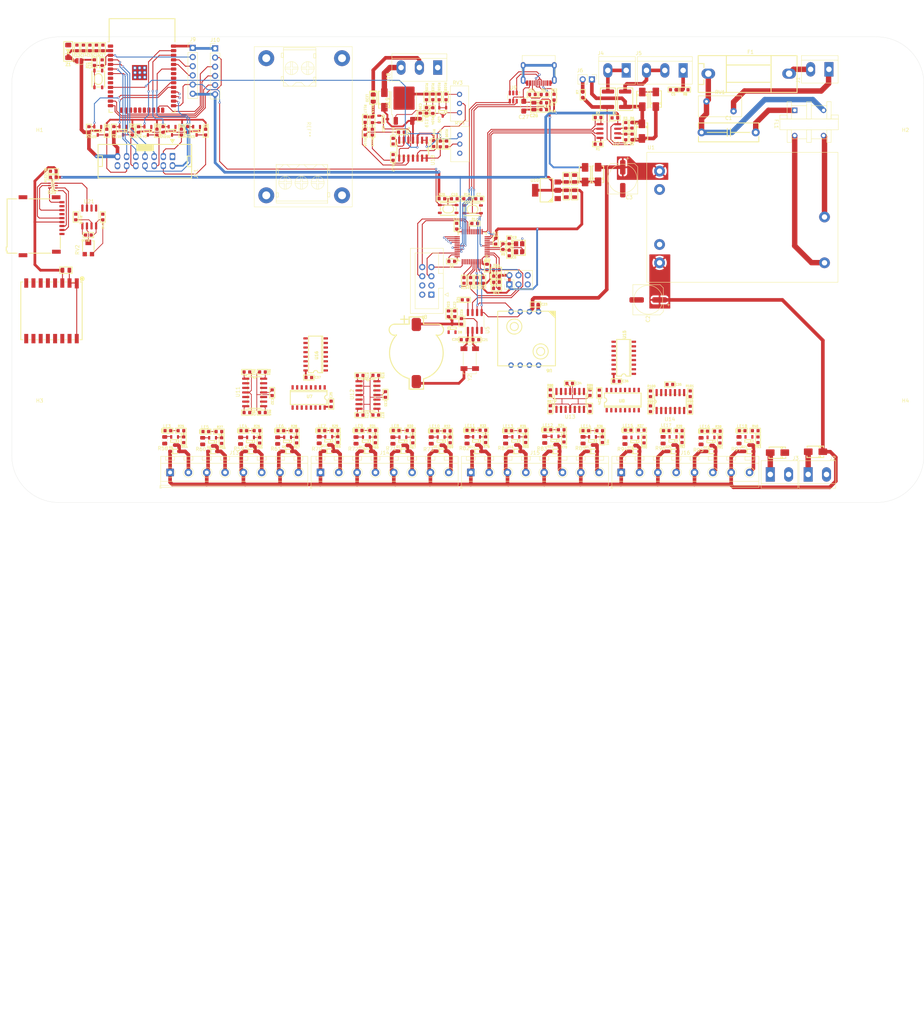
<source format=kicad_pcb>
(kicad_pcb (version 20240108) (generator "pcbnew") (generator_version "8.0")
  (layers (0 "F.Cu" signal) (31 "B.Cu" signal) (34 "B.Paste" user) (35 "F.Paste" user) (36 "B.SilkS" user "B.Silkscreen") (37 "F.SilkS" user "F.Silkscreen") (38 "B.Mask" user) (39 "F.Mask" user) (44 "Edge.Cuts" user))
  (net 0 "")
  (net 1 "Net-(C1-Pad2)")
  (net 2 "/DualPowerSupply-220V-to-24V_5V_AM22/220V_N")
  (net 3 "+24V")
  (net 4 "GND")
  (net 5 "+5V")
  (net 6 "/DualPowerSupply-220V-to-24V_5V_AM22/220V_L")
  (net 7 "/RS485/B1_RS485")
  (net 8 "/RS485/B2_RS485")
  (net 9 "/RS485/A2_RS485")
  (net 10 "/RS485/A1_RS485")
  (net 11 "/RS485/Earth")
  (net 12 "/RS485/A_RS485")
  (net 13 "/RS485/B_RS485")
  (net 14 "+3V3")
  (net 15 "/SDcard/SDcardSPI.CLK")
  (net 16 "/LORA/RA02.CS_SDcard")
  (net 17 "/LORA/RA02.MOSI")
  (net 18 "/STM32/PD0")
  (net 19 "/STM32/PD1")
  (net 20 "/STM32/RST")
  (net 21 "+3.3V")
  (net 22 "/STM32/BOOT0")
  (net 23 "/STM32/BOOT1")
  (net 24 "/STM32/SWDIO")
  (net 25 "/STM32/SWCLK")
  (net 26 "/STM32/RX_LOG")
  (net 27 "/STM32/TX_LOG")
  (net 28 "/SDcard/DetectCard")
  (net 29 "Net-(LE1-Pad2)")
  (net 30 "/STM32/LED")
  (net 31 "/STM32/PC14")
  (net 32 "/LORA/RA02.SCK")
  (net 33 "/VBUS")
  (net 34 "/STM32/4_20mA")
  (net 35 "/LORA/RA02.CS_LORA")
  (net 36 "/LORA/RA02.CS_MCP41010")
  (net 37 "/STM32/595.RCLK")
  (net 38 "/STM32/PC15")
  (net 39 "/STM32/595.SRCLK")
  (net 40 "/STM32/595.SER")
  (net 41 "/RS485/RS485_input.TX")
  (net 42 "/RS485/RS485_input.RX")
  (net 43 "/RS485/RS485_input.DERE")
  (net 44 "/ESP32/VDD_ESP32")
  (net 45 "/ESP32/BOOT")
  (net 46 "/ESP32/RST")
  (net 47 "/ESP32/TX")
  (net 48 "/ESP32/RX")
  (net 49 "/ESP32/TDI")
  (net 50 "/ESP32/TCK")
  (net 51 "/ESP32/TMS")
  (net 52 "/ESP32/TDO")
  (net 53 "/ESP32/RX_ESP32")
  (net 54 "/PCF8563/Vbat")
  (net 55 "/ESP32/TX_ESP32")
  (net 56 "Net-(U5-OSCI)")
  (net 57 "Net-(U5-OSCO)")
  (net 58 "Net-(U5-VDD)")
  (net 59 "/ESP32/VSPI.CS0")
  (net 61 "/ESP32/ESP32_I2C.SDA")
  (net 63 "/ESP32/ESP32_I2C.SCL")
  (net 64 "/ESP32/VSPI.CLK")
  (net 66 "Net-(U1-N)")
  (net 69 "/ESP32/VSPI.MOSI")
  (net 70 "Net-(U1-L)")
  (net 73 "/ESP32/VSPI.MISO")
  (net 74 "Net-(LE3-Pad1)")
  (net 75 "Net-(LE4-Pad1)")
  (net 76 "Net-(LE5-Pad1)")
  (net 77 "Net-(LE6-Pad1)")
  (net 78 "Net-(LE7-Pad1)")
  (net 79 "Net-(LE8-Pad1)")
  (net 80 "Net-(LE9-Pad1)")
  (net 81 "Net-(LE10-Pad1)")
  (net 82 "Net-(LE11-Pad1)")
  (net 83 "Net-(LE12-Pad1)")
  (net 84 "Net-(LE13-Pad1)")
  (net 85 "Net-(LE14-Pad1)")
  (net 86 "Net-(LE15-Pad1)")
  (net 87 "Net-(LE16-Pad1)")
  (net 88 "Net-(LE17-Pad1)")
  (net 89 "Net-(U2-DI)")
  (net 90 "Net-(U2-RO)")
  (net 91 "Net-(U3-PB2{slash}BOOT1)")
  (net 92 "Net-(U3-BOOT0)")
  (net 93 "Net-(U4-IO16{slash}GPIO16{slash}HS1_DATA4{slash}U2RXD{slash}EMAC_CLK_OUT)")
  (net 94 "Net-(U5-~{INT})")
  (net 100 "/LORA/LoRaReceivedInterrupt")
  (net 101 "/AMS5915/i2c.SCL")
  (net 103 "/AMS5915/i2c.SDA")
  (net 107 "Net-(U7-QH')")
  (net 109 "/3.3V Regulator/VI")
  (net 110 "/16ValveDriver/4ValveDriveOutput/VAN1-")
  (net 111 "/16ValveDriver/4ValveDriveOutput/VAN2-")
  (net 112 "/16ValveDriver/4ValveDriveOutput/VAN3-")
  (net 113 "/16ValveDriver/4ValveDriveOutput/VAN4-")
  (net 114 "/16ValveDriver/4ValveDriveOutput1/VAN1-")
  (net 115 "/16ValveDriver/4ValveDriveOutput1/VAN2-")
  (net 116 "/16ValveDriver/4ValveDriveOutput1/VAN3-")
  (net 117 "/16ValveDriver/4ValveDriveOutput1/VAN4-")
  (net 118 "/16ValveDriver/4ValveDriveOutput2/VAN1-")
  (net 119 "/16ValveDriver/4ValveDriveOutput2/VAN2-")
  (net 120 "/16ValveDriver/4ValveDriveOutput2/VAN3-")
  (net 121 "/16ValveDriver/4ValveDriveOutput2/VAN4-")
  (net 122 "/16ValveDriver/4ValveDriveOutput3/VAN1-")
  (net 123 "/16ValveDriver/4ValveDriveOutput3/VAN2-")
  (net 124 "/16ValveDriver/4ValveDriveOutput3/VAN3-")
  (net 125 "/16ValveDriver/4ValveDriveOutput3/VAN4-")
  (net 126 "/GUI_IDC_Header/IC74595.RCLK")
  (net 127 "/GUI_IDC_Header/IC74595.SRCLK")
  (net 128 "/ESP32/GUI_Button.s3")
  (net 129 "/GUI_IDC_Header/IC74595.OE")
  (net 130 "/GUI_IDC_Header/IC74595.SER")
  (net 131 "/ESP32/GUI_Button.s4")
  (net 132 "/ESP32/GUI_Button.s2")
  (net 133 "/GUI_IDC_Header/LCD_I2C_LOGIDC_SDA")
  (net 134 "/GUI_IDC_Header/LCD_I2C_LOGIC_SCL")
  (net 135 "/ESP32/GUI_Button.s1")
  (net 136 "/STM32/USB_DM")
  (net 137 "/STM32/USB_DP")
  (net 138 "Net-(Q6-S)")
  (net 139 "Net-(Q7-S)")
  (net 140 "Net-(Q8-S)")
  (net 141 "Net-(Q9-S)")
  (net 142 "Net-(Q10-S)")
  (net 143 "Net-(Q11-S)")
  (net 144 "Net-(Q12-S)")
  (net 145 "Net-(Q13-S)")
  (net 146 "Net-(Q14-S)")
  (net 147 "Net-(Q15-S)")
  (net 148 "Net-(Q16-S)")
  (net 149 "Net-(Q17-S)")
  (net 150 "Net-(Q18-S)")
  (net 151 "Net-(Q19-S)")
  (net 152 "Net-(Q20-S)")
  (net 153 "Net-(Q21-S)")
  (net 154 "/16ValveDriver/ValveDriver1")
  (net 155 "/16ValveDriver/ValveDriver2")
  (net 156 "/16ValveDriver/ValveDriver3")
  (net 157 "/16ValveDriver/ValveDriver4")
  (net 158 "/LORA/RA02.MISO")
  (net 160 "/16ValveDriver/ValveDriver5")
  (net 161 "/16ValveDriver/ValveDriver6")
  (net 162 "/16ValveDriver/ValveDriver7")
  (net 163 "/16ValveDriver/ValveDriver8")
  (net 164 "/16ValveDriver/ValveDriver9")
  (net 165 "/16ValveDriver/ValveDriver10")
  (net 166 "/16ValveDriver/ValveDriver11")
  (net 167 "/16ValveDriver/ValveDriver12")
  (net 168 "/16ValveDriver/ValveDriver13")
  (net 169 "/16ValveDriver/ValveDriver14")
  (net 170 "/16ValveDriver/ValveDriver15")
  (net 171 "/16ValveDriver/ValveDriver16")
  (net 172 "/VoltageReference/MCP41010/AnalogVCC")
  (net 173 "/VoltageReference/MCP41010/AnalogGND")
  (net 174 "/ReadValveState/InputExpanderPort.LOAD")
  (net 175 "/ReadValveState/OE")
  (net 176 "/ReadValveState/InputExpanderPort.DATA")
  (net 177 "/ReadValveState/InputExpanderPort.SCK")
  (net 178 "/16ValveDriver/OpAmpOutput4")
  (net 179 "/16ValveDriver/OpAmpOutput5")
  (net 180 "/16ValveDriver/OpAmpOutput3")
  (net 181 "/16ValveDriver/OpAmpOutput2")
  (net 182 "/16ValveDriver/OpAmpOutput6")
  (net 183 "/16ValveDriver/OpAmpOutput8")
  (net 185 "/16ValveDriver/OpAmpOutput1")
  (net 186 "/16ValveDriver/OpAmpOutput7")
  (net 187 "/16ValveDriver/OpAmpOutput10")
  (net 188 "/16ValveDriver/OpAmpOutput12")
  (net 189 "/16ValveDriver/OpAmpOutput9")
  (net 190 "/16ValveDriver/OpAmpOutput14")
  (net 191 "/16ValveDriver/OpAmpOutput11")
  (net 192 "/16ValveDriver/OpAmpOutput16")
  (net 193 "/16ValveDriver/OpAmpOutput15")
  (net 194 "/16ValveDriver/OpAmpOutput13")
  (net 195 "/16ValveDriver/REF")
  (net 196 "/LORA/LoRaReset")
  (net 197 "/ConverterVoltTo4_20mA/LM137_IN")
  (net 198 "Net-(J2-Pin_1)")
  (net 199 "Net-(J3-Pin_1)")
  (net 201 "VCC")
  (net 202 "Net-(J6-Pin_2)")
  (net 203 "Net-(J12-CC2)")
  (net 204 "Net-(J12-CC1)")
  (net 209 "Net-(J18-Pin_2)")
  (net 210 "Net-(LE2-Pad2)")
  (net 211 "Net-(LE18-Pad1)")
  (net 212 "Net-(LE19-Pad1)")
  (net 213 "Net-(LE20-Pad1)")
  (net 214 "Net-(Q22-E)")
  (net 215 "/ConverterVoltTo4_20mA/TransB")
  (net 216 "Net-(U19-ADJ)")
  (net 217 "/ConverterVoltTo4_20mA/LM137_OUT")
  (net 218 "Net-(U20-K)")
  (net 219 "/ConverterVoltTo4_20mA/DAC_4_20mA")
  (net 220 "Net-(R108-Pad1)")
  (net 221 "Net-(R109-Pad1)")
  (net 222 "Net-(U18B-+)")
  (net 223 "Net-(U18D--)")
  (net 224 "Net-(U18B--)")
  (net 225 "Net-(U18C--)")
  (net 226 "Net-(R114-Pad2)")
  (net 227 "Net-(U18C-+)")
  (net 228 "Net-(U18D-+)")
  (net 229 "Net-(U18A--)")
  (net 232 "Net-(U15-Q7)")
  (net 238 "/STM32/USB_Detect")
  (footprint "SpiritBoi_Footprint_Library:SOT23-3" (layer "F.Cu") (at 99.649381 129.08 180)
    (property "Reference" "Q9")
    (property "Value" "SI2302")
  )
  (footprint "SpiritBoi_Footprint_Library:CP-Alu-SMD-8x10.5mm" (layer "F.Cu") (at 199.543 89.929 180)
    (property "Reference" "C2")
    (property "Value" "100uF")
  )
  (footprint "Crystal:Crystal_SMD_SeikoEpson_MC306-4Pin_8.0x3.2mm" (layer "F.Cu") (at 150.13 106.15 -90)
    (property "Reference" "Y2")
    (property "Value" "MC-306")
  )
  (footprint "SpiritBoi_Footprint_Library:LED_0603" (layer "F.Cu") (at 157.5335 84.99)
    (property "Reference" "LE1" (hide yes))
    (property "Value" "Blue 0603")
  )
  (footprint "SpiritBoi_Footprint_Library:R_0603" (layer "F.Cu") (at 140.121406 46.572344 -90)
    (property "Reference" "R107")
    (property "Value" "100k")
  )
  (footprint "SpiritBoi_Footprint_Library:Package-Diode-D_SOD_323" (layer "F.Cu") (at 173.766204 131.8646)
    (property "Reference" "D18" (hide yes))
    (property "Value" "1N4007")
  )
  (footprint "Resistor_SMD:R_0805_2012Metric" (layer "F.Cu") (at 193.149675 128.89 -90)
    (property "Reference" "R94")
    (property "Value" "0R5")
  )
  (footprint "SpiritBoi_Footprint_Library:ACFilterChoke-UU9.8" (layer "F.Cu") (at 244.15 40.7415)
    (property "Reference" "FL1" (hide yes))
    (property "Value" "UU9.8-153 15mH")
  )
  (footprint "SpiritBoi_Footprint_Library:R_0603" (layer "F.Cu") (at 200.215156 120.0425 -90)
    (property "Reference" "R99")
    (property "Value" "1k")
  )
  (footprint "SpiritBoi_Footprint_Library:LED_0603" (layer "F.Cu") (at 119.480524 126.05)
    (property "Reference" "LE9")
    (property "Value" "Blue 0603")
  )
  (footprint "SpiritBoi_Footprint_Library:C_0603" (layer "F.Cu") (at 177.830312 112.9925 180)
    (property "Reference" "C34")
    (property "Value" "100nF")
  )
  (footprint "SpiritBoi_Footprint_Library:Package-Diode-D_SOD_323" (layer "F.Cu") (at 142.2 131.8046)
    (property "Reference" "D16" (hide yes))
    (property "Value" "1N4007")
  )
  (footprint "SpiritBoi_Footprint_Library:R_0603" (layer "F.Cu") (at 164.873592 126.105213 180)
    (property "Reference" "R35")
    (property "Value" "1k")
  )
  (footprint "SpiritBoi_Footprint_Library:Package-IC-TSSOP_6" (layer "F.Cu") (at 34.6 58.195696 90)
    (property "Reference" "D25")
    (property "Value" "SMF05C" (hide yes))
  )
  (footprint "SpiritBoi_Footprint_Library:Fuse_1812_4532Metric" (layer "F.Cu") (at 188.45 34.28125 90)
    (property "Reference" "F2" (hide yes))
    (property "Value" "MF-MSMF050-2" (hide yes))
  )
  (footprint "Resistor_SMD:R_0805_2012Metric" (layer "F.Cu") (at 128.840261 128.83 -90)
    (property "Reference" "R71")
    (property "Value" "0R5")
  )
  (footprint "SpiritBoi_Footprint_Library:R_0603" (layer "F.Cu") (at 76.92 43.385 -90)
    (property "Reference" "R47")
    (property "Value" "4k7")
  )
  (footprint "SpiritBoi_Footprint_Library:R_0603" (layer "F.Cu") (at 92.6825 121.0975)
    (property "Reference" "R65")
    (property "Value" "1k")
  )
  (footprint "SpiritBoi_Footprint_Library:R_0603" (layer "F.Cu") (at 230.015156 128.6225 -90)
    (property "Reference" "R93")
    (property "Value" "1M")
  )
  (footprint "SpiritBoi_Footprint_Library:C_0805" (layer "F.Cu") (at 167.9 36.2 -90)
    (property "Reference" "C26")
    (property "Value" "100nF")
  )
  (footprint "SpiritBoi_Footprint_Library:R_0603" (layer "F.Cu") (at 200.215156 115.8825 90)
    (property "Reference" "R100")
    (property "Value" "1k")
  )
  (footprint "SpiritBoi_Footprint_Library:R_0603" (layer "F.Cu") (at 142.405 61.85)
    (property "Reference" "R20")
    (property "Value" "10k")
  )
  (footprint "SpiritBoi_Footprint_Library:R_0603" (layer "F.Cu") (at 34.7 55.925 180)
    (property "Reference" "R102")
    (property "Value" "4k7")
  )
  (footprint "SpiritBoi_Footprint_Library:TerminalBlock_bornier-2_P5.08mm" (layer "F.Cu") (at 193.49 26.28125 180)
    (property "Reference" "J4")
    (property "Value" "KF128")
  )
  (footprint "SpiritBoi_Footprint_Library:R_0603" (layer "F.Cu") (at 153.8585 84.465 90)
    (property "Reference" "R12")
    (property "Value" "4k7")
  )
  (footprint "SpiritBoi_Footprint_Library:Package-Diode-D_SMA" (layer "F.Cu") (at 126.4625 34.5425 90)
    (property "Reference" "D26" (hide yes))
    (property "Value" "SS54")
  )
  (footprint "SpiritBoi_Footprint_Library:Package-Diode-D_SMA" (layer "F.Cu") (at 185.7 55.2 90)
    (property "Reference" "D3" (hide yes))
    (property "Value" "SS54")
  )
  (footprint "SpiritBoi_Footprint_Library:Package-IC-Vert-SMD-1.27mm-8P-SOIC_8_Narrow_3.9x4.9mm" (layer "F.Cu") (at 44.665 66.902499 -90)
    (property "Reference" "U21")
    (property "Value" "MCP41010")
  )
  (footprint "SpiritBoi_Footprint_Library:SOT23-3" (layer "F.Cu") (at 227.515156 128.9725 180)
    (property "Reference" "Q21")
    (property "Value" "SI2302")
  )
  (footprint "Resistor_SMD:R_0805_2012Metric" (layer "F.Cu") (at 96.899381 128.86 -90)
    (property "Reference" "R61")
    (property "Value" "0R5")
  )
  (footprint "SpiritBoi_Footprint_Library:C_0603" (layer "F.Cu") (at 41.25 20.045 90)
    (property "Reference" "C13")
    (property "Value" "10pF")
  )
  (footprint "Resistor_SMD:R_0805_2012Metric" (layer "F.Cu") (at 160.075331 128.74 -90)
    (property "Reference" "R84")
    (property "Value" "0R5")
  )
  (footprint "SpiritBoi_Footprint_Library:Package-Diode-D_SMA" (layer "F.Cu") (at 197.95 34.23125 -90)
    (property "Reference" "D7" (hide yes))
    (property "Value" "SMAJ28A")
  )
  (footprint "SpiritBoi_Footprint_Library:R_0603" (layer "F.Cu") (at 121.1375 39.8925 90)
    (property "Reference" "R117")
    (property "Value" "820k")
  )
  (footprint "SpiritBoi_Footprint_Library:R_0603" (layer "F.Cu") (at 113.55 128.575 -90)
    (property "Reference" "R66")
    (property "Value" "1M")
  )
  (footprint "SpiritBoi_Footprint_Library:R_0603" (layer "F.Cu") (at 208.2215 126.11 180)
    (property "Reference" "R39")
    (property "Value" "1k")
  )
  (footprint "SpiritBoi_Footprint_Library:SOT23-3" (layer "F.Cu") (at 131.590261 129.05 180)
    (property "Reference" "Q11")
    (property "Value" "SI2302")
  )
  (footprint "SpiritBoi_Footprint_Library:Crystal-SMD-4P-3.2x2.6mm-3225" (layer "F.Cu") (at 163.821 75.44 90)
    (property "Reference" "Y1" (hide yes))
    (property "Value" "16MHz")
  )
  (footprint "SpiritBoi_Footprint_Library:R_0603" (layer "F.Cu") (at 133.590261 126.05 180)
    (property "Reference" "R30")
    (property "Value" "1k")
  )
  (footprint "SpiritBoi_Footprint_Library:R_0603" (layer "F.Cu") (at 154.528506 128.6175 -90)
    (property "Reference" "R78")
    (property "Value" "1M")
  )
  (footprint "SpiritBoi_Footprint_Library:R_0603" (layer "F.Cu") (at 141.96375 46.655 -90)
    (property "Reference" "R110")
    (property "Value" "820k")
  )
  (footprint "SpiritBoi_Footprint_Library:Package-Diode-D_SMA" (layer "F.Cu") (at 197.85 43.04375 -90)
    (property "Reference" "D6" (hide yes))
    (property "Value" "SMAJ28A")
  )
  (footprint "SpiritBoi_Footprint_Library:LED_0603" (layer "F.Cu") (at 87.498343 126.11)
    (property "Reference" "LE4")
    (property "Value" "Blue 0603")
  )
  (footprint "SpiritBoi_Footprint_Library:R_0603" (layer "F.Cu") (at 229.265156 126.11 180)
    (property "Reference" "R40")
    (property "Value" "1k")
  )
  (footprint "SpiritBoi_Footprint_Library:R_0603" (layer "F.Cu") (at 170.65 37.15)
    (property "Reference" "R18")
    (property "Value" "?")
  )
  (footprint "SpiritBoi_Footprint_Library:SOT23-3" (layer "F.Cu") (at 173.766204 128.83 180)
    (property "Reference" "Q15")
    (property "Value" "SI2302")
  )
  (footprint "SpiritBoi_Footprint_Library:R_0603" (layer "F.Cu") (at 143.92 126.17 180)
    (property "Reference" "R32")
    (property "Value" "1k")
  )
  (footprint "SpiritBoi_Footprint_Library:R_0603" (layer "F.Cu") (at 128.8875 45.8925 -90)
    (property "Reference" "R111")
    (property "Value" "820k")
  )
  (footprint "SpiritBoi_Footprint_Library:R_0603" (layer "F.Cu") (at 131.1875 43.3925 180)
    (property "Reference" "R114")
    (property "Value" "820k")
  )
  (footprint "SpiritBoi_Footprint_Library:R_0603" (layer "F.Cu") (at 144.7 128.67 -90)
    (property "Reference" "R69")
    (property "Value" "1M")
  )
  (footprint "Varistor:RV_Disc_D12mm_W5.8mm_P7.5mm" (layer "F.Cu") (at 223.2515 37.5815 180)
    (property "Reference" "RV1")
    (property "Value" "14D471K")
  )
  (footprint "SpiritBoi_Footprint_Library:LED_0603" (layer "F.Cu") (at 182.294292 126.11)
    (property "Reference" "LE14")
    (property "Value" "Blue 0603")
  )
  (footprint "SpiritBoi_Footprint_Library:LED_0603" (layer "F.Cu") (at 150.149293 125.9975)
    (property "Reference" "LE11")
    (property "Value" "Blue 0603")
  )
  (footprint "SpiritBoi_Footprint_Library:LED_0603" (layer "F.Cu") (at 204.592287 126.114787)
    (property "Reference" "LE17")
    (property "Value" "Blue 0603")
  )
  (footprint "SpiritBoi_Footprint_Library:SOT23-3" (layer "F.Cu") (at 195.899675 129.11 180)
    (property "Reference" "Q18")
    (property "Value" "SI2302")
  )
  (footprint "SpiritBoi_Footprint_Library:R_0603" (layer "F.Cu") (at 81.355731 128.86 -90)
    (property "Reference" "R56")
    (property "Value" "1M")
  )
  (footprint "SpiritBoi_Footprint_Library:R_0603" (layer "F.Cu") (at 144.23 93.7125 90)
    (property "Reference" "R23")
    (property "Value" "0R")
  )
  (footprint "SpiritBoi_Footprint_Library:C_0603" (layer "F.Cu") (at 34.7 54.225 180)
    (property "Reference" "C38")
    (property "Value" "100nF")
  )
  (footprint "SpiritBoi_Footprint_Library:SOT23-3" (layer "F.Cu") (at 142.2 129.02 180)
    (property "Reference" "Q13")
    (property "Value" "SI2302")
  )
  (footprint "SpiritBoi_Footprint_Library:Sensor-Pressure-AMS5915" (layer "F.Cu") (at 165.83 100.65 180)
    (property "Reference" "U6")
    (property "Value" "AMS5915")
  )
  (footprint "MountingHole:MountingHole_3.2mm_M3" (layer "F.Cu") (at 30.9 122)
    (property "Reference" "H3")
    (property "Value" "MountingHole")
  )
  (footprint "SpiritBoi_Footprint_Library:R_0603" (layer "F.Cu") (at 123.980524 128.67 -90)
    (property "Reference" "R68")
    (property "Value" "1M")
  )
  (footprint "SpiritBoi_Footprint_Library:R_0603" (layer "F.Cu") (at 147.83 95.825 -90)
    (property "Reference" "R22")
    (property "Value" "NC")
  )
  (footprint "SpiritBoi_Footprint_Library:R_0603" (layer "F.Cu") (at 91.902556 128.76 -90)
    (property "Reference" "R55")
    (property "Value" "1M")
  )
  (footprint "SpiritBoi_Footprint_Library:Package-Diode-D_SMA" (layer "F.Cu") (at 246.050156 131.9425 180)
    (property "Reference" "D1" (hide yes))
    (property "Value" "SS54")
  )
  (footprint "SpiritBoi_Footprint_Library:R_0603" (layer "F.Cu") (at 88.365156 121.0975 180)
    (property "Reference" "R62")
    (property "Value" "1k")
  )
  (footprint "SpiritBoi_Footprint_Library:Package-IC-Vert-SMD-1.27mm-14P-SOIC_14_Narrow_3.9x8.7mm" (layer "F.Cu") (at 90.5225 115.520156)
    (property "Reference" "U11")
    (property "Value" "LM324")
  )
  (footprint "SpiritBoi_Footprint_Library:C_0603" (layer "F.Cu") (at 154.9085 80.765 -90)
    (property "Reference" "C10")
    (property "Value" "100nF")
  )
  (footprint "SpiritBoi_Footprint_Library:C_0603" (layer "F.Cu") (at 161.071 73.565 90)
    (property "Reference" "C8")
    (property "Value" "22pF")
  )
  (footprint "SpiritBoi_Footprint_Library:R_0603" (layer "F.Cu") (at 119.765 121.805 180)
    (property "Reference" "R74")
    (property "Value" "1k")
  )
  (footprint "Capacitor_Tantalum_SMD:CP_EIA-3216-10_Kemet-I" (layer "F.Cu") (at 165.1 36.2 -90)
    (property "Reference" "C27")
    (property "Value" "1uF Tantalum")
  )
  (footprint "SpiritBoi_Footprint_Library:R_0603" (layer "F.Cu") (at 124.082344 110.78)
    (property "Reference" "R76")
    (property "Value" "1k")
  )
  (footprint "SpiritBoi_Footprint_Library:C_0603" (layer "F.Cu") (at 157.3085 73.615 -90)
    (property "Reference" "C12")
    (property "Value" "100nF")
  )
  (footprint "SpiritBoi_Footprint_Library:Potentiometer-Vert-THT-Bourns_3296W" (layer "F.Cu") (at 147.37625 44.16 90)
    (property "Reference" "RV4")
    (property "Value" "100k")
  )
  (footprint "SpiritBoi_Footprint_Library:C_0603" (layer "F.Cu") (at 48.25 24.145 90)
    (property "Reference" "C19")
    (property "Value" "100nF")
  )
  (footprint "SpiritBoi_Footprint_Library:R_0603" (layer "F.Cu") (at 219.468325 128.7475 -90)
    (property "Reference" "R91")
    (property "Value" "1M")
  )
  (footprint "SpiritBoi_Footprint_Library:R_0603" (layer "F.Cu") (at 51.477671 42.635 90)
    (property "Reference" "R41")
    (property "Value" "4k7")
  )
  (footprint "SpiritBoi_Footprint_Library:R_0603" (layer "F.Cu") (at 123.1375 43.3925 90)
    (property "Reference" "R113")
    (property "Value" "820k")
  )
  (footprint "SpiritBoi_Footprint_Library:R_0603" (layer "F.Cu") (at 65.12 42.66 90)
    (property "Reference" "R45")
    (property "Value" "4k7")
  )
  (footprint "Package_TO_SOT_SMD:SOT-23-6" (layer "F.Cu") (at 162.191118 33.675 -90)
    (property "Reference" "U9")
    (property "Value" "USBLC6-2SC6")
  )
  (footprint "SpiritBoi_Footprint_Library:R_0603" (layer "F.Cu") (at 102.149381 128.73 -90)
    (property "Reference" "R57")
    (property "Value" "1M")
  )
  (footprint "Resistor_SMD:R_0805_2012Metric" (layer "F.Cu") (at 170.920417 128.61 -90)
    (property "Reference" "R83")
    (property "Value" "0R5")
  )
  (footprint "SpiritBoi_Footprint_Library:R_0603" (layer "F.Cu") (at 186.908029 128.61 -90)
    (property "Reference" "R81")
    (property "Value" "1M")
  )
  (footprint "SpiritBoi_Footprint_Library:LED_0603" (layer "F.Cu") (at 215.268325 126.2475)
    (property "Reference" "LE16")
    (property "Value" "Blue 0603")
  )
  (footprint "SpiritBoi_Footprint_Library:Package-IC-Vert-SMD-1.27mm-16P-SOIC_16_Narrow_3.92x10.2mm" (layer "F.Cu") (at 192.820198 105.92016 90)
    (property "Reference" "U15")
    (property "Value" "74HC165")
  )
  (footprint "SpiritBoi_Footprint_Library:Package-IC-Vert-SMD-1.27mm-14P-SOIC_14_Narrow_3.9x8.7mm" (layer "F.Cu") (at 121.922344 116.227656)
    (property "Reference" "U12")
    (property "Value" "LM324")
  )
  (footprint "SpiritBoi_Footprint_Library:C_0603" (layer "F.Cu") (at 148.55 100.9 180)
    (property "Reference" "C20")
    (property "Value" "10pF")
  )
  (footprint "SpiritBoi_Footprint_Library:C_0603" (layer "F.Cu") (at 48.45 20.045 90)
    (property "Reference" "C17")
    (property "Value" "10uF")
  )
  (footprint "SpiritBoi_Footprint_Library:SOT23-3" (layer "F.Cu") (at 145.23 97.6875)
    (property "Reference" "D8")
    (property "Value" "BAT54C")
  )
  (footprint "SpiritBoi_Footprint_Library:SOT233" (layer "F.Cu") (at 171.34 59.65 90)
    (property "Reference" "U10")
    (property "Value" "LD1117")
  )
  (footprint "SpiritBoi_Footprint_Library:Module-LORA-RA02" (layer "F.Cu") (at 34.2 92.9 -90)
    (property "Reference" "U17" (hide yes))
    (property "Value" "RF_Module_Ai-Thinker-Ra-02")
  )
  (footprint "MountingHole:MountingHole_3.2mm_M3" (layer "F.Cu") (at 270.9 122)
    (property "Reference" "H4")
    (property "Value" "MountingHole")
  )
  (footprint "SpiritBoi_Footprint_Library:C_0805" (layer "F.Cu") (at 176.8825 60.45 -90)
    (property "Reference" "C31" (hide yes))
    (property "Value" "100nF")
  )
  (footprint "SpiritBoi_Footprint_Library:R_0603" (layer "F.Cu") (at 198.424675 128.7225 -90)
    (property "Reference" "R90")
    (property "Value" "1M")
  )
  (footprint "SpiritBoi_Footprint_Library:Package-IC-Vert-SMD-1.27mm-16P-SOIC_16_Narrow_3.92x10.2mm" (layer "F.Cu") (at 107.422656 104.985 90)
    (property "Reference" "U16")
    (property "Value" "74HC165")
  )
  (footprint "SpiritBoi_Footprint_Library:R_0603" (layer "F.Cu") (at 218.768325 126.242713 180)
    (property "Reference" "R38")
    (property "Value" "1k")
  )
  (footprint "Resistor_SMD:R_0805_2012Metric" (layer "F.Cu") (at 214.243325 128.9975 -90)
    (property "Reference" "R95")
    (property "Value" "0R5")
  )
  (footprint "SpiritBoi_Footprint_Library:R_0603" (layer "F.Cu") (at 170.65 35.25 180)
    (property "Reference" "R17")
    (property "Value" "?")
  )
  (footprint "SpiritBoi_Footprint_Library:C_0603" (layer "F.Cu") (at 95.365156 115.5975 90)
    (property "Reference" "C32")
    (property "Value" "100nF")
  )
  (footprint "SpiritBoi_Footprint_Library:R_0603" (layer "F.Cu") (at 159.321 75.115 90)
    (property "Reference" "R9")
    (property "Value" "1M")
  )
  (footprint "SpiritBoi_Footprint_Library:R_0603" (layer "F.Cu") (at 91.152556 126.105213 180)
    (property "Reference" "R26")
    (property "Value" "1k")
  )
  (footprint "SpiritBoi_Footprint_Library:Package-Diode-D_SMA" (layer "F.Cu") (at 201.7 34.35625 90)
    (property "Reference" "D5" (hide yes))
    (property "Value" "SMAJ28A")
  )
  (footprint "SpiritBoi_Footprint_Library:LED_0603" (layer "F.Cu") (at 225.635943 126.114787)
    (property "Reference" "LE18")
    (property "Value" "Blue 0603")
  )
  (footprint "SpiritBoi_Footprint_Library:C_0603" (layer "F.Cu") (at 161.071 76.89 90)
    (property "Reference" "C6")
    (property "Value" "22pF")
  )
  (footprint "SpiritBoi_Footprint_Library:R_0603" (layer "F.Cu") (at 134.340261 128.7 -90)
    (property "Reference" "R67")
    (property "Value" "1M")
  )
  (footprint "SpiritBoi_Footprint_Library:R_0603" (layer "F.Cu") (at 185.655454 46.73875)
    (property "Reference" "R1")
    (property "Value" "120R")
  )
  (footprint "SpiritBoi_Footprint_Library:SOT23-3" (layer "F.Cu") (at 216.993325 129.11 180)
    (property "Reference" "Q19")
    (property "Value" "SI2302")
  )
  (footprint "SpiritBoi_Footprint_Library:R_0603" (layer "F.Cu") (at 70.833906 128.635 -90)
    (property "Reference" "R54")
    (property "Value" "1M")
  )
  (footprint "SpiritBoi_Footprint_Library:SOT23-3" (layer "F.Cu") (at 162.898592 128.96 180)
    (property "Reference" "Q16")
    (property "Value" "SI2302")
  )
  (footprint "MountingHole:MountingHole_3.2mm_M3" (layer "F.Cu") (at 270.9 47)
    (property "Reference" "H2")
    (property "Value" "MountingHole")
  )
  (footprint "SpiritBoi_Footprint_Library:C_0603" (layer "F.Cu") (at 186.040156 115.6425 90)
    (property "Reference" "C24")
    (property "Value" "100nF")
  )
  (footprint "SpiritBoi_Footprint_Library:R_0603" (layer "F.Cu") (at 172.465156 115.5675 90)
    (property "Reference" "R88")
    (property "Value" "1k")
  )
  (footprint "SpiritBoi_Footprint_Library:Fuse_BLX-A-P22.4mm" (layer "F.Cu") (at 227.4515 27.1815 180)
    (property "Reference" "F1")
    (property "Value" "5x20mm 2A")
  )
  (footprint "Resistor_SMD:R_0805_2012Metric" (layer "F.Cu") (at 65.583906 128.765 -90)
    (property "Reference" "R58")
    (property "Value" "0R5")
  )
  (footprint "SpiritBoi_Footprint_Library:TerminalBlock-Horz-THT-8P-P5.08mm-KF2EDG_Pluggable" (layer "F.Cu") (at 192.115156 137.6925)
    (property "Reference" "J16")
    (property "Value" "KF-5.08-8-V")
  )
  (footprint "SpiritBoi_Footprint_Library:R_0603" (layer "F.Cu") (at 143.55 33.6175 -90)
    (property "Reference" "R108")
    (property "Value" "100k")
  )
  (footprint "SpiritBoi_Footprint_Library:Package-Diode-D_SOD_323" (layer "F.Cu") (at 216.993325 131.8646)
    (property "Reference" "D22" (hide yes))
    (property "Value" "1N4007")
  )
  (footprint "SpiritBoi_Footprint_Library:R_0603" (layer "F.Cu") (at 209.85 31.64375)
    (property "Reference" "R8")
    (property "Value" "1M")
  )
  (footprint "SpiritBoi_Footprint_Library:R_0603" (layer "F.Cu") (at 167.5 32.95 180)
    (property "Reference" "R52")
    (property "Value" "5k1")
  )
  (footprint "SpiritBoi_Footprint_Library:LED_0603" (layer "F.Cu") (at 157.5365 83.29)
    (property "Reference" "LE2" (hide yes))
    (property "Value" "Blue 0603")
  )
  (footprint "SpiritBoi_Footprint_Library:C_0603" (layer "F.Cu") (at 168.33 91.15 180)
    (property "Reference" "C23")
    (property "Value" "100nF")
  )
  (footprint "SpiritBoi_Footprint_Library:USB_C_Receptacle_XKB_U262-16XN-4BVC11" (layer "F.Cu") (at 169.25 25.95 180)
    (property "Reference" "J12" (hide yes))
    (property "Value" "USB_C_Receptacle" (hide yes))
  )
  (footprint "SpiritBoi_Footprint_Library:C_0805" (layer "F.Cu") (at 176.8825 56.25 90)
    (property "Reference" "C28" (hide yes))
    (property "Value" "100nF")
  )
  (footprint "SpiritBoi_Footprint_Library:Conn-Vert-THT-2x7P-2.54mm-DC3" (layer "F.Cu") (at 60.12 51.43 180)
    (property "Reference" "J11")
    (property "Value" "IDC_02x07")
  )
  (footprint "Resistor_SMD:R_0805_2012Metric" (layer "F.Cu") (at 224.765156 128.7525 -90)
    (property "Reference" "R97")
    (property "Value" "0R5")
  )
  (footprint "SpiritBoi_Footprint_Library:R_0603" (layer "F.Cu") (at 181.45 33.03125 90)
    (property "Reference" "R7")
    (property "Value" "120R")
  )
  (footprint "SpiritBoi_Footprint_Library:Package-IC-Vert-SMD-TO_252_2" (layer "F.Cu") (at 131.9125 35.2275 90)
    (property "Reference" "U19")
    (property "Value" "LM317_TO-252")
  )
  (footprint "SpiritBoi_Footprint_Library:LED_0603" (layer "F.Cu") (at 66.454693 126.11)
    (property "Reference" "LE3")
    (property "Value" "Blue 0603")
  )
  (footprint "SpiritBoi_Footprint_Library:TerminalBlock_bornier-3_P5.08mm" (layer "F.Cu") (at 209.28 26.28125 180)
    (property "Reference" "J5")
    (property "Value" "KF128")
  )
  (footprint "SpiritBoi_Footprint_Library:Package-Diode-D_SOD_323" (layer "F.Cu") (at 78.855731 131.8646)
    (property "Reference" "D11" (hide yes))
    (property "Value" "1N4007")
  )
  (footprint "SpiritBoi_Footprint_Library:C_0603" (layer "F.Cu") (at 43.05 20.045 90)
    (property "Reference" "C14")
    (property "Value" "33pF")
  )
  (footprint "SpiritBoi_Footprint_Library:Package-IC-Vert-SMD-1.27mm-14P-SOIC_14_Narrow_3.9x8.7mm" (layer "F.Cu") (at 134.3875 48.1125 -90)
    (property "Reference" "U18")
    (property "Value" "LM324")
  )
  (footprint "SpiritBoi_Footprint_Library:SOT23-3" (layer "F.Cu") (at 67.62 43.0225 180)
    (property "Reference" "Q5")
    (property "Value" "SI2302/BSS138")
  )
  (footprint "SpiritBoi_Footprint_Library:Package-Diode-D_SOD_323" (layer "F.Cu") (at 121.480524 131.8046)
    (property "Reference" "D15" (hide yes))
    (property "Value" "1N4007")
  )
  (footprint "SpiritBoi_Footprint_Library:R_0603" (layer "F.Cu") (at 176.241204 128.48 -90)
    (property "Reference" "R79")
    (property "Value" "1M")
  )
  (footprint "SpiritBoi_Footprint_Library:ButtonPush-Vert-SMD-4P-SPST_PTS810" (layer "F.Cu") (at 150.93 64.75 180)
    (property "Reference" "SW1" (hide yes))
    (property "Value" "PTS810" (hide yes))
  )
  (footprint "SpiritBoi_Footprint_Library:SOT23-3" (layer "F.Cu") (at 60.92 43.0225 180)
    (property "Reference" "Q4")
    (property "Value" "SI2302/BSS138")
  )
  (footprint "SpiritBoi_Footprint_Library:SOT23-3" (layer "F.Cu") (at 152.028506 128.9675 180)
    (property "Reference" "Q14")
    (property "Value" "SI2302")
  )
  (footprint "SpiritBoi_Footprint_Library:Package-Diode-D_SOD_323" (layer "F.Cu") (at 68.333906 131.8646)
    (property "Reference" "D9" (hide yes))
    (property "Value" "1N4007")
  )
  (footprint "MountingHole:MountingHole_3.2mm_M3" (layer "F.Cu") (at 30.9 47)
    (property "Reference" "H1")
    (property "Value" "MountingHole")
  )
  (footprint "SpiritBoi_Footprint_Library:ESP32-WROOM-32" (layer "F.Cu") (at 59.3 27.8)
    (property "Reference" "U4" (hide yes))
    (property "Value" "ESP32-WROOM-32")
  )
  (footprint "Jumper:SolderJumper-2_P1.3mm_Open_RoundedPad1.0x1.5mm" (layer "F.Cu") (at 41.85 23.645 180)
    (property "Reference" "JP1" (hide yes))
    (property "Value" " ")
  )
  (footprint "Resistor_SMD:R_0805_2012Metric" (layer "F.Cu") (at 181.538029 128.735 -90)
    (property "Reference" "R85")
    (property "Value" "0R5")
  )
  (footprint "SpiritBoi_Footprint_Library:Package-Diode-D_MiniMELF" (layer "F.Cu") (at 38.85 21.045 90)
    (property "Reference" "Z1")
    (property "Value" "3.6V")
  )
  (footprint "SpiritBoi_Footprint_Library:Package-Diode-D_SMA" (layer "F.Cu") (at 235.510156 132.1925 180)
    (property "Reference" "D2" (hide yes))
    (property "Value" "SS54")
  )
  (footprint "SpiritBoi_Footprint_Library:R_0603" (layer "F.Cu") (at 46.1 24.12 -90)
    (property "Reference" "R21")
    (property "Value" "10k")
  )
  (footprint "SpiritBoi_Footprint_Library:C_0805" (layer "F.Cu") (at 179.1825 56.25 90)
    (property "Reference" "C29" (hide yes))
    (property "Value" "10uF")
  )
  (footprint "SpiritBoi_Footprint_Library:Package-Diode-D_SOD_323" (layer "F.Cu") (at 227.515156 131.8646)
    (property "Reference" "D24" (hide yes))
    (property "Value" "1N4007")
  )
  (footprint "SpiritBoi_Footprint_Library:Package-Diode-D_SOD_323" (layer "F.Cu") (at 195.899675 131.8646)
    (property "Reference" "D21" (hide yes))
    (property "Value" "1N4007")
  )
  (footprint "SpiritBoi_Footprint_Library:Package-Diode-D_SOD_323" (layer "F.Cu") (at 89.377556 131.8646)
    (property "Reference" "D10" (hide yes))
    (property "Value" "1N4007")
  )
  (footprint "SpiritBoi_Footprint_Library:R_0603" (layer "F.Cu") (at 70.22 43.385 -90)
    (property "Reference" "R48")
    (property "Value" "4k7")
  )
  (footprint "Resistor_SMD:R_0805_2012Metric" (layer "F.Cu") (at 108.404213 128.705 -90)
    (property "Reference" "R70")
    (property "Value" "0R5")
  )
  (footprint "SpiritBoi_Footprint_Library:Package-Diode-D_SMA" (layer "F.Cu") (at 182.105 55.25 90)
    (property "Reference" "D4" (hide yes))
    (property "Value" "SS54")
  )
  (footprint "SpiritBoi_Footprint_Library:R_0603" (layer "F.Cu") (at 173.5 33.7 -90)
    (property "Reference" "R53")
    (property "Value" "5k1")
  )
  (footprint "SpiritBoi_Footprint_Library:C_0603" (layer "F.Cu") (at 105.523456 111.39 180)
    (property "Reference" "C37")
    (property "Value" "100nF")
  )
  (footprint "SpiritBoi_Footprint_Library:R_0603" (layer "F.Cu") (at 152.1085 84.465 90)
    (property "Reference" "R11")
    (property "Value" "4k7")
  )
  (footprint "SpiritBoi_Footprint_Library:R_0603" (layer "F.Cu") (at 143.71375 46.63 90)
    (property "Reference" "R109")
    (property "Value" "820k")
  )
  (footprint "SpiritBoi_Footprint_Library:R_0603" (layer "F.Cu") (at 88.365156 109.8475 180)
    (property "Reference" "R63")
    (property "Value" "1k")
  )
  (footprint "SpiritBoi_Footprint_Library:TerminalBlock_bornier-2_P5.08mm" (layer "F.Cu") (at 249.69 25.9815 180)
    (property "Reference" "J1")
    (property "Value" "KF128")
  )
  (footprint "SpiritBoi_Footprint_Library:R_0603" (layer "F.Cu") (at 193.355454 41.51875 90)
    (property "Reference" "R3")
    (property "Value" "10k")
  )
  (footprint "SpiritBoi_Footprint_Library:C-Polyester-Rect-L16.5mm-W5.0mm-P15.00mm-MKT" (layer "F.Cu") (at 229.3915 43.4615 180)
    (property "Reference" "C1")
    (property "Value" "C")
  )
  (footprint "SpiritBoi_Footprint_Library:R_0603" (layer "F.Cu") (at 123.1625 39.9675 -90)
    (property "Reference" "R115")
    (property "Value" "100R")
  )
  (footprint "SpiritBoi_Footprint_Library:SOT23-3" (layer "F.Cu") (at 206.4715 128.96 180)
    (property "Reference" "Q20")
    (property "Value" "SI2302")
  )
  (footprint "SpiritBoi_Footprint_Library:LED_0805" (layer "F.Cu") (at 123.3875 33.955 -90)
    (property "Reference" "LE20")
    (property "Value" "LED 0805")
  )
  (footprint "SpiritBoi_Footprint_Library:LED_0603" (layer "F.Cu") (at 97.770168 126.11)
    (property "Reference" "LE6")
    (property "Value" "Blue 0603")
  )
  (footprint "SpiritBoi_Footprint_Library:BatteryHolder-SMD-CR1220" (layer "F.Cu") (at 135.33 104.5965 90)
    (property "Reference" "BTr1" (hide yes))
    (property "Value" "CR1220" (hide yes))
  )
  (footprint "SpiritBoi_Footprint_Library:C_0805" (layer "F.Cu") (at 179.1825 60.45 -90)
    (property "Reference" "C30" (hide yes))
    (property "Value" "10uF")
  )
  (footprint "SpiritBoi_Footprint_Library:SOT23-3" (layer "F.Cu") (at 89.377556 129.11 180)
    (property "Reference" "Q7")
    (property "Value" "SI2302")
  )
  (footprint "SpiritBoi_Footprint_Library:TerminalBlock_bornier-3_P5.08mm" (layer "F.Cu") (at 141.2475 25.4925 180)
    (property "Reference" "J18")
    (property "Value" "HT3.96mm-3P")
  )
  (footprint "SpiritBoi_Footprint_Library:Socket_MicroSD-9P" (layer "F.Cu") (at 25.8775 69.025 -90)
    (property "Reference" "J17" (hide yes))
    (property "Value" "Micro_SD_Card_Det1")
  )
  (footprint "SpiritBoi_Footprint_Library:C_0603" (layer "F.Cu") (at 190.820198 112.42016 180)
    (property "Reference" "C36")
    (property "Value" "100nF")
  )
  (footprint "SpiritBoi_Footprint_Library:R_0603" (layer "F.Cu") (at 185.705454 39.33375)
    (property "Reference" "R2")
    (property "Value" "120R")
  )
  (footprint "SpiritBoi_Footprint_Library:Package-IC-Vert-SMD-1.27mm-8P-SOIC_8_Narrow_3.9x4.9mm" (layer "F.Cu") (at 188.680454 43.08375)
    (property "Reference" "U2")
    (property "Value" "SP3485EN")
  )
  (footprint "SpiritBoi_Footprint_Library:LED_0603" (layer "F.Cu") (at 138.1375 37.3675 90)
    (property "Reference" "LE19")
    (property "Value" "Blue 0603")
  )
  (footprint "SpiritBoi_Footprint_Library:Package-IC-Vert-SMD-1.27mm-16P-SOIC_16_Narrow_3.92x10.2mm" (layer "F.Cu") (at 192.540156 117.6425)
    (property "Reference" "U8")
    (property "Value" "74HC595")
  )
  (footprint "SpiritBoi_Footprint_Library:R_0603" (layer "F.Cu") (at 153.778506 125.992713 180)
    (property "Reference" "R33")
    (property "Value" "1k")
  )
  (footprint "SpiritBoi_Footprint_Library:R_0603" (layer "F.Cu") (at 172.465156 119.9925 -90)
    (property "Reference" "R87")
    (property "Value" "1k")
  )
  (footprint "SpiritBoi_Footprint_Library:TerminalBlock-Horz-THT-8P-P5.08mm-KF2EDG_Pluggable" (layer "F.Cu") (at 67.075156 137.6925)
    (property "Reference" "J13")
    (property "Value" "KF-5.08-8-V")
  )
  (footprint "SpiritBoi_Footprint_Library:R_0603" (layer "F.Cu") (at 44.577671 42.66 90)
    (property "Reference" "R42")
    (property "Value" "4k7")
  )
  (footprint "SpiritBoi_Footprint_Library:SOT23-3" (layer "F.Cu") (at 142.6375 37.755 180)
    (property "Reference" "U20")
    (property "Value" "TL431")
  )
  (footprint "SpiritBoi_Footprint_Library:LED_0603" (layer "F.Cu") (at 109.140787 126.074787)
    (property "Reference" "LE7")
    (property "Value" "Blue 0603")
  )
  (footprint "SpiritBoi_Footprint_Library:R_0603" (layer "F.Cu") (at 157.5085 86.69 180)
    (property "Reference" "R13")
    (property "Value" "1k")
  )
  (footprint "SpiritBoi_Footprint_Library:TerminalBlock_bornier-2_P5.08mm" (layer "F.Cu") (at 243.935156 138.2425)
    (property "Reference" "J2")
    (property "Value" "KF128")
  )
  (footprint "SpiritBoi_Footprint_Library:SOT23-3" (layer "F.Cu") (at 121.480524 129.02 180)
    (property "Reference" "Q12")
    (property "Value" "SI2302")
  )
  (footprint "SpiritBoi_Footprint_Library:TerminalBlock-Horz-THT-8P-P5.08mm-KF2EDG_Pluggable" (layer "F.Cu") (at 108.755156 137.6925)
    (property "Reference" "J14")
    (property "Value" "KF-5.08-8-V")
  )
  (footprint "SpiritBoi_Footprint_Library:R_0603" (layer "F.Cu") (at 128.8875 50.3925 90)
    (property "Reference" "R112")
    (property "Value" "820k")
  )
  (footprint "SpiritBoi_Footprint_Library:R_0603" (layer "F.Cu") (at 49.52 43.385 -90)
    (property "Reference" "R49")
    (property "Value" "4k7")
  )
  (footprint "SpiritBoi_Footprint_Library:R_0603" (layer "F.Cu") (at 123.230524 126.045213 180)
    (property "Reference" "R31")
    (property "Value" "1k")
  )
  (footprint "SpiritBoi_Footprint_Library:R_0603" (layer "F.Cu") (at 141.6375 33.6175 90)
    (property "Reference" "R106")
    (property "Value" "560R")
  )
  (footprint "SpiritBoi_Footprint_Library:TerminalBlock-Horz-THT-8P-P5.08mm-KF2EDG_Pluggable" (layer "F.Cu") (at 150.435156 137.6925)
    (property "Reference" "J15")
    (property "Value" "KF-5.08-8-V")
  )
  (footprint "SpiritBoi_Footprint_Library:LED_0603" (layer "F.Cu") (at 160.946118 126.11)
    (property "Reference" "LE13")
    (property "Value" "Blue 0603")
  )
  (footprint "SpiritBoi_Footprint_Library:Conn-Vert-THT-2.54mm-2x4P-IDC_Header" (layer "F.Cu") (at 139.5085 88.41 180)
    (property "Reference" "J8")
    (property "Value" "~")
  )
  (footprint "Resistor_SMD:R_0805_2012Metric" (layer "F.Cu") (at 86.627556 128.89 -90)
    (property "Reference" "R59")
    (property "Value" "0R5")
  )
  (footprint "SpiritBoi_Footprint_Library:R_0603" (layer "F.Cu") (at 119.765 110.805 180)
    (property "Reference" "R75")
    (property "Value" "1k")
  )
  (footprint "SpiritBoi_Footprint_Library:C_0603" (layer "F.Cu") (at 111.724406 118.71 -90)
    (property "Reference" "C25")
    (property "Value" "100nF")
  )
  (footprint "SpiritBoi_Footprint_Library:C_0603" (layer "F.Cu") (at 206.55 31.64375 180)
    (property "Reference" "C5")
    (property "Value" "100nF")
  )
  (footprint "SpiritBoi_Footprint_Library:R_0603" (layer "F.Cu") (at 71.92 42.66 90)
    (property "Reference" "R44")
    (property "Value" "4k7")
  )
  (footprint "SpiritBoi_Footprint_Library:C_0805" (layer "F.Cu") (at 38.2 81.65)
    (property "Reference" "C41" (hide yes))
    (property "Value" "100nF")
  )
  (footprint "SpiritBoi_Footprint_Library:Fuse_1812_4532Metric" (layer "F.Cu") (at 193.2 34.28125 90)
    (property "Reference" "F3" (hide yes))
    (property "Value" "MF-MSMF050-2" (hide yes))
  )
  (footprint "SpiritBoi_Footprint_Library:Package-Diode-D_SOD_323" (layer "F.Cu") (at 111.05 131.8046)
    (property "Reference" "D13" (hide yes))
    (property "Value" "1N4007")
  )
  (footprint "SpiritBoi_Footprint_Library:R_0603" (layer "F.Cu") (at 211.240156 115.8825 90)
    (property "Reference" "R101")
    (property "Value" "1k")
  )
  (footprint "Resistor_SMD:R_0805_2012Metric" (layer "F.Cu") (at 76.105731 128.99 -90)
    (property "Reference" "R60")
    (property "Value" "0R5")
  )
  (footprint "SpiritBoi_Footprint_Library:LED_0603" (layer "F.Cu") (at 194.020462 125.9725)
    (property "Reference" "LE15")
    (property "Value" "Blue 0603")
  )
  (footprint "SpiritBoi_Footprint_Library:SOT23-3" (layer "F.Cu") (at 184.158029 128.96 180)
    (property "Reference" "Q17")
    (property "Value" "SI2302")
  )
  (footprint "SpiritBoi_Footprint_Library:C_0603" (layer "F.Cu") (at 48.415 66.902499 90)
    (property "Reference" "C40")
    (property "Value" "100nF")
  )
  (footprint "SpiritBoi_Footprint_Library:R_0603" (layer "F.Cu") (at 175.491204 125.855213 180)
    (property "Reference" "R34")
    (property "Value" "1k")
  )
  (footprint "SpiritBoi_Footprint_Library:Package-IC-Vert-SMD-1.27mm-14P-SOIC_14_Narrow_3.9x8.7mm" (layer "F.Cu") (at 205.740156 118.0425 90)
    (property "Reference" "U14")
    (property "Value" "LM324")
  )
  (footprint "SpiritBoi_Footprint_Library:R_0603" (layer "F.Cu") (at 44.415 71.902499 180)
    (property "Reference" "R118")
    (property "Value" "0")
  )
  (footprint "Resistor_SMD:R_0805_2012Metric" (layer "F.Cu") (at 139.45 128.8 -90)
    (property "Reference" "R73")
    (property "Value" "0R5")
  )
  (footprint "SpiritBoi_Footprint_Library:TerminalBlock_bornier-2_P5.08mm" (layer "F.Cu") (at 233.435156 138.2425)
    (property "Reference" "J3")
    (property "Value" "KF128")
  )
  (footprint "Resistor_SMD:R_0805_2012Metric" (layer "F.Cu") (at 149.379293 128.74 -90)
    (property "Reference" "R82")
    (property "Value" "0R5")
  )
  (footprint "SpiritBoi_Footprint_Library:R_0603" (layer "F.Cu") (at 211.240156 120.1198 -90)
    (property "Reference" "R98")
    (property "Value" "1k")
  )
  (footprint "SpiritBoi_Footprint_Library:SOT23-3" (layer "F.Cu") (at 47.02 43.0225 180)
    (property "Reference" "Q2")
    (property "Value" "SI2302/BSS138")
  )
  (footprint "SpiritBoi_Footprint_Library:Package-IC-LQFP-48P-7x7mm-P0.5mm" (layer "F.Cu") (at 150.8085 75.14 180)
    (property "Reference" "U3" (hide yes))
    (property "Value" "MCU_STM32F103C8Tx")
  )
  (footprint "SpiritBoi_Footprint_Library:R_0603" (layer "F.Cu") (at 112.77 126.07 180)
    (property "Reference" "R29")
    (property "Value" "1k")
  )
  (footprint "SpiritBoi_Footprint_Library:ButtonPush-Vert-SMD-4P-SPST_PTS810" (layer "F.Cu") (at 144.1425 64.7)
    (property "Reference" "SW2" (hide yes))
    (property "Value" "PTS810" (hide yes))
  )
  (footprint "SpiritBoi_Footprint_Library:R_0603" (layer "F.Cu") (at 195.105454 41.49375 90)
    (property "Reference" "R6")
    (property "Value" "120R")
  )
  (footprint "SpiritBoi_Footprint_Library:R_0603" (layer "F.Cu") (at 165.623592 128.61 -90)
    (property "Reference" "R80")
    (property "Value" "1M")
  )
  (footprint "SpiritBoi_Footprint_Library:ButtonPush-Vert-SMD-4P-SPST_PTS810" (layer "F.Cu") (at 47.15 28.645 -90)
    (property "Reference" "SW3" (hide yes))
    (property "Value" "PTS810" (hide yes))
  )
  (footprint "SpiritBoi_Footprint_Library:R_0603" (layer "F.Cu") (at 138.1375 33.6175 -90)
    (property "Reference" "R105")
    (property "Value" "10k")
  )
  (footprint "Resistor_SMD:R_0805_2012Metric" (layer "F.Cu") (at 203.7215 128.74 -90)
    (property "Reference" "R96")
    (property "Value" "0R5")
  )
  (footprint "SpiritBoi_Footprint_Library:Package-Diode-D_SOD_323" (layer "F.Cu") (at 162.898592 131.8646)
    (property "Reference" "D19" (hide yes))
    (property "Value" "1N4007")
  )
  (footprint "SpiritBoi_Footprint_Library:R_0603" (layer "F.Cu") (at 148.845 89.85)
    (property "Reference" "R24")
    (property "Value" "NC")
  )
  (footprint "SpiritBoi_Footprint_Library:R_0603" (layer "F.Cu") (at 149.2675 61.85)
    (property "Reference" "R10")
    (property "Value" "10k")
  )
  (footprint "SpiritBoi_Footprint_Library:SOT23-3" (layer "F.Cu") (at 78.855731 129.21 180)
    (property "Reference" "Q8")
    (property "Value" "SI2302")
  )
  (footprint "SpiritBoi_Footprint_Library:R_0603" (layer "F.Cu") (at 139.8875 37.4205 -90)
    (property "Reference" "R104")
    (property "Value" "1k")
  )
  (footprint "SpiritBoi_Footprint_Library:C_0603" (layer "F.Cu") (at 190.35 39.44625)
    (property "Reference" "C4")
    (property "Value" "1uF")
  )
  (footprint "SpiritBoi_Footprint_Library:SOT23-3" (layer "F.Cu") (at 126.1625 39.7925 -90)
    (property "Reference" "Q22")
    (property "Value" "MMBT3904")
  )
  (footprint "SpiritBoi_Footprint_Library:R_0603" (layer "F.Cu") (at 193.35 44.71875 90)
    (property "Reference" "R4")
    (property "Value" "10k")
  )
  (footprint "SpiritBoi_Footprint_Library:C_0603" (layer "F.Cu") (at 46.65 20.045 90)
    (property "Reference" "C16")
    (property "Value" "1uF")
  )
  (footprint "SpiritBoi_Footprint_Library:C_0603" (layer "F.Cu") (at 136.3875 38.8925 90)
    (property "Reference" "C39")
    (property "Value" "100nF")
  )
  (footprint "SpiritBoi_Footprint_Library:C_0603" (layer "F.Cu") (at 145.1335 79.19 180)
    (property "Reference" "C9")
    (property "Value" "100nF")
  )
  (footprint "SpiritBoi_Footprint_Library:R_0603" (layer "F.Cu") (at 139.8875 33.6175 -90)
    (property "Reference" "R103")
    (property "Value" "220R")
  )
  (footprint "SpiritBoi_Footprint_Library:R_0603" (layer "F.Cu") (at 70.083906 126.11 180)
    (property "Reference" "R25")
    (property "Value" "1k")
  )
  (footprint "SpiritBoi_Footprint_Library:C_0603" (layer "F.Cu") (at 145.98 93.7125 -90)
    (property "Reference" "C22")
    (property "Value" "100nF")
  )
  (footprint "SpiritBoi_Footprint_Library:R_0603" (layer "F.Cu") (at 40.915 66.902499 -90)
    (property "Reference" "R119")
    (property "Value" "0")
  )
  (footprint "SpiritBoi_Footprint_Library:R_0603" (layer "F.Cu") (at 56.62 43.36 -90)
    (property "Reference" "R46")
    (property "Value" "4k7")
  )
  (footprint "Connector_PinHeader_2.54mm:PinHeader_2x03_P2.54mm_Vertical" (layer "F.Cu") (at 161.1085 85.59 90)
    (property "Reference" "J7")
    (property "Value" "Conn_02x03_Odd_Even")
  )
  (footprint "SpiritBoi_Footprint_Library:C_0603" (layer "F.Cu") (at 44.85 20.045 90)
    (property "Reference" "C15")
    (property "Value" "100nF")
  )
  (footprint "SpiritBoi_Footprint_Library:R_0603" (layer "F.Cu") (at 92.6825 109.8475)
    (property "Reference" "R64")
    (property "Value" "1k")
  )
  (footprint "SpiritBoi_Footprint_Library:R_0603" (layer "F.Cu") (at 63.427671 43.385 -90)
    (property "Reference" "R50")
    (property "Value" "4k7")
  )
  (footprint "SpiritBoi_Footprint_Library:SOT23-3" (layer "F.Cu") (at 111.05 128.925 180)
    (property "Reference" "Q10")
    (property "Value" "SI2302")
  )
  (footprint "SpiritBoi_Footprint_Library:Package-Diode-D_SOD_323" (layer "F.Cu") (at 99.649381 131.8646)
    (property "Reference" "D12" (hide yes))
    (property "Value" "1N4007")
  )
  (footprint "SpiritBoi_Footprint_Library:C_0603" (layer "F.Cu") (at 152.5925 61.85 180)
    (property "Reference" "C7")
    (property "Value" "10pF")
  )
  (footprint "SpiritBoi_Footprint_Library:R_0603" (layer "F.Cu") (at 124.082344 121.78)
    (property "Reference" "R77")
    (property "Value" "1k")
  )
  (footprint "SpiritBoi_Footprint_Library:R_0603" (layer "F.Cu") (at 121.1375 43.3925 90)
    (property "Reference" "R116")
    (property "Value" "680k")
  )
  (footprint "SpiritBoi_Footprint_Library:SOT23-3" (layer "F.Cu") (at 68.333906 128.985 180)
    (property "Reference" "Q6")
    (property "Value" "SI2302")
  )
  (footprint "SpiritBoi_Footprint_Library:R_0603" (layer "F.Cu") (at 208.9715 128.61 -90)
    (property "Reference" "R92")
    (property "Value" "1M")
  )
  (footprint "SpiritBoi_Footprint_Library:R_0603" (layer "F.Cu") (at 58.327671 42.66 90)
    (property "Reference" "R43")
    (property "Value" "4k7")
  )
  (footprint "SpiritBoi_Footprint_Library:R_0603" (layer "F.Cu") (at 148.53 84.475 90)
    (property "Reference" "R19")
    (property "Value" "100")
  )
  (footprint "SpiritBoi_Footprint_Library:Potentiometer-Vert-THT-Bourns_3296W" (layer "F.Cu") (at 147.3 32.92 90)
    (property "Reference" "RV3")
    (property "Value" "100k")
  )
  (footprint "SpiritBoi_Footprint_Library:Package-Diode-D_SOD_323" (layer "F.Cu") (at 131.590261 131.8046)
    (property "Reference" "D14" (hide yes))
    (property "Value" "1N4007")
  )
  (footprint "SpiritBoi_Footprint_Library:C_0603" (layer "F.Cu") (at 145.855 61.85)
    (property "Reference" "C18")
    (property "Value" "100nF")
  )
  (footprint "SpiritBoi_Footprint_Library:R_0603" (layer "F.Cu") (at 195.155454 44.71875 -90)
    (property "Reference" "R5")
    (property "Value" "120R")
  )
  (footprint "SpiritBoi_Footprint_Library:SOT23-3" (layer "F.Cu") (at 74.42 43.0225 180)
    (property "Reference" "Q3")
    (property "Value" "SI2302/BSS138")
  )
  (footprint "SpiritBoi_Footprint_Library:R_0603" (layer "F.Cu") (at 197.674675 125.967713 180)
    (property "Reference" "R37")
    (property "Value" "1k")
  )
  (footprint "Connector_PinHeader_2.54mm:PinHeader_1x06_P2.54mm_Vertical" (layer "F.Cu") (at 79.55 20.185)
    (property "Reference" "J10")
    (property "Value" "Conn_01x05_Male")
  )
  (footprint "SpiritBoi_Footprint_Library:Package-IC-Vert-SMD-1.27mm-8P-SOIC_8_Narrow_3.9x4.9mm" (layer "F.Cu") (at 151.525 95.85 90)
    (property "Reference" "U5")
    (property "Value" "PCF8563TS")
  )
  (footprint "SpiritBoi_Footprint_Library:C_0603" (layer "F.Cu") (at 146.5085 69.4408 90)
    (property "Reference" "C11")
    (property "Value" "100nF")
  )
  (footprint "SpiritBoi_Footprint_Library:R_0603" (layer "F.Cu") (at 150.3585 84.465 90)
    (property "Reference" "R15")
    (property "Value" "10K")
  )
  (footprint "SpiritBoi_Footprint_Library:SOT23-3" (layer "F.Cu") (at 54.02 42.9975 180)
    (property "Reference" "Q1")
    (property "Value" "SI2302/BSS138")
  )
  (footprint "SpiritBoi_Footprint_Library:Package-Diode-D_SOD_323" (layer "F.Cu") (at 184.158029 131.8646)
    (property "Reference" "D20" (hide yes))
    (property "Value" "1N4007")
  )
  (footprint "SpiritBoi_Footprint_Library:Package-Diode-D_SOD_323" (layer "F.Cu") (at 152.028506 131.8646)
    (property "Reference" "D17" (hide yes))
    (property "Value" "1N4007")
  )
  (footprint "SpiritBoi_Footprint_Library:Package-IC-Vert-SMD-1.27mm-14P-SOIC_14_Narrow_3.9x8.7mm" (layer "F.Cu") (at 177.970468 117.7275 90)
    (property "Reference" "U13")
    (property "Value" "LM324")
  )
  (footprint "Connector_PinHeader_2.54mm:PinHeader_1x06_P2.54mm_Vertical" (layer "F.Cu") (at 73.35 20.045)
    (property "Reference" "J9")
    (property "Value" "Conn_01x05_Male")
  )
  (footprint "SpiritBoi_Footprint_Library:LED_0603" (layer "F.Cu") (at 76.976518 126.36)
    (property "Reference" "LE5")
    (property "Value" "Blue 0603")
  )
  (footprint "SpiritBoi_Footprint_Library:R_0603" (layer "F.Cu") (at 80.605731 126.355213 180)
    (property "Reference" "R27")
    (property "Value" "1k")
  )
  (footprint "SpiritBoi_Footprint_Library:R_0603" (layer "F.Cu") (at 157.5085 81.539657 180)
    (property "Reference" "R16")
    (property "Value" "1k")
  )
  (footprint "SpiritBoi_Footprint_Library:LED_0603" (layer "F.Cu") (at 140.395 126.174787)
    (property "Reference" "LE10")
    (property "Value" "Blue 0603")
  )
  (footprint "SpiritBoi_Footprint_Library:C_0603" (layer "F.Cu") (at 205.6 113.2925)
    (property "Reference" "C35")
    (property "Value" "100nF")
  )
  (footprint "SpiritBoi_Footprint_Library:Module-Current_To_Volt-HW_685" (layer "F.Cu") (at 114.730779 22.9 -90)
    (property "Reference" "REF**")
    (property "Value" "Module-Current_To_Volt-HW_685")
  )
  (footprint "SpiritBoi_Footprint_Library:R_0603" (layer "F.Cu") (at 101.399381 126.105213 180)
    (property "Reference" "R28")
    (property "Value" "1k")
  )
  (footprint "SpiritBoi_Footprint_Library:R_0603" (layer "F.Cu") (at 183.465156 119.9925 -90)
    (property "Reference" "R86")
    (property "Value" "1k")
  )
  (footprint "SpiritBoi_Footprint_Library:R_0603" (layer "F.Cu") (at 170.725 32.95 180)
    (property "Reference" "R51")
    (property "Value" "5k1")
  )
  (footprint "Connector_PinHeader_2.54mm:PinHeader_1x02_P2.54mm_Vertical" (layer "F.Cu") (at 183.975 28.78125 -90)
    (property "Reference" "J6")
    (property "Value" "Conn_01x02_Male")
  )
  (footprint "SpiritBoi_Footprint_Library:LED_0603" (layer "F.Cu") (at 171.791204 125.86)
    (property "Reference" "LE12")
    (property "Value" "Blue 0603")
  )
  (footprint "SpiritBoi_Footprint_Library:R_0603" (layer "F.Cu") (at 151.5085 68.69 180)
    (property "Reference" "R14")
    (property "Value" "10k")
  )
  (footprint "SpiritBoi_Footprint_Library:R_0603" (layer "F.Cu") (at 186.158029 126.105213 180)
    (property "Reference" "R36")
    (property "Value" "1k")
  )
  (footprint "SpiritBoi_Footprint_Library:DualPowerSupply-24W_24V_05V_AM22" (layer "F.Cu") (at 248.463 79.5965 180)
    (property "Reference" "U1")
    (property "Value" "AM22-24W2405V")
  )
  (footprint "SpiritBoi_Footprint_Library:Potentiometer-Vert-SMD-3P-Bourns_TC33X" (layer "F.Cu") (at 44.415 75.402499 90)
    (property "Reference" "RV2")
    (property "Value" "TC33X_10k")
  )
  (footprint "SpiritBoi_Footprint_Library:C_0603" (layer "F.Cu") (at 151.825 100.9)
    (property "Reference" "C21")
    (property "Value" "10pF")
  )
  (footprint "SpiritBoi_Footprint_Library:LED_0603" (layer "F.Cu") (at 129.711048 126.054787)
    (property "Reference" "LE8")
    (property "Value" "Blue 0603")
  )
  (footprint "SpiritBoi_Footprint_Library:R_0603" (layer "F.Cu") (at 183.465156 115.5675 90)
    (property "Reference" "R89")
    (property "Value" "1k")
  )
  (footprint "SpiritBoi_Footprint_Library:C_0603" (layer "F.Cu") (at 126.765 116.0875 90)
    (property "Reference" "C33")
    (property "Value" "100nF")
  )
  (footprint "SpiritBoi_Footprint_Library:Package-IC-Vert-SMD-1.27mm-16P-SOIC_16_Narrow_3.92x10.2mm" (layer "F.Cu") (at 105.474406 116.91 180)
    (property "Reference" "U7")
    (property "Value" "74HC595")
  )
  (footprint "SpiritBoi_Footprint_Library:Package-Diode-D_SOD_323" (layer "F.Cu") (at 206.4715 131.8646)
    (property "Reference" "D23" (hide yes))
    (property "Value" "1N4007")
  )
  (footprint "SpiritBoi_Footprint_Library:CP-Alu-SMD-8x10.5mm" (layer "F.Cu") (at 192.592 56.330675 -90)
    (property "Reference" "C3")
    (property "Value" "100uF")
  )
  (footprint "Resistor_SMD:R_0805_2012Metric" (layer "F.Cu") (at 118.609737 128.8 -90)
    (property "Reference" "R72")
    (property "Value" "0R5")
  )
  (gr_line (start 263 17) (end 36.192388 17) (stroke (width 0.05)) (layer "Edge.Cuts"))
  (gr_arc (start 23.192388 30) (mid 27 20.807612) (end 36.192388 17) (stroke (width 0.05)) (layer "Edge.Cuts"))
  (gr_arc (start 36.192388 146) (mid 27 142.192388) (end 23.192388 133) (stroke (width 0.05)) (layer "Edge.Cuts"))
  (gr_line (start 276 30) (end 276 133) (stroke (width 0.05)) (layer "Edge.Cuts"))
  (gr_line (start 36.192388 146) (end 263 146) (stroke (width 0.05)) (layer "Edge.Cuts"))
  (gr_arc (start 276 133) (mid 272.192388 142.192388) (end 263 146) (stroke (width 0.05)) (layer "Edge.Cuts"))
  (gr_line (start 23.192388 30) (end 23.192388 133) (stroke (width 0.05)) (layer "Edge.Cuts"))
  (gr_arc (start 263 17) (mid 272.192388 20.807612) (end 276 30) (stroke (width 0.05)) (layer "Edge.Cuts"))
  (segment (start 216.2515 27.1815) (end 216.2515 34.3815) (width 1.5) (layer "F.Cu") (net 1))
  (segment (start 215.7515 34.8815) (end 215.7515 38.2815) (width 1.5) (layer "F.Cu") (net 1))
  (segment (start 215.8015 34.9315) (end 215.7515 34.8815) (width 1.5) (layer "F.Cu") (net 1))
  (segment (start 216.2515 34.3815) (end 215.7515 34.8815) (width 1.5) (layer "F.Cu") (net 1))
  (segment (start 215.7515 38.2815) (end 214.3915 39.6415) (width 1.5) (layer "F.Cu") (net 1))
  (segment (start 214.3915 39.6415) (end 214.3915 43.4615) (width 1.5) (layer "F.Cu") (net 1))
  (segment (start 231.9165 34.3665) (end 222.8215 43.4615) (width 1.5) (layer "B.Cu") (net 1))
  (segment (start 245.225 34.3665) (end 231.9165 34.3665) (width 1.5) (layer "B.Cu") (net 1))
  (segment (start 248.2 37.3415) (end 245.225 34.3665) (width 1.5) (layer "B.Cu") (net 1))
  (segment (start 222.8215 43.4615) (end 214.3915 43.4615) (width 1.5) (layer "B.Cu") (net 1))
  (segment (start 229.3915 43.4615) (end 229.3915 40.8915) (width 1.5) (layer "F.Cu") (net 2))
  (segment (start 249.5915 25.9815) (end 249.5915 29.9415) (width 1.5) (layer "F.Cu") (net 2))
  (segment (start 223.2515 35.0315) (end 223.2515 37.5815) (width 1.5) (layer "F.Cu") (net 2))
  (segment (start 229.3915 40.8915) (end 232.9415 37.3415) (width 1.5) (layer "F.Cu") (net 2))
  (segment (start 232.9415 37.3415) (end 240.1015 37.3415) (width 1.5) (layer "F.Cu") (net 2))
  (segment (start 247.5515 31.9815) (end 226.3015 31.9815) (width 1.5) (layer "F.Cu") (net 2))
  (segment (start 249.5915 29.9415) (end 247.5515 31.9815) (width 1.5) (layer "F.Cu") (net 2))
  (segment (start 226.3015 31.9815) (end 223.2515 35.0315) (width 1.5) (layer "F.Cu") (net 2))
  (segment (start 97.2 132.4) (end 97.2 137.337344) (width 1) (layer "F.Cu") (net 3))
  (segment (start 109.8 131.8023) (end 109.0977 131.8023) (width 1) (layer "F.Cu") (net 3))
  (segment (start 171.9377 131.8623) (end 170.755156 133.044844) (width 1) (layer "F.Cu") (net 3))
  (segment (start 192.1 133.4) (end 192.115156 133.415156) (width 1) (layer "F.Cu") (net 3))
  (segment (start 129.5 141) (end 118.9 141) (width 1) (layer "F.Cu") (net 3))
  (segment (start 212.4 141) (end 202.2 141) (width 1) (layer "F.Cu") (net 3))
  (segment (start 108.755156 137.6925) (end 108.755156 140.944844) (width 1) (layer "F.Cu") (net 3))
  (segment (start 77.605731 137.321925) (end 77.235156 137.6925) (width 1) (layer "F.Cu") (net 3))
  (segment (start 67.075156 140.4) (end 67.075156 137.6925) (width 1) (layer "F.Cu") (net 3))
  (segment (start 98.399381 131.8623) (end 97.7377 131.8623) (width 1) (layer "F.Cu") (net 3))
  (segment (start 139.235156 140.864844) (end 139.1 141) (width 1) (layer "F.Cu") (net 3))
  (segment (start 215.743325 131.8623) (end 213.9377 131.8623) (width 1) (layer "F.Cu") (net 3))
  (segment (start 248.000156 131.9425) (end 250.0425 131.9425) (width 1) (layer "F.Cu") (net 3))
  (segment (start 108.7 141) (end 97.8 141) (width 1) (layer "F.Cu") (net 3))
  (segment (start 128.5 132.6) (end 128.5 137.117344) (width 1) (layer "F.Cu") (net 3))
  (segment (start 248.000156 101.100156) (end 236.779 89.879) (width 1) (layer "F.Cu") (net 3))
  (segment (start 180.8 141) (end 170.8 141) (width 1) (layer "F.Cu") (net 3))
  (segment (start 180.915156 132.984844) (end 180.915156 137.6925) (width 1) (layer "F.Cu") (net 3))
  (segment (start 222.4 141) (end 212.4 141) (width 1) (layer "F.Cu") (net 3))
  (segment (start 119.5977 131.8023) (end 118.915156 132.484844) (width 1) (layer "F.Cu") (net 3))
  (segment (start 170.755156 140.955156) (end 170.8 141) (width 1) (layer "F.Cu") (net 3))
  (segment (start 97.8 141) (end 87.9 141) (width 1) (layer "F.Cu") (net 3))
  (segment (start 182.0377 131.8623) (end 180.915156 132.984844) (width 1) (layer "F.Cu") (net 3))
  (segment (start 87.395156 140.495156) (end 87.9 141) (width 1) (layer "F.Cu") (net 3))
  (segment (start 222.595156 133.404844) (end 224.1377 131.8623) (width 1) (layer "F.Cu") (net 3))
  (segment (start 194.649675 131.8623) (end 193.6377 131.8623) (width 1) (layer "F.Cu") (net 3))
  (segment (start 97.555156 137.6925) (end 97.555156 140.755156) (width 1) (layer "F.Cu") (net 3))
  (segment (start 248.000156 131.9425) (end 248.000156 101.100156) (width 1) (layer "F.Cu") (net 3))
  (segment (start 77.235156 137.6925) (end 77.235156 140.964844) (width 1) (layer "F.Cu") (net 3))
  (segment (start 192.115156 140.884844) (end 192 141) (width 1) (layer "F.Cu") (net 3))
  (segment (start 202.275156 140.924844) (end 202.2 141) (width 1) (layer "F.Cu") (net 3))
  (segment (start 202.2 141) (end 192 141) (width 1) (layer "F.Cu") (net 3))
  (segment (start 129.075156 137.6925) (end 129.075156 140.575156) (width 1) (layer "F.Cu") (net 3))
  (segment (start 97.555156 140.755156) (end 97.8 141) (width 1) (layer "F.Cu") (net 3))
  (segment (start 130.340261 131.8023) (end 129.2977 131.8023) (width 1) (layer "F.Cu") (net 3))
  (segment (start 97.7377 131.8623) (end 97.2 132.4) (width 1) (layer "F.Cu") (net 3))
  (segment (start 129.2977 131.8023) (end 128.5 132.6) (width 1) (layer "F.Cu") (net 3))
  (segment (start 202.275156 137.6925) (end 202.275156 140.924844) (width 1) (layer "F.Cu") (net 3))
  (segment (start 205.2215 131.8623) (end 203.8377 131.8623) (width 1) (layer "F.Cu") (net 3))
  (segment (start 212.435156 133.364844) (end 212.435156 137.6925) (width 1) (layer "F.Cu") (net 3))
  (segment (start 129.075156 140.575156) (end 129.5 141) (width 1) (layer "F.Cu") (net 3))
  (segment (start 150.435156 140.964844) (end 150.4 141) (width 1) (layer "F.Cu") (net 3))
  (segment (start 108.755156 140.944844) (end 108.7 141) (width 1) (layer "F.Cu") (net 3))
  (segment (start 180.915156 140.884844) (end 180.8 141) (width 1) (layer "F.Cu") (net 3))
  (segment (start 67.083906 137.68375) (end 67.075156 137.6925) (width 1) (layer "F.Cu") (net 3))
  (segment (start 118.9 141) (end 108.7 141) (width 1) (layer "F.Cu") (net 3))
  (segment (start 139.235156 137.6925) (end 139.235156 140.864844) (width 1) (layer "F.Cu") (net 3))
  (segment (start 222.595156 137.6925) (end 222.595156 140.804844) (width 1) (layer "F.Cu") (net 3))
  (segment (start 150.778506 137.34915) (end 150.435156 137.6925) (width 1) (layer "F.Cu") (net 3))
  (segment (start 250.0425 131.9425) (end 251.6 133.5) (width 1) (layer "F.Cu") (net 3))
  (segment (start 236.779 89.879) (end 202.743 89.879) (width 1) (layer "F.Cu") (net 3))
  (segment (start 139.1 141) (end 129.5 141) (width 1) (layer "F.Cu") (net 3))
  (segment (start 223.2 141.8) (end 222.4 141) (width 1) (layer "F.Cu") (net 3))
  (segment (start 170.8 141) (end 160.8 141) (width 1) (layer "F.Cu") (net 3))
  (segment (start 86.8 137.097344) (end 87.395156 137.6925) (width 1) (layer "F.Cu") (net 3))
  (segment (start 67.083906 131.8623) (end 67.083906 137.68375) (width 1) (layer "F.Cu") (net 3))
  (segment (start 161.648592 131.8623) (end 160.9377 131.8623) (width 1) (layer "F.Cu") (net 3))
  (segment (start 138.9 137.357344) (end 139.235156 137.6925) (width 1) (layer "F.Cu") (net 3))
  (segment (start 120.230524 131.8023) (end 119.5977 131.8023) (width 1) (layer "F.Cu") (net 3))
  (segment (start 160.595156 137.6925) (end 160.595156 140.795156) (width 1) (layer "F.Cu") (net 3))
  (segment (start 150.778506 131.8623) (end 150.778506 137.34915) (width 1) (layer "F.Cu") (net 3))
  (segment (start 192.115156 133.415156) (end 192.115156 137.6925) (width 1) (layer "F.Cu") (net 3))
  (segment (start 97.2 137.337344) (end 97.555156 137.6925) (width 1) (layer "F.Cu") (net 3))
  (segment (start 109.0977 131.8023) (end 108.755156 132.144844) (width 1) (layer "F.Cu") (net 3))
  (segment (start 182.908029 131.8623) (end 182.0377 131.8623) (width 1) (layer "F.Cu") (net 3))
  (segment (start 118.915156 137.6925) (end 118.915156 140.984844) (width 1) (layer "F.Cu") (net 3))
  (segment (start 213.9377 131.8623) (end 212.435156 133.364844) (width 1) (layer "F.Cu") (net 3))
  (segment (start 251.6 140.1) (end 249.9 141.8) (width 1) (layer "F.Cu") (net 3))
  (segment (start 160.8 141) (end 150.4 141) (width 1) (layer "F.Cu") (net 3))
  (segment (start 203.8377 131.8623) (end 202.275156 133.424844) (width 1) (layer "F.Cu") (net 3))
  (segment (start 170.755156 137.6925) (end 170.755156 140.955156) (width 1) (layer "F.Cu") (net 3))
  (segment (start 192.115156 137.6925) (end 192.115156 140.884844) (width 1) (layer "F.Cu") (net 3))
  (segment (start 251.6 133.5) (end 251.6 140.1) (width 1) (layer "F.Cu") (net 3))
  (segment (start 87.395156 137.6925) (end 87.395156 140.495156) (width 1) (layer "F.Cu") (net 3))
  (segment (start 77.605731 131.8623) (end 77.605731 137.321925) (width 1) (layer "F.Cu") (net 3))
  (segment (start 118.915156 132.484844) (end 118.915156 137.6925) (width 1) (layer "F.Cu") (net 3))
  (segment (start 150.4 141) (end 139.1 141) (width 1) (layer "F.Cu") (net 3))
  (segment (start 224.1377 131.8623) (end 226.265156 131.8623) (width 1) (layer "F.Cu") (net 3))
  (segment (start 170.755156 133.044844) (end 170.755156 137.6925) (width 1) (layer "F.Cu") (net 3))
  (segment (start 212.435156 137.6925) (end 212.435156 140.964844) (width 1) (layer "F.Cu") (net 3))
  (segment (start 88.127556 131.8623) (end 87.3377 131.8623) (width 1) (layer "F.Cu") (net 3))
  (segment (start 87.3377 131.8623) (end 86.8 132.4) (width 1) (layer "F.Cu") (net 3))
  (segment (start 160.9377 131.8623) (end 160.1 132.7) (width 1) (layer "F.Cu") (net 3))
  (segment (start 139.9977 131.8023) (end 138.9 132.9) (width 1) (layer "F.Cu") (net 3))
  (segment (start 160.595156 140.795156) (end 160.8 141) (width 1) (layer "F.Cu") (net 3))
  (segment (start 87.9 141) (end 77.2 141) (width 1) (layer "F.Cu") (net 3))
  (segment (start 67.675156 141) (end 67.075156 140.4) (width 1) (layer "F.Cu") (net 3))
  (segment (start 193.6377 131.8623) (end 192.1 133.4) (width 1) (layer "F.Cu") (net 3))
  (segment (start 108.755156 132.144844) (end 108.755156 137.6925) (width 1) (layer "F.Cu") (net 3))
  (segment (start 77.235156 140.964844) (end 77.2 141) (width 1) (layer "F.Cu") (net 3))
  (segment (start 249.9 141.8) (end 223.2 141.8) (width 1) (layer "F.Cu") (net 3))
  (segment (start 138.9 132.9) (end 138.9 137.357344) (width 1) (layer "F.Cu") (net 3))
  (segment (start 172.516204 131.8623) (end 171.9377 131.8623) (width 1) (layer "F.Cu") (net 3))
  (segment (start 118.915156 140.984844) (end 118.9 141) (width 1) (layer "F.Cu") (net 3))
  (segment (start 140.95 131.8023) (end 139.9977 131.8023) (width 1) (layer "F.Cu") (net 3))
  (segment (start 150.435156 137.6925) (end 150.435156 140.964844) (width 1) (layer "F.Cu") (net 3))
  (segment (start 192 141) (end 180.8 141) (width 1) (layer "F.Cu") (net 3))
  (segment (start 160.1 137.197344) (end 160.595156 137.6925) (width 1) (layer "F.Cu") (net 3))
  (segment (start 222.595156 140.804844) (end 222.4 141) (width 1) (layer "F.Cu") (net 3))
  (segment (start 77.2 141) (end 67.675156 141) (width 1) (layer "F.Cu") (net 3))
  (segment (start 128.5 137.117344) (end 129.075156 137.6925) (width 1) (layer "F.Cu") (net 3))
  (segment (start 222.595156 137.6925) (end 222.595156 133.404844) (width 1) (layer "F.Cu") (net 3))
  (segment (start 160.1 132.7) (end 160.1 137.197344) (width 1) (layer "F.Cu") (net 3))
  (segment (start 86.8 132.4) (end 86.8 137.097344) (width 1) (layer "F.Cu") (net 3))
  (segment (start 202.275156 133.424844) (end 202.275156 137.6925) (width 1) (layer "F.Cu") (net 3))
  (segment (start 180.915156 137.6925) (end 180.915156 140.884844) (width 1) (layer "F.Cu") (net 3))
  (segment (start 212.435156 140.964844) (end 212.4 141) (width 1) (layer "F.Cu") (net 3))
  (segment (start 148.53 111.595) (end 148.53 108.9) (width 0.75) (layer "F.Cu") (net 4))
  (segment (start 72.855 19.55) (end 73.35 20.045) (width 0.75) (layer "F.Cu") (net 4))
  (segment (start 165.76 29.8) (end 164.93 28.97) (width 0.5) (layer "F.Cu") (net 4))
  (segment (start 201.7 32.25625) (end 199.95 32.25625) (width 0.25) (layer "F.Cu") (net 4))
  (segment (start 164.7 72.9) (end 164.671 72.929) (width 0.25) (layer "F.Cu") (net 4))
  (segment (start 70.833906 129.385) (end 70.646406 129.1975) (width 0.2) (layer "F.Cu") (net 4))
  (segment (start 197.975 32.25625) (end 197.95 32.28125) (width 0.25) (layer "F.Cu") (net 4))
  (segment (start 139.8875 38.1955) (end 141.9405 38.1955) (width 0.2) (layer "F.Cu") (net 4))
  (segment (start 165.9 29.8) (end 165.76 29.8) (width 0.5) (layer "F.Cu") (net 4))
  (segment (start 165.8 37.15) (end 165.4 37.55) (width 0.5) (layer "F.Cu") (net 4))
  (segment (start 155.0085 81.54) (end 153.5585 81.54) (width 0.25) (layer "F.Cu") (net 4))
  (segment (start 169.95 32.95) (end 169.95 33.5) (width 0.25) (layer "F.Cu") (net 4))
  (segment (start 125.849844 116.227656) (end 126.765 115.3125) (width 0.2) (layer "F.Cu") (net 4))
  (segment (start 199.855 32.35125) (end 199.95 32.25625) (width 0.25) (layer "F.Cu") (net 4))
  (segment (start 172.74 29.8) (end 173.57 28.97) (width 0.5) (layer "F.Cu") (net 4))
  (segment (start 41.2 85.3) (end 41.2 100.6) (width 0.25) (layer "F.Cu") (net 4))
  (segment (start 153.0585 81.04) (end 153.0585 79.3025) (width 0.25) (layer "F.Cu") (net 4))
  (segment (start 146.646 77.39) (end 145.0085 77.39) (width 0.25) (layer "F.Cu") (net 4))
  (segment (start 143.78 38) (end 147.3 38) (width 0.2) (layer "F.Cu") (net 4))
  (segment (start 167.9 37.15) (end 169.875 37.15) (width 0.5) (layer "F.Cu") (net 4))
  (segment (start 144.3585 78.04) (end 144.3585 79.19) (width 0.25) (layer "F.Cu") (net 4))
  (segment (start 167.9 37.15) (end 165.8 37.15) (width 0.5) (layer "F.Cu") (net 4))
  (segment (start 177.970468 113.907656) (end 177.055312 112.9925) (width 0.2) (layer "F.Cu") (net 4))
  (segment (start 42.76 65.307499) (end 42.76 64.427499) (width 0.2) (layer "F.Cu") (net 4))
  (segment (start 164.671 72.929) (end 164.671 74.34) (width 0.25) (layer "F.Cu") (net 4))
  (segment (start 168.25 33.95) (end 167.25 33.95) (width 0.25) (layer "F.Cu") (net 4))
  (segment (start 141.9405 38.1955) (end 142.6375 38.8925) (width 0.2) (layer "F.Cu") (net 4))
  (segment (start 165.05 37.2) (end 165.4 37.55) (width 0.25) (layer "F.Cu") (net 4))
  (segment (start 169.105 93.055) (end 169.2 93.15) (width 1) (layer "F.Cu") (net 4))
  (segment (start 145.0085 77.39) (end 144.3585 78.04) (width 0.25) (layer "F.Cu") (net 4))
  (segment (start 41.1 85.2) (end 41.2 85.3) (width 0.25) (layer "F.Cu") (net 4))
  (segment (start 136.275 112.9959) (end 147.1291 112.9959) (width 0.75) (layer "F.Cu") (net 4))
  (segment (start 136.3875 38.1175) (end 138.1125 38.1175) (width 0.25) (layer "F.Cu") (net 4))
  (segment (start 172.6 29.8) (end 172.74 29.8) (width 0.5) (layer "F.Cu") (net 4))
  (segment (start 169.105 91.15) (end 169.105 93.055) (width 1) (layer "F.Cu") (net 4))
  (segment (start 177.970468 115.2525) (end 177.970468 113.907656) (width 0.2) (layer "F.Cu") (net 4))
  (segment (start 39.2 85.2) (end 41.1 85.2) (width 0.25) (layer "F.Cu") (net 4))
  (segment (start 166.725 33.425) (end 166.725 32.95) (width 0.25) (layer "F.Cu") (net 4))
  (segment (start 65.908906 129.1975) (end 65.583906 129.5225) (width 0.2) (layer "F.Cu") (net 4))
  (segment (start 92.9975 115.520156) (end 94.6675 115.520156) (width 0.2) (layer "F.Cu") (net 4))
  (segment (start 39.15 81.65) (end 39.15 85.15) (width 0.25) (layer "F.Cu") (net 4))
  (segment (start 138.1125 38.1175) (end 138.1375 38.1425) (width 0.25) (layer "F.Cu") (net 4))
  (segment (start 142.6375 38.8925) (end 142.8875 38.8925) (width 0.2) (layer "F.Cu") (net 4))
  (segment (start 39.15 85.15) (end 39.2 85.2) (width 0.25) (layer "F.Cu") (net 4))
  (segment (start 169.5 33.95) (end 168.25 33.95) (width 0.25) (layer "F.Cu") (net 4))
  (segment (start 147.1291 112.9959) (end 148.53 111.595) (width 0.75) (layer "F.Cu") (net 4))
  (segment (start 165.9 29.8) (end 166.1 29.8) (width 0.5) (layer "F.Cu") (net 4))
  (segment (start 157.3085 74.39) (end 154.971 74.39) (width 0.25) (layer "F.Cu") (net 4))
  (segment (start 138.1375 38.1425) (end 139.8345 38.1425) (width 0.2) (layer "F.Cu") (net 4))
  (segment (start 124.397344 116.227656) (end 125.849844 116.227656) (width 0.2) (layer "F.Cu") (net 4))
  (segment (start 199.95 32.25625) (end 197.975 32.25625) (width 0.25) (layer "F.Cu") (net 4))
  (segment (start 169.95 33.5) (end 169.5 33.95) (width 0.25) (layer "F.Cu") (net 4))
  (segment (start 139.8345 38.1425) (end 139.8875 38.1955) (width 0.2) (layer "F.Cu") (net 4))
  (segment (start 142.8875 38.8925) (end 143.78 38) (width 0.2) (layer "F.Cu") (net 4))
  (segment (start 68.05 19.55) (end 72.855 19.55) (width 0.75) (layer "F.Cu") (net 4))
  (segment (start 151.925 108.9) (end 148.725 108.9) (width 0.2) (layer "F.Cu") (net 4))
  (segment (start 94.6675 115.520156) (end 95.365156 114.8225) (width 0.2) (layer "F.Cu") (net 4))
  (segment (start 172.6 29.8) (end 172.4 29.8) (width 0.5) (layer "F.Cu") (net 4))
  (segment (start 153.5585 81.54) (end 153.0585 81.04) (width 0.25) (layer "F.Cu") (net 4))
  (segment (start 167.25 33.95) (end 166.725 33.425) (width 0.25) (layer "F.Cu") (net 4))
  (via (at 164.7 72.9) (size 0.6) (drill 0.3) (layers "F.Cu" "B.Cu") (net 4))
  (segment (start 164.93 24.875) (end 173.57 24.875) (width 0.75) (layer "B.Cu") (net 4))
  (segment (start 73.49 20.185) (end 73.35 20.045) (width 0.75) (layer "B.Cu") (net 4))
  (segment (start 164.93 24.875) (end 164.93 28.97) (width 0.75) (layer "B.Cu") (net 4))
  (segment (start 79.55 20.185) (end 73.49 20.185) (width 0.75) (layer "B.Cu") (net 4))
  (segment (start 173.57 24.875) (end 173.57 28.97) (width 0.75) (layer "B.Cu") (net 4))
  (segment (start 49.52 42.61) (end 49.52 40.88) (width 0.5) (layer "F.Cu") (net 5))
  (segment (start 180.190156 117.2425) (end 182.565156 117.2425) (width 0.2) (layer "F.Cu") (net 5))
  (segment (start 120.765 121.58) (end 120.54 121.805) (width 0.2) (layer "F.Cu") (net 5))
  (segment (start 122.515 116.805) (end 122.515 118.805) (width 0.2) (layer "F.Cu") (net 5))
  (segment (start 173.365156 117.2425) (end 175.690156 117.2425) (width 0.2) (layer "F.Cu") (net 5))
  (segment (start 190.045198 112.42016) (end 190.045198 110.39016) (width 0.5) (layer "F.Cu") (net 5))
  (segment (start 63.427671 42.61) (end 63.427671 39.977671) (width 0.5) (layer "F.Cu") (net 5))
  (segment (start 89.615156 120.6225) (end 89.140156 121.0975) (width 0.2) (layer "F.Cu") (net 5))
  (segment (start 89.032499 115.520156) (end 89.615156 114.937499) (width 0.2) (layer "F.Cu") (net 5))
  (segment (start 178.605312 117.157656) (end 178.605312 112.9925) (width 0.2) (layer "F.Cu") (net 5))
  (segment (start 104.672656 109.48) (end 104.622656 109.43) (width 0.5) (layer "F.Cu") (net 5))
  (segment (start 50.45 39.95) (end 56.6 39.95) (width 0.5) (layer "F.Cu") (net 5))
  (segment (start 122.515 111.572344) (end 122.515 113.805) (width 0.2) (layer "F.Cu") (net 5))
  (segment (start 104.672656 111.39) (end 104.672656 109.48) (width 0.5) (layer "F.Cu") (net 5))
  (segment (start 120.432343 116.227656) (end 120.732344 115.927655) (width 0.2) (layer "F.Cu") (net 5))
  (segment (start 95.112812 116.120156) (end 95.365156 116.3725) (width 0.2) (layer "F.Cu") (net 5))
  (segment (start 120.732344 115.927655) (end 120.732344 113.805) (width 0.2) (layer "F.Cu") (net 5))
  (segment (start 177.495467 118.7425) (end 175.690156 118.7425) (width 0.2) (layer "F.Cu") (net 5))
  (segment (start 120.732344 113.805) (end 122.515 113.805) (width 0.2) (layer "F.Cu") (net 5))
  (segment (start 167.555 91.15) (end 167.555 92.255) (width 1) (layer "F.Cu") (net 5))
  (segment (start 88.0475 115.520156) (end 89.032499 115.520156) (width 0.2) (layer "F.Cu") (net 5))
  (segment (start 91.137812 116.120156) (end 95.112812 116.120156) (width 0.2) (layer "F.Cu") (net 5))
  (segment (start 175.690156 117.2425) (end 178.690156 117.2425) (width 0.2) (layer "F.Cu") (net 5))
  (segment (start 76.15 39.95) (end 76.92 40.72) (width 0.5) (layer "F.Cu") (net 5))
  (segment (start 185.8 89.3) (end 168 89.3) (width 1) (layer "F.Cu") (net 5))
  (segment (start 192.511325 53.1) (end 192.542 53.130675) (width 1) (layer "F.Cu") (net 5))
  (segment (start 89.615156 114.937499) (end 89.615156 110.3225) (width 0.2) (layer "F.Cu") (net 5))
  (segment (start 167.555 89.745) (end 167.555 91.15) (width 1) (layer "F.Cu") (net 5))
  (segment (start 188.1 53.1) (end 188.1 87) (width 1) (layer "F.Cu") (net 5))
  (segment (start 63.427671 39.977671) (end 63.4 39.95) (width 0.5) (layer "F.Cu") (net 5))
  (segment (start 190.045198 110.39016) (end 190.020198 110.36516) (width 0.5) (layer "F.Cu") (net 5))
  (segment (start 91.115156 116.0975) (end 91.115156 120.555156) (width 0.2) (layer "F.Cu") (net 5))
  (segment (start 56.62 42.585) (end 56.62 39.97) (width 0.5) (layer "F.Cu") (net 5))
  (segment (start 185.7 53.1) (end 188.1 53.1) (width 1) (layer "F.Cu") (net 5))
  (segment (start 188.1 87) (end 185.8 89.3) (width 1) (layer "F.Cu") (net 5))
  (segment (start 91.115156 120.555156) (end 91.6575 121.0975) (width 0.2) (layer "F.Cu") (net 5))
  (segment (start 49.52 40.88) (end 50.45 39.95) (width 0.5) (layer "F.Cu") (net 5))
  (segment (start 122.515 113.805) (end 122.515 116.805) (width 0.2) (layer "F.Cu") (net 5))
  (segment (start 120.732344 113.805) (end 120.732344 110.997344) (width 0.2) (layer "F.Cu") (net 5))
  (segment (start 120.432343 116.227656) (end 120.765 116.560313) (width 0.2) (layer "F.Cu") (net 5))
  (segment (start 120.732344 110.997344) (end 120.54 110.805) (width 0.2) (layer "F.Cu") (net 5))
  (segment (start 120.765 118.805) (end 122.515 118.805) (width 0.2) (layer "F.Cu") (net 5))
  (segment (start 180.190156 118.7425) (end 182.990156 118.7425) (width 0.2) (layer "F.Cu") (net 5))
  (segment (start 119.447344 116.227656) (end 120.432343 116.227656) (width 0.2) (layer "F.Cu") (net 5))
  (segment (start 91.9075 109.8475) (end 91.615156 109.8475) (width 0.2) (layer "F.Cu") (net 5))
  (segment (start 63.4 39.95) (end 70.4 39.95) (width 0.5) (layer "F.Cu") (net 5))
  (segment (start 111.724406 119.485) (end 110.144406 119.485) (width 0.5) (layer "F.Cu") (net 5))
  (segment (start 56.6 39.95) (end 63.4 39.95) (width 0.5) (layer "F.Cu") (net 5))
  (segment (start 123.307344 110.78) (end 122.515 111.572344) (width 0.2) (layer "F.Cu") (net 5))
  (segment (start 177.970468 120.2025) (end 177.970468 119.217501) (width 0.2) (layer "F.Cu") (net 5))
  (segment (start 182.565156 117.2425) (end 183.465156 116.3425) (width 0.2) (layer "F.Cu") (net 5))
  (segment (start 180.190156 118.7425) (end 180.190156 117.2425) (width 0.2) (layer "F.Cu") (net 5))
  (segment (start 70.22 42.61) (end 70.22 41.48) (width 0.5) (layer "F.Cu") (net 5))
  (segment (start 175.690156 118.7425) (end 175.690156 117.2425) (width 0.2) (layer "F.Cu") (net 5))
  (segment (start 120.765 116.560313) (end 120.765 118.805) (width 0.2) (layer "F.Cu") (net 5))
  (segment (start 175.690156 118.7425) (end 172.940156 118.7425) (width 0.2) (layer "F.Cu") (net 5))
  (segment (start 122.515 118.805) (end 122.515 120.987656) (width 0.2) (layer "F.Cu") (net 5))
  (segment (start 178.445469 118.7425) (end 180.190156 118.7425) (width 0.2) (layer "F.Cu") (net 5))
  (segment (start 70.4 39.95) (end 70.4 41.3) (width 0.5) (layer "F.Cu") (net 5))
  (segment (start 89.032499 115.520156) (end 89.615156 116.102813) (width 0.2) (layer "F.Cu") (net 5))
  (segment (start 177.970468 119.217501) (end 178.445469 118.7425) (width 0.2) (layer "F.Cu") (net 5))
  (segment (start 91.6575 121.0975) (end 91.9075 121.0975) (width 0.2) (layer "F.Cu") (net 5))
  (segment (start 91.115156 116.0975) (end 91.137812 116.120156) (width 0.2) (layer "F.Cu") (net 5))
  (segment (start 188.1 53.1) (end 192.511325 53.1) (width 1) (layer "F.Cu") (net 5))
  (segment (start 110.144406 119.485) (end 109.919406 119.71) (width 0.5) (layer "F.Cu") (net 5))
  (segment (start 178.690156 117.2425) (end 178.605312 117.157656) (width 0.2) (layer "F.Cu") (net 5))
  (segment (start 89.615156 110.3225) (end 89.140156 109.8475) (width 0.2) (layer "F.Cu") (net 5))
  (segment (start 177.970468 119.217501) (end 177.495467 118.7425) (width 0.2) (layer "F.Cu") (net 5))
  (segment (start 168 89.3) (end 167.555 89.745) (width 1) (layer "F.Cu") (net 5))
  (segment (start 122.515 116.805) (end 122.5725 116.8625) (width 0.2) (layer "F.Cu") (net 5))
  (segment (start 182.990156 118.7425) (end 183.465156 119.2175) (width 0.2) (layer "F.Cu") (net 5))
  (segment (start 76.92 40.72) (end 76.92 42.61) (width 0.5) (layer "F.Cu") (net 5))
  (segment (start 122.5725 116.8625) (end 126.765 116.8625) (width 0.2) (layer "F.Cu") (net 5))
  (segment (start 89.615156 116.102813) (end 89.615156 120.6225) (width 0.2) (layer "F.Cu") (net 5))
  (segment (start 91.115156 110.3475) (end 91.115156 116.0975) (width 0.2) (layer "F.Cu") (net 5))
  (segment (start 91.615156 109.8475) (end 91.115156 110.3475) (width 0.2) (layer "F.Cu") (net 5))
  (segment (start 178.690156 117.2425) (end 180.190156 117.2425) (width 0.2) (layer "F.Cu") (net 5))
  (segment (start 70.22 41.48) (end 70.4 41.3) (width 0.5) (layer "F.Cu") (net 5))
  (segment (start 122.515 120.987656) (end 123.307344 121.78) (width 0.2) (layer "F.Cu") (net 5))
  (segment (start 120.765 118.805) (end 120.765 121.58) (width 0.2) (layer "F.Cu") (net 5))
  (segment (start 56.62 39.97) (end 56.6 39.95) (width 0.5) (layer "F.Cu") (net 5))
  (segment (start 172.465156 116.3425) (end 173.365156 117.2425) (width 0.2) (layer "F.Cu") (net 5))
  (segment (start 167.555 92.255) (end 166.66 93.15) (width 1) (layer "F.Cu") (net 5))
  (segment (start 172.940156 118.7425) (end 172.465156 119.2175) (width 0.2) (layer "F.Cu") (net 5))
  (segment (start 70.4 39.95) (end 76.15 39.95) (width 0.5) (layer "F.Cu") (net 5))
  (via (at 70.4 41.3) (size 0.6) (drill 0.3) (layers "F.Cu" "B.Cu") (net 5))
  (segment (start 71.95 51.35) (end 70.6 52.7) (width 0.5) (layer "B.Cu") (net 5))
  (segment (start 71.95 42.85) (end 71.95 51.35) (width 0.5) (layer "B.Cu") (net 5))
  (segment (start 70.4 41.3) (end 71.95 42.85) (width 0.5) (layer "B.Cu") (net 5))
  (segment (start 70.6 52.7) (end 67.74 52.7) (width 0.5) (layer "B.Cu") (net 5))
  (segment (start 239.8515 25.9815) (end 238.6515 27.1815) (width 1.5) (layer "F.Cu") (net 6))
  (segment (start 244.5115 25.9815) (end 239.8515 25.9815) (width 1.5) (layer "F.Cu") (net 6))
  (segment (start 197.95 40.99375) (end 197.85 41.09375) (width 1) (layer "F.Cu") (net 7))
  (segment (start 183.975 28.78125) (end 183.975 32.775) (width 1) (layer "F.Cu") (net 7))
  (segment (start 183.975 32.775) (end 185.2 34) (width 1) (layer "F.Cu") (net 7))
  (segment (start 193.2 34.9) (end 193.2 36.41875) (width 1) (layer "F.Cu") (net 7))
  (segment (start 197.95 36.33125) (end 193.2875 36.33125) (width 1) (layer "F.Cu") (net 7))
  (segment (start 185.2 34) (end 192.3 34) (width 1) (layer "F.Cu") (net 7))
  (segment (start 193.2875 36.33125) (end 193.2 36.41875) (width 1) (layer "F.Cu") (net 7))
  (segment (start 195.105454 40.71875) (end 197.475 40.71875) (width 1) (layer "F.Cu") (net 7))
  (segment (start 197.95 36.33125) (end 197.95 40.99375) (width 1) (layer "F.Cu") (net 7))
  (segment (start 192.3 34) (end 193.2 34.9) (width 1) (layer "F.Cu") (net 7))
  (segment (start 197.475 40.71875) (end 197.85 41.09375) (width 1) (layer "F.Cu") (net 7))
  (segment (start 195.105454 42.26875) (end 195.055454 42.21875) (width 0.25) (layer "F.Cu") (net 8))
  (segment (start 191.310454 42.29375) (end 191.155454 42.44875) (width 0.25) (layer "F.Cu") (net 8))
  (segment (start 193.380454 42.26875) (end 193.355454 42.29375) (width 0.25) (layer "F.Cu") (net 8))
  (segment (start 193.355454 42.29375) (end 191.310454 42.29375) (width 0.25) (layer "F.Cu") (net 8))
  (segment (start 195.105454 42.26875) (end 193.380454 42.26875) (width 0.25) (layer "F.Cu") (net 8))
  (segment (start 191.380454 43.94375) (end 191.155454 43.71875) (width 0.25) (layer "F.Cu") (net 9))
  (segment (start 195.155454 43.94375) (end 191.380454 43.94375) (width 0.25) (layer "F.Cu") (net 9))
  (segment (start 198.9 45.14375) (end 197.85 45.14375) (width 1) (layer "F.Cu") (net 10))
  (segment (start 195.155454 46.438296) (end 194.75 46.84375) (width 0.25) (layer "F.Cu") (net 10))
  (segment (start 181.45 33.80625) (end 184.0625 36.41875) (width 1) (layer "F.Cu") (net 10))
  (segment (start 188.2 45.29375) (end 188.2 36.66875) (width 0.25) (layer "F.Cu") (net 10))
  (segment (start 194.75 46.84375) (end 189.75 46.84375) (width 0.25) (layer "F.Cu") (net 10))
  (segment (start 197.5 45.49375) (end 195.155454 45.49375) (width 1) (layer "F.Cu") (net 10))
  (segment (start 201.05625 45.14375) (end 198.9 45.14375) (width 1) (layer "F.Cu") (net 10))
  (segment (start 195.155454 45.49375) (end 195.155454 46.438296) (width 0.25) (layer "F.Cu") (net 10))
  (segment (start 188.2 36.66875) (end 188.45 36.41875) (width 0.25) (layer "F.Cu") (net 10))
  (segment (start 189.75 46.84375) (end 188.2 45.29375) (width 0.25) (layer "F.Cu") (net 10))
  (segment (start 197.5 45.49375) (end 197.85 45.14375) (width 0.25) (layer "F.Cu") (net 10))
  (segment (start 184.0625 36.41875) (end 188.45 36.41875) (width 1) (layer "F.Cu") (net 10))
  (segment (start 201.7 36.30625) (end 201.7 44.5) (width 1) (layer "F.Cu") (net 10))
  (segment (start 188.25 36.61875) (end 188.45 36.41875) (width 0.25) (layer "F.Cu") (net 10))
  (segment (start 201.7 44.5) (end 201.05625 45.14375) (width 1) (layer "F.Cu") (net 10))
  (segment (start 209.28 31.65125) (end 209.2 31.73125) (width 0.25) (layer "F.Cu") (net 11))
  (segment (start 209.075 31.64375) (end 207.325 31.64375) (width 1) (layer "F.Cu") (net 11))
  (segment (start 209.28 31.43875) (end 209.075 31.64375) (width 1) (layer "F.Cu") (net 11))
  (segment (start 209.28 26.28125) (end 209.28 31.43875) (width 1) (layer "F.Cu") (net 11))
  (segment (start 188.41 26.28125) (end 188.41 32.10375) (width 1) (layer "F.Cu") (net 12))
  (segment (start 188.41 32.10375) (end 188.45 32.14375) (width 1) (layer "F.Cu") (net 12))
  (segment (start 193.49 26.28125) (end 188.41 26.28125) (width 1) (layer "F.Cu") (net 12))
  (segment (start 193.7 30) (end 198.1 30) (width 1) (layer "F.Cu") (net 13))
  (segment (start 199.0625 26.28125) (end 199.12 26.28125) (width 0.25) (layer "F.Cu") (net 13))
  (segment (start 204.2 26.28125) (end 199.12 26.28125) (width 1) (layer "F.Cu") (net 13))
  (segment (start 193.2 30.5) (end 193.7 30) (width 1) (layer "F.Cu") (net 13))
  (segment (start 198.1 30) (end 199.12 28.98) (width 1) (layer "F.Cu") (net 13))
  (segment (start 193.2 32.14375) (end 193.2 30.5) (width 1) (layer "F.Cu") (net 13))
  (segment (start 199.12 28.98) (end 199.12 26.28125) (width 1) (layer "F.Cu") (net 13))
  (segment (start 52.5 47.7) (end 51.477671 46.677671) (width 1) (layer "F.Cu") (net 14))
  (segment (start 68.35 43.05) (end 68.2 43.2) (width 0.5) (layer "F.Cu") (net 14))
  (segment (start 58.327671 43.435) (end 58.277671 43.385) (width 0.25) (layer "F.Cu") (net 14))
  (segment (start 65.12 43.435) (end 65.095 43.41) (width 0.25) (layer "F.Cu") (net 14))
  (segment (start 54.97 41.86) (end 54.97 42.73) (width 0.5) (layer "F.Cu") (net 14))
  (segment (start 47.97 42.63) (end 47.6 43) (width 0.5) (layer "F.Cu") (net 14))
  (segment (start 58.552671 43.21) (end 61.39 43.21) (width 0.5) (layer "F.Cu") (net 14))
  (segment (start 65.095 43.41) (end 62.11 43.41) (width 0.25) (layer "F.Cu") (net 14))
  (segment (start 44.577671 47.977671) (end 46.7 50.1) (width 1) (layer "F.Cu") (net 14))
  (segment (start 68.57 42.83) (end 68.35 43.05) (width 0.5) (layer "F.Cu") (net 14))
  (segment (start 62.11 43.41) (end 61.65 42.95) (width 0.25) (layer "F.Cu") (net 14))
  (segment (start 55.085 43.385) (end 54.7 43) (width 0.25) (layer "F.Cu") (net 14))
  (segment (start 71.92 43.435) (end 71.895 43.41) (width 0.25) (layer "F.Cu") (net 14))
  (segment (start 75.37 42.73) (end 74.9 43.2) (width 0.5) (layer "F.Cu") (net 14))
  (segment (start 72.155 43.2) (end 71.92 43.435) (width 0.5) (layer "F.Cu") (net 14))
  (segment (start 45.012671 43) (end 44.577671 43.435) (width 0.5) (layer "F.Cu") (net 14))
  (segment (start 47.39 67.677499) (end 46.57 68.497499) (width 0.2) (layer "F.Cu") (net 14))
  (segment (start 46.1 23.345) (end 42.8 23.345) (width 0.5) (layer "F.Cu") (net 14))
  (segment (start 71.92 43.435) (end 72.02 43.335) (width 0.25) (layer "F.Cu") (net 14))
  (segment (start 47.97 41.885) (end 47.97 42.63) (width 0.5) (layer "F.Cu") (net 14))
  (segment (start 58.277671 43.385) (end 55.085 43.385) (width 0.25) (layer "F.Cu") (net 14))
  (segment (start 74.9 43.2) (end 72.155 43.2) (width 0.5) (layer "F.Cu") (net 14))
  (segment (start 68.57 41.885) (end 68.57 42.83) (width 0.5) (layer "F.Cu") (net 14))
  (segment (start 46.57 71.23) (end 46.57 69.377499) (width 0.2) (layer "F.Cu") (net 14))
  (segment (start 61.65 42.95) (end 61.87 42.73) (width 0.5) (layer "F.Cu") (net 14))
  (segment (start 42.8 23.345) (end 42.5 23.645) (width 0.5) (layer "F.Cu") (net 14))
  (segment (start 141.6 54.4) (end 141.6 61.82) (width 0.75) (layer "F.Cu") (net 14))
  (segment (start 54.515 43.185) (end 51.702671 43.185) (width 0.5) (layer "F.Cu") (net 14))
  (segment (start 47.6 43) (end 45.012671 43) (width 0.5) (layer "F.Cu") (net 14))
  (segment (start 42.5 23.645) (end 42.5 42.7) (width 1) (layer "F.Cu") (net 14))
  (segment (start 45.19 71.902499) (end 45.897501 71.902499) (width 0.2) (layer "F.Cu") (net 14))
  (segment (start 52.5 50.16) (end 52.5 47.7) (width 1) (layer "F.Cu") (net 14))
  (segment (start 45.897501 71.902499) (end 46.57 71.23) (width 0.2) (layer "F.Cu") (net 14))
  (segment (start 54.7 43) (end 54.515 43.185) (width 0.5) (layer "F.Cu") (net 14))
  (segment (start 51.477671 46.677671) (end 51.477671 43.41) (width 1) (layer "F.Cu") (net 14))
  (segment (start 71.895 43.41) (end 68.71 43.41) (width 0.25) (layer "F.Cu") (net 14))
  (segment (start 46.57 68.497499) (end 46.57 69.377499) (width 0.2) (layer "F.Cu") (net 14))
  (segment (start 68.2 43.2) (end 65.355 43.2) (width 0.5) (layer "F.Cu") (net 14))
  (segment (start 68.71 43.41) (end 68.35 43.05) (width 0.25) (layer "F.Cu") (net 14))
  (segment (start 61.87 42.73) (end 61.87 41.885) (width 0.5) (layer "F.Cu") (net 14))
  (segment (start 44.577671 43.435) (end 44.577671 47.977671) (width 1) (layer "F.Cu") (net 14))
  (segment (start 61.39 43.21) (end 61.65 42.95) (width 0.5) (layer "F.Cu") (net 14))
  (segment (start 42.5 42.7) (end 43.235 43.435) (width 1) (layer "F.Cu") (net 14))
  (segment (start 141.6 61.82) (end 141.63 61.85) (width 0.75) (layer "F.Cu") (net 14))
  (segment (start 75.37 41.885) (end 75.37 42.73) (width 0.5) (layer "F.Cu") (net 14))
  (segment (start 43.235 43.435) (end 44.577671 43.435) (width 1) (layer "F.Cu") (net 14))
  (segment (start 54.97 42.73) (end 54.7 43) (width 0.5) (layer "F.Cu") (net 14))
  (segment (start 45.415 77.202499) (end 48.415 74.202499) (width 0.2) (layer "F.Cu") (net 14))
  (segment (start 65.355 43.2) (end 65.12 43.435) (width 0.5) (layer "F.Cu") (net 14))
  (segment (start 48.415 74.202499) (end 48.415 67.677499) (width 0.2) (layer "F.Cu") (net 14))
  (segment (start 48.415 67.677499) (end 47.39 67.677499) (width 0.2) (layer "F.Cu") (net 14))
  (via (at 141.6 54.4) (size 0.6) (drill 0.3) (layers "F.Cu" "B.Cu") (net 14))
  (via (at 46.7 50.1) (size 0.6) (drill 0.3) (layers "F.Cu" "B.Cu") (net 14))
  (segment (start 52.44 50.1) (end 52.5 50.16) (width 1) (layer "B.Cu") (net 14))
  (segment (start 73.49 32.885) (end 73.35 32.745) (width 0.75) (layer "B.Cu") (net 14))
  (segment (start 141.5 54.5) (end 141.6 54.4) (width 0.75) (layer "B.Cu") (net 14))
  (segment (start 82.2 54.5) (end 141.5 54.5) (width 0.75) (layer "B.Cu") (net 14))
  (segment (start 79.55 51.85) (end 82.2 54.5) (width 0.75) (layer "B.Cu") (net 14))
  (segment (start 79.55 32.885) (end 79.55 51.85) (width 0.75) (layer "B.Cu") (net 14))
  (segment (start 79.55 32.885) (end 73.49 32.885) (width 0.75) (layer "B.Cu") (net 14))
  (segment (start 46.7 50.1) (end 52.44 50.1) (width 1) (layer "B.Cu") (net 14))
  (segment (start 30.805 67.205) (end 37.1025 67.205) (width 0.25) (layer "F.Cu") (net 15))
  (segment (start 30.3 66.7) (end 30.805 67.205) (width 0.25) (layer "F.Cu") (net 15))
  (segment (start 31.354304 57.545696) (end 30.3 58.6) (width 0.25) (layer "F.Cu") (net 15))
  (segment (start 30.3 58.6) (end 30.3 66.7) (width 0.25) (layer "F.Cu") (net 15))
  (segment (start 33.65 57.545696) (end 31.354304 57.545696) (width 0.25) (layer "F.Cu") (net 15))
  (segment (start 37.945696 58.845696) (end 35.55 58.845696) (width 0.25) (layer "F.Cu") (net 16))
  (segment (start 37.1025 70.505) (end 38.0525 70.505) (width 0.25) (layer "F.Cu") (net 16))
  (segment (start 145.41 75.39) (end 145.4 75.4) (width 0.25) (layer "F.Cu") (net 16))
  (segment (start 38.0525 70.505) (end 38.9 69.6575) (width 0.25) (layer "F.Cu") (net 16))
  (segment (start 38.9 59.8) (end 37.945696 58.845696) (width 0.25) (layer "F.Cu") (net 16))
  (segment (start 146.646 75.39) (end 145.41 75.39) (width 0.25) (layer "F.Cu") (net 16))
  (segment (start 38.9 69.6575) (end 38.9 59.8) (width 0.25) (layer "F.Cu") (net 16))
  (via (at 145.4 75.4) (size 0.6) (drill 0.3) (layers "F.Cu" "B.Cu") (net 16))
  (segment (start 30.9 58.91584) (end 31.620144 58.195696) (width 0.25) (layer "F.Cu") (net 17))
  (segment (start 31.305 65.005) (end 37.1025 65.005) (width 0.25) (layer "F.Cu") (net 17))
  (segment (start 144.9 74.1) (end 145.11 73.89) (width 0.25) (layer "F.Cu") (net 17))
  (segment (start 30.9 64.6) (end 31.305 65.005) (width 0.25) (layer "F.Cu") (net 17))
  (segment (start 44.03 64.427499) (end 44.03 58.93) (width 0.25) (layer "F.Cu") (net 17))
  (segment (start 145.11 73.89) (end 146.646 73.89) (width 0.25) (layer "F.Cu") (net 17))
  (segment (start 38.3 69.1) (end 38.3 60.5) (width 0.25) (layer "F.Cu") (net 17))
  (segment (start 37.4 59.6) (end 35.13212 59.6) (width 0.25) (layer "F.Cu") (net 17))
  (segment (start 35.054304 57.545696) (end 35.55 57.545696) (width 0.25) (layer "F.Cu") (net 17))
  (segment (start 38.3 60.5) (end 37.4 59.6) (width 0.25) (layer "F.Cu") (net 17))
  (segment (start 44.03 58.93) (end 42.645696 57.545696) (width 0.25) (layer "F.Cu") (net 17))
  (segment (start 30.9 58.91584) (end 30.9 64.6) (width 0.25) (layer "F.Cu") (net 17))
  (segment (start 35.13212 59.6) (end 34.825 59.29288) (width 0.25) (layer "F.Cu") (net 17))
  (segment (start 31.620144 58.195696) (end 33.65 58.195696) (width 0.25) (layer "F.Cu") (net 17))
  (segment (start 37.995 69.405) (end 38.3 69.1) (width 0.25) (layer "F.Cu") (net 17))
  (segment (start 34.825 57.775) (end 35.054304 57.545696) (width 0.25) (layer "F.Cu") (net 17))
  (segment (start 42.645696 57.545696) (end 35.55 57.545696) (width 0.25) (layer "F.Cu") (net 17))
  (segment (start 34.825 59.29288) (end 34.825 57.775) (width 0.25) (layer "F.Cu") (net 17))
  (segment (start 37.1025 69.405) (end 37.995 69.405) (width 0.25) (layer "F.Cu") (net 17))
  (via (at 144.9 74.1) (size 0.6) (drill 0.3) (layers "F.Cu" "B.Cu") (net 17))
  (segment (start 164.346 75.39) (end 161.271 75.39) (width 0.25) (layer "F.Cu") (net 18))
  (segment (start 164.371 75.365) (end 164.346 75.39) (width 0.25) (layer "F.Cu") (net 18))
  (segment (start 159.971 75.89) (end 160.196 76.115) (width 0.25) (layer "F.Cu") (net 18))
  (segment (start 164.671 76.54) (end 164.671 75.665) (width 0.25) (layer "F.Cu") (net 18))
  (segment (start 160.196 76.115) (end 161.071 76.115) (width 0.25) (layer "F.Cu") (net 18))
  (segment (start 164.671 75.665) (end 164.371 75.365) (width 0.25) (layer "F.Cu") (net 18))
  (segment (start 159.321 75.89) (end 159.971 75.89) (width 0.25) (layer "F.Cu") (net 18))
  (segment (start 161.271 75.39) (end 161.071 75.59) (width 0.25) (layer "F.Cu") (net 18))
  (segment (start 159.321 75.89) (end 154.971 75.89) (width 0.25) (layer "F.Cu") (net 18))
  (segment (start 161.071 75.59) (end 161.071 76.115) (width 0.25) (layer "F.Cu") (net 18))
  (segment (start 159.321 74.5775) (end 158.5085 75.39) (width 0.25) (layer "F.Cu") (net 19))
  (segment (start 158.5085 75.39) (end 154.971 75.39) (width 0.25) (layer "F.Cu") (net 19))
  (segment (start 159.321 74.34) (end 159.321 74.5775) (width 0.25) (layer "F.Cu") (net 19))
  (segment (start 162.971 74.34) (end 159.321 74.34) (width 0.25) (layer "F.Cu") (net 19))
  (segment (start 150.8675 61.85) (end 150.8675 65.85) (width 0.25) (layer "F.Cu") (net 20))
  (segment (start 153.2425 66.657569) (end 153.2425 65.85) (width 0.25) (layer "F.Cu") (net 20))
  (segment (start 150.0425 61.85) (end 150.8675 61.85) (width 0.25) (layer "F.Cu") (net 20))
  (segment (start 153.39 74.89) (end 154.971 74.89) (width 0.25) (layer "F.Cu") (net 20))
  (segment (start 150.8675 65.85) (end 153.2425 65.85) (width 0.25) (layer "F.Cu") (net 20))
  (segment (start 152.924971 66.975098) (end 153.2425 66.657569) (width 0.25) (layer "F.Cu") (net 20))
  (segment (start 150.8675 61.85) (end 151.8175 61.85) (width 0.25) (layer "F.Cu") (net 20))
  (segment (start 148.5925 65.85) (end 150.8675 65.85) (width 0.25) (layer "F.Cu") (net 20))
  (segment (start 153.3 74.8) (end 153.39 74.89) (width 0.25) (layer "F.Cu") (net 20))
  (via (at 153.3 74.8) (size 0.6) (drill 0.3) (layers "F.Cu" "B.Cu") (net 20))
  (via (at 152.924971 66.975098) (size 0.6) (drill 0.3) (layers "F.Cu" "B.Cu") (net 20))
  (segment (start 152.9835 74.4835) (end 152.9835 67.033627) (width 0.25) (layer "B.Cu") (net 20))
  (segment (start 153.3 74.8) (end 152.9835 74.4835) (width 0.25) (layer "B.Cu") (net 20))
  (segment (start 152.9835 67.033627) (end 152.924971 66.975098) (width 0.25) (layer "B.Cu") (net 20))
  (segment (start 148.4925 62.1075) (end 148.4925 61.85) (width 0.25) (layer "F.Cu") (net 21))
  (segment (start 146.5085 79.19) (end 145.9085 79.19) (width 0.25) (layer "F.Cu") (net 21))
  (segment (start 173.5 34.475) (end 173.5 37.5) (width 0.5) (layer "F.Cu") (net 21))
  (segment (start 35.475 54.225) (end 35.475 53.775) (width 0.75) (layer "F.Cu") (net 21))
  (segment (start 190.1 38.1) (end 190.8 38.1) (width 0.75) (layer "F.Cu") (net 21))
  (segment (start 154.11 77.89) (end 154.971 77.89) (width 0.25) (layer "F.Cu") (net 21))
  (segment (start 173.5 37.5) (end 174.1 38.1) (width 0.5) (layer "F.Cu") (net 21))
  (segment (start 157.499103 72.649397) (end 157.3085 72.84) (width 0.75) (layer "F.Cu") (net 21))
  (segment (start 193.35 46.24375) (end 193.25 46.34375) (width 0.25) (layer "F.Cu") (net 21))
  (segment (start 146.646 79.0525) (end 146.5085 79.19) (width 0.25) (layer "F.Cu") (net 21))
  (segment (start 173 56.9) (end 172 55.9) (width 0.75) (layer "F.Cu") (net 21))
  (segment (start 29.6 68.3) (end 29.6 80.1) (width 0.75) (layer "F.Cu") (net 21))
  (segment (start 173 59.5) (end 168.275 59.5) (width 0.75) (layer "F.Cu") (net 21))
  (segment (start 157.3085 72.84) (end 157.3085 73.09) (width 0.25) (layer "F.Cu") (net 21))
  (segment (start 189.25 41.94375) (end 190.015 41.17875) (width 0.25) (layer "F.Cu") (net 21))
  (segment (start 181.2 68.9) (end 179.9 70.2) (width 0.75) (layer "F.Cu") (net 21))
  (segment (start 153.6585 79.7485) (end 153.6585 79.3025) (width 0.5) (layer "F.Cu") (net 21))
  (segment (start 155.8205 84.178) (end 155.8205 80.202) (width 0.5) (layer "F.Cu") (net 21))
  (segment (start 29.6 56.932982) (end 29.6 68.3) (width 0.75) (layer "F.Cu") (net 21))
  (segment (start 34.9 53.2) (end 33.332982 53.2) (width 0.75) (layer "F.Cu") (net 21))
  (segment (start 146.796 70.9775) (end 146.5085 70.69) (width 0.25) (layer "F.Cu") (net 21))
  (segment (start 148.0585 70.9775) (end 147.5 70.9775) (width 0.25) (layer "F.Cu") (net 21))
  (segment (start 174.525 59.5) (end 179.1825 59.5) (width 0.75) (layer "F.Cu") (net 21))
  (segment (start 147.5 70) (end 147.5 69.9) (width 0.25) (layer "F.Cu") (net 21))
  (segment (start 154.9085 79.99) (end 153.9 79.99) (width 0.5) (layer "F.Cu") (net 21))
  (segment (start 156.5085 73.89) (end 154.971 73.89) (width 0.25) (layer "F.Cu") (net 21))
  (segment (start 157.499103 70.700897) (end 157.499103 72.649397) (width 0.75) (layer "F.Cu") (net 21))
  (segment (start 161.1085 85.59) (end 161.1085 87.0915) (width 0.5) (layer "F.Cu") (net 21))
  (segment (start 155.8205 80.202) (end 155.6085 79.99) (width 0.5) (layer "F.Cu") (net 21))
  (segment (start 190.15 46.34375) (end 189.25 45.44375) (width 0.25) (layer "F.Cu") (net 21))
  (segment (start 179.1825 59.5) (end 180.6 59.5) (width 0.75) (layer "F.Cu") (net 21))
  (segment (start 158.3115 83.29) (end 158.3115 84.987) (width 0.75) (layer "F.Cu") (net 21))
  (segment (start 181.2 60.1) (end 181.2 68.9) (width 0.75) (layer "F.Cu") (net 21))
  (segment (start 174.525 59.5) (end 173 59.5) (width 0.75) (layer "F.Cu") (net 21))
  (segment (start 146.646 77.89) (end 146.646 79.0525) (width 0.25) (layer "F.Cu") (net 21))
  (segment (start 31.15 81.65) (end 37.25 81.65) (width 0.75) (layer "F.Cu") (net 21))
  (segment (start 37.25 81.65) (end 37.25 85.15) (width 0.25) (layer "F.Cu") (net 21))
  (segment (start 158 70.2) (end 157.499103 70.700897) (width 0.75) (layer "F.Cu") (net 21))
  (segment (start 147.2842 70.2158) (end 147.5 70) (width 0.25) (layer "F.Cu") (net 21))
  (segment (start 29.6 80.1) (end 31.15 81.65) (width 0.75) (layer "F.Cu") (net 21))
  (segment (start 153.8585 85.24) (end 152.1085 85.24) (width 0.5) (layer "F.Cu") (net 21))
  (segment (start 191.155454 41.17875) (end 191.155454 39.476704) (width 0.25) (layer "F.Cu") (net 21))
  (segment (start 35.5 55.9) (end 35.475 55.925) (width 0.75) (layer "F.Cu") (net 21))
  (segment (start 180.6 59.5) (end 181.2 60.1) (width 0.75) (layer "F.Cu") (net 21))
  (segment (start 37.1025 68.305) (end 29.605 68.305) (width 0.25) (layer "F.Cu") (net 21))
  (segment (start 161.1085 83.05) (end 158.5515 83.05) (width 0.75) (layer "F.Cu") (net 21))
  (segment (start 179.9 70.2) (end 158 70.2) (width 0.75) (layer "F.Cu") (net 21))
  (segment (start 153.5585 79.3025) (end 153.5585 78.4415) (width 0.25) (layer "F.Cu") (net 21))
  (segment (start 153.9 79.99) (end 153.6585 79.7485) (width 0.5) (layer "F.Cu") (net 21))
  (segment (start 172 55.9) (end 171.2 55.9) (width 0.75) (layer "F.Cu") (net 21))
  (segment (start 161.1085 83.05) (end 161.1085 85.59) (width 0.75) (layer "F.Cu") (net 21))
  (segment (start 191.155454 39.476704) (end 191.125 39.44625) (width 0.25) (layer "F.Cu") (net 21))
  (segment (start 37.1 55.9) (end 35.5 55.9) (width 0.75) (layer "F.Cu") (net 21))
  (segment (start 146.5085 70.2158) (end 147.2842 70.2158) (width 0.25) (layer "F.Cu") (net 21))
  (segment (start 146.5085 70.69) (end 146.5085 70.2158) (width 0.25) (layer "F.Cu") (net 21))
  (segment (start 147.5 70.9775) (end 146.796 70.9775) (width 0.25) (layer "F.Cu") (net 21))
  (segment (start 155.0085 87.89) (end 153.8585 86.74) (width 0.5) (layer "F.Cu") (net 21))
  (segment (start 158.5515 83.05) (end 158.3115 83.29) (width 0.75) (layer "F.Cu") (net 21))
  (segment (start 161.1085 87.0915) (end 160.31 87.89) (width 0.5) (layer "F.Cu") (net 21))
  (segment (start 160.790649 83.367851) (end 161.1085 83.05) (width 0.75) (layer "F.Cu") (net 21))
  (segment (start 189.25 45.44375) (end 189.25 41.94375) (width 0.25) (layer "F.Cu") (net 21))
  (segment (start 193.35 45.49375) (end 193.35 46.24375) (width 0.25) (layer "F.Cu") (net 21))
  (segment (start 155.6085 79.99) (end 154.9085 79.99) (width 0.5) (layer "F.Cu") (net 21))
  (segment (start 153.5585 78.4415) (end 154.11 77.89) (width 0.25) (layer "F.Cu") (net 21))
  (segment (start 153.8585 85.24) (end 154.7585 85.24) (width 0.5) (layer "F.Cu") (net 21))
  (segment (start 158.3115 84.987) (end 158.3085 84.99) (width 0.75) (layer "F.Cu") (net 21))
  (segment (start 173 59.5) (end 173 56.9) (width 0.75) (layer "F.Cu") (net 21))
  (segment (start 35.475 53.775) (end 34.9 53.2) (width 0.75) (layer "F.Cu") (net 21))
  (segment (start 37.25 85.15) (end 37.2 85.2) (width 0.25) (layer "F.Cu") (net 21))
  (segment (start 191.125 38.425) (end 191.125 39.44625) (width 0.75) (layer "F.Cu") (net 21))
  (segment (start 148.4925 61.85) (end 147.605 61.85) (width 0.25) (layer "F.Cu") (net 21))
  (segment (start 153.8585 86.74) (end 153.8585 85.24) (width 0.5) (layer "F.Cu") (net 21))
  (segment (start 160.31 87.89) (end 155.0085 87.89) (width 0.5) (layer "F.Cu") (net 21))
  (segment (start 35.475 55.925) (end 35.475 54.225) (width 0.75) (layer "F.Cu") (net 21))
  (segment (start 29.605 68.305) (end 29.6 68.3) (width 0.25) (layer "F.Cu") (net 21))
  (segment (start 193.25 46.34375) (end 190.15 46.34375) (width 0.25) (layer "F.Cu") (net 21))
  (segment (start 190.8 38.1) (end 191.125 38.425) (width 0.75) (layer "F.Cu") (net 21))
  (segment (start 190.015 41.17875) (end 191.155454 41.17875) (width 0.25) (layer "F.Cu") (net 21))
  (segment (start 147.605 61.85) (end 147.555 61.8) (width 0.25) (layer "F.Cu") (net 21))
  (segment (start 154.7585 85.24) (end 155.8205 84.178) (width 0.5) (layer "F.Cu") (net 21))
  (segment (start 157.3085 73.09) (end 156.5085 73.89) (width 0.25) (layer "F.Cu") (net 21))
  (segment (start 33.332982 53.2) (end 29.6 56.932982) (width 0.75) (layer "F.Cu") (net 21))
  (via (at 171.2 55.9) (size 0.6) (drill 0.3) (layers "F.Cu" "B.Cu") (net 21))
  (via (at 37.1 55.9) (size 0.6) (drill 0.3) (layers "F.Cu" "B.Cu") (net 21))
  (via (at 190.1 38.1) (size 0.6) (drill 0.3) (layers "F.Cu" "B.Cu") (net 21))
  (via (at 147.555 61.8) (size 0.6) (drill 0.3) (layers "F.Cu" "B.Cu") (net 21))
  (via (at 168.9 70.2) (size 0.6) (drill 0.3) (layers "F.Cu" "B.Cu") (net 21))
  (via (at 147.5 69.9) (size 0.6) (drill 0.3) (layers "F.Cu" "B.Cu") (net 21))
  (via (at 174.1 38.1) (size 0.6) (drill 0.3) (layers "F.Cu" "B.Cu") (net 21))
  (segment (start 161.1085 86.6085) (end 161.1085 85.59) (width 0.5) (layer "B.Cu") (net 21))
  (segment (start 161.39 86.89) (end 161.1085 86.6085) (width 0.5) (layer "B.Cu") (net 21))
  (segment (start 171.2 39.2) (end 171.2 55.9) (width 0.75) (layer "B.Cu") (net 21))
  (segment (start 147.5 69.9) (end 147.5 55.9) (width 0.25) (layer "B.Cu") (net 21))
  (segment (start 168.9 70.2) (end 168.8 70.3) (width 0.5) (layer "B.Cu") (net 21))
  (segment (start 167.61 86.89) (end 161.39 86.89) (width 0.5) (layer "B.Cu") (net 21))
  (segment (start 174.1 38.1) (end 172.3 38.1) (width 0.75) (layer "B.Cu") (net 21))
  (segment (start 172.3 38.1) (end 171.2 39.2) (width 0.75) (layer "B.Cu") (net 21))
  (segment (start 168.8 85.7) (end 167.61 86.89) (width 0.5) (layer "B.Cu") (net 21))
  (segment (start 171.2 55.9) (end 147.5 55.9) (width 0.75) (layer "B.Cu") (net 21))
  (segment (start 168.8 70.3) (end 168.8 85.7) (width 0.5) (layer "B.Cu") (net 21))
  (segment (start 147.5 55.9) (end 37.1 55.9) (width 0.75) (layer "B.Cu") (net 21))
  (segment (start 174.1 38.1) (end 190.1 38.1) (width 0.75) (layer "B.Cu") (net 21))
  (segment (start 163.6485 85.59) (end 163.6485 86.55) (width 0.25) (layer "F.Cu") (net 22))
  (segment (start 150.3585 86.84) (end 150.3585 85.24) (width 0.25) (layer "F.Cu") (net 22))
  (segment (start 161.5085 88.69) (end 152.2085 88.69) (width 0.25) (layer "F.Cu") (net 22))
  (segment (start 152.2085 88.69) (end 150.3585 86.84) (width 0.25) (layer "F.Cu") (net 22))
  (segment (start 163.6485 86.55) (end 161.5085 88.69) (width 0.25) (layer "F.Cu") (net 22))
  (segment (start 152.2835 67.615) (end 152.2835 68.69) (width 0.25) (layer "F.Cu") (net 23))
  (segment (start 152.3585 67.54) (end 152.2835 67.615) (width 0.25) (layer "F.Cu") (net 23))
  (via (at 152.3585 67.54) (size 0.6) (drill 0.3) (layers "F.Cu" "B.Cu") (net 23))
  (segment (start 152.3585 80.94) (end 152.8585 81.44) (width 0.25) (layer "B.Cu") (net 23))
  (segment (start 163.6485 81.83) (end 163.6485 83.05) (width 0.25) (layer "B.Cu") (net 23))
  (segment (start 152.3585 67.54) (end 152.3585 80.94) (width 0.25) (layer "B.Cu") (net 23))
  (segment (start 152.8585 81.44) (end 163.2585 81.44) (width 0.25) (layer "B.Cu") (net 23))
  (segment (start 163.2585 81.44) (end 163.6485 81.83) (width 0.25) (layer "B.Cu") (net 23))
  (segment (start 138.8485 83.33) (end 138.3085 82.79) (width 0.25) (layer "F.Cu") (net 24))
  (segment (start 139.8085 76.89) (end 146.646 76.89) (width 0.25) (layer "F.Cu") (net 24))
  (segment (start 138.3085 82.79) (end 138.3085 78.39) (width 0.25) (layer "F.Cu") (net 24))
  (segment (start 138.3085 78.39) (end 139.8085 76.89) (width 0.25) (layer "F.Cu") (net 24))
  (segment (start 139.5085 83.33) (end 138.8485 83.33) (width 0.25) (layer "F.Cu") (net 24))
  (segment (start 139.5085 80.79) (end 147.6085 80.79) (width 0.25) (layer "F.Cu") (net 25))
  (segment (start 147.6085 80.79) (end 148.0585 80.34) (width 0.25) (layer "F.Cu") (net 25))
  (segment (start 148.0585 80.34) (end 148.0585 79.3025) (width 0.25) (layer "F.Cu") (net 25))
  (segment (start 149.0585 68.4585) (end 148.5158 67.9158) (width 0.25) (layer "F.Cu") (net 26))
  (segment (start 136.9685 68.9315) (end 136.9685 80.79) (width 0.25) (layer "F.Cu") (net 26))
  (segment (start 148.5158 67.9158) (end 137.9842 67.9158) (width 0.25) (layer "F.Cu") (net 26))
  (segment (start 137.9842 67.9158) (end 136.9685 68.9315) (width 0.25) (layer "F.Cu") (net 26))
  (segment (start 149.0585 70.9775) (end 149.0585 68.4585) (width 0.25) (layer "F.Cu") (net 26))
  (segment (start 136.2485 83.33) (end 136.9685 83.33) (width 0.25) (layer "F.Cu") (net 27))
  (segment (start 149.5585 70.9775) (end 149.5585 68.322104) (width 0.25) (layer "F.Cu") (net 27))
  (segment (start 135.7 82.8) (end 136.23 83.33) (width 0.25) (layer "F.Cu") (net 27))
  (segment (start 136.23 83.33) (end 136.9685 83.33) (width 0.25) (layer "F.Cu") (net 27))
  (segment (start 136.9342 67.4658) (end 135.7 68.7) (width 0.25) (layer "F.Cu") (net 27))
  (segment (start 135.7 68.7) (end 135.7 82.8) (width 0.25) (layer "F.Cu") (net 27))
  (segment (start 148.702196 67.4658) (end 136.9342 67.4658) (width 0.25) (layer "F.Cu") (net 27))
  (segment (start 149.5585 68.322104) (end 148.702196 67.4658) (width 0.25) (layer "F.Cu") (net 27))
  (segment (start 34.375 58.456484) (end 34.375 56.375) (width 0.25) (layer "F.Cu") (net 28))
  (segment (start 33.985788 58.845696) (end 34.375 58.456484) (width 0.25) (layer "F.Cu") (net 28))
  (segment (start 34.105 62.805) (end 37.1025 62.805) (width 0.25) (layer "F.Cu") (net 28))
  (segment (start 33.65 58.845696) (end 33.65 62.35) (width 0.25) (layer "F.Cu") (net 28))
  (segment (start 33.65 62.35) (end 34.105 62.805) (width 0.25) (layer "F.Cu") (net 28))
  (segment (start 33.65 58.845696) (end 33.985788 58.845696) (width 0.25) (layer "F.Cu") (net 28))
  (segment (start 34.375 56.375) (end 33.925 55.925) (width 0.25) (layer "F.Cu") (net 28))
  (segment (start 156.7585 84.99) (end 156.7585 86.665) (width 0.25) (layer "F.Cu") (net 29))
  (segment (start 156.7585 86.665) (end 156.7335 86.69) (width 0.25) (layer "F.Cu") (net 29))
  (segment (start 156.7085 77.39) (end 154.971 77.39) (width 0.25) (layer "F.Cu") (net 30))
  (segment (start 158.2835 86.69) (end 157.8085 86.69) (width 0.25) (layer "F.Cu") (net 30))
  (segment (start 157.5335 78.215) (end 156.7085 77.39) (width 0.25) (layer "F.Cu") (net 30))
  (segment (start 157.8085 86.69) (end 157.5335 86.415) (width 0.25) (layer "F.Cu") (net 30))
  (segment (start 157.5335 86.415) (end 157.5335 78.215) (width 0.25) (layer "F.Cu") (net 30))
  (segment (start 158.2835 78.265) (end 156.9085 76.89) (width 0.25) (layer "F.Cu") (net 31))
  (segment (start 150.89 93.375) (end 150.89 90.59) (width 0.25) (layer "F.Cu") (net 31))
  (segment (start 161.650201 89.25) (end 164.8235 86.076701) (width 0.25) (layer "F.Cu") (net 31))
  (segment (start 156.9085 76.89) (end 154.971 76.89) (width 0.25) (layer "F.Cu") (net 31))
  (segment (start 150.89 90.59) (end 152.23 89.25) (width 0.25) (layer "F.Cu") (net 31))
  (segment (start 164.8235 86.076701) (end 164.8235 82.5435) (width 0.25) (layer "F.Cu") (net 31))
  (segment (start 163.819657 81.539657) (end 158.2835 81.539657) (width 0.25) (layer "F.Cu") (net 31))
  (segment (start 164.8235 82.5435) (end 163.819657 81.539657) (width 0.25) (layer "F.Cu") (net 31))
  (segment (start 158.2835 81.539657) (end 158.2835 78.265) (width 0.25) (layer "F.Cu") (net 31))
  (segment (start 152.23 89.25) (end 161.650201 89.25) (width 0.25) (layer "F.Cu") (net 31))
  (segment (start 143.872088 72.89) (end 146.646 72.89) (width 0.25) (layer "F.Cu") (net 32))
  (segment (start 143.629868 73.13222) (end 143.872088 72.89) (width 0.25) (layer "F.Cu") (net 32))
  (via (at 143.629868 73.13222) (size 0.6) (drill 0.3) (layers "F.Cu" "B.Cu") (net 32))
  (segment (start 166.7 29.8) (end 166.7 30.9) (width 0.25) (layer "F.Cu") (net 33))
  (segment (start 167.75 35.1) (end 167.9 35.25) (width 0.25) (layer "F.Cu") (net 33))
  (segment (start 164.975 31.625) (end 164.975 33.675) (width 0.25) (layer "F.Cu") (net 33))
  (segment (start 166.5 31.1) (end 165.5 31.1) (width 0.25) (layer "F.Cu") (net 33))
  (segment (start 164.975 33.675) (end 165.1 33.8) (width 0.25) (layer "F.Cu") (net 33))
  (segment (start 169.875 34.725) (end 169.875 35.25) (width 0.5) (layer "F.Cu") (net 33))
  (segment (start 167.9 35.25) (end 169.875 35.25) (width 0.25) (layer "F.Cu") (net 33))
  (segment (start 171.965242 34.35) (end 170.25 34.35) (width 0.5) (layer "F.Cu") (net 33))
  (segment (start 172.3 34.684758) (end 171.965242 34.35) (width 0.5) (layer "F.Cu") (net 33))
  (segment (start 165.1 33.8) (end 165.1 34.85) (width 0.25) (layer "F.Cu") (net 33))
  (segment (start 165.4 34.85) (end 165.65 35.1) (width 0.25) (layer "F.Cu") (net 33))
  (segment (start 182.105 53.15) (end 180.5 53.15) (width 0.5) (layer "F.Cu") (net 33))
  (segment (start 167 29.8) (end 166.7 29.8) (width 0.25) (layer "F.Cu") (net 33))
  (segment (start 162.391118 33.675) (end 164.975 33.675) (width 0.25) (layer "F.Cu") (net 33))
  (segment (start 172.368719 39.268719) (end 172.3 39.2) (width 0.5) (layer "F.Cu") (net 33))
  (segment (start 170.25 34.35) (end 169.875 34.725) (width 0.5) (layer "F.Cu") (net 33))
  (segment (start 162.191118 33.875) (end 162.391118 33.675) (width 0.25) (layer "F.Cu") (net 33))
  (segment (start 172.3 39.2) (end 172.3 34.684758) (width 0.5) (layer "F.Cu") (net 33))
  (segment (start 165.5 31.1) (end 164.975 31.625) (width 0.25) (layer "F.Cu") (net 33))
  (segment (start 171.8 29.8) (end 171.5 29.8) (width 0.25) (layer "F.Cu") (net 33))
  (segment (start 166.7 30.9) (end 166.5 31.1) (width 0.25) (layer "F.Cu") (net 33))
  (segment (start 162.191118 34.8125) (end 162.191118 33.875) (width 0.25) (layer "F.Cu") (net 33))
  (segment (start 165.65 35.1) (end 167.75 35.1) (width 0.25) (layer "F.Cu") (net 33))
  (via (at 180.5 53.15) (size 0.6) (drill 0.3) (layers "F.Cu" "B.Cu") (net 33))
  (via (at 172.368719 39.268719) (size 0.6) (drill 0.3) (layers "F.Cu" "B.Cu") (net 33))
  (segment (start 172.3 52.1) (end 173.35 53.15) (width 0.5) (layer "B.Cu") (net 33))
  (segment (start 172.368719 39.268719) (end 172.3 39.337438) (width 0.5) (layer "B.Cu") (net 33))
  (segment (start 172.3 39.337438) (end 172.3 52.1) (width 0.5) (layer "B.Cu") (net 33))
  (segment (start 173.35 53.15) (end 180.5 53.15) (width 0.5) (layer "B.Cu") (net 33))
  (segment (start 143.015975 72.619249) (end 143.235224 72.4) (width 0.25) (layer "F.Cu") (net 36))
  (segment (start 146.636 72.4) (end 146.646 72.39) (width 0.25) (layer "F.Cu") (net 36))
  (segment (start 143.235224 72.4) (end 146.636 72.4) (width 0.25) (layer "F.Cu") (net 36))
  (via (at 143.015975 72.619249) (size 0.6) (drill 0.3) (layers "F.Cu" "B.Cu") (net 36))
  (segment (start 184 43.6) (end 184.880454 44.480454) (width 0.25) (layer "F.Cu") (net 41))
  (segment (start 156.6 43.6) (end 184 43.6) (width 0.25) (layer "F.Cu") (net 41))
  (segment (start 156 44.2) (end 156.6 43.6) (width 0.25) (layer "F.Cu") (net 41))
  (segment (start 155.71 72.39) (end 156 72.1) (width 0.25) (layer "F.Cu") (net 41))
  (segment (start 184.880454 44.480454) (end 184.880454 46.73875) (width 0.25) (layer "F.Cu") (net 41))
  (segment (start 156 72.1) (end 156 44.2) (width 0.25) (layer "F.Cu") (net 41))
  (segment (start 154.971 72.39) (end 155.71 72.39) (width 0.25) (layer "F.Cu") (net 41))
  (segment (start 153.5585 70.9775) (end 154.75 70.9775) (width 0.25) (layer "F.Cu") (net 42))
  (segment (start 184.905454 41.594546) (end 184.905454 39.35875) (width 0.25) (layer "F.Cu") (net 42))
  (segment (start 155.1 70.591116) (end 155.1 43.6) (width 0.25) (layer "F.Cu") (net 42))
  (segment (start 156.067898 42.632102) (end 183.867898 42.632102) (width 0.25) (layer "F.Cu") (net 42))
  (segment (start 155.1 43.6) (end 156.067898 42.632102) (width 0.25) (layer "F.Cu") (net 42))
  (segment (start 184.905454 39.35875) (end 184.930454 39.33375) (width 0.25) (layer "F.Cu") (net 42))
  (segment (start 183.867898 42.632102) (end 184.905454 41.594546) (width 0.25) (layer "F.Cu") (net 42))
  (segment (start 154.75 70.941116) (end 155.1 70.591116) (width 0.25) (layer "F.Cu") (net 42))
  (segment (start 154.75 70.9775) (end 154.75 70.941116) (width 0.25) (layer "F.Cu") (net 42))
  (segment (start 155.375 71.2) (end 155.55 71.025) (width 0.25) (layer "F.Cu") (net 43))
  (segment (start 184.182102 43.082102) (end 184.180454 43.08375) (width 0.25) (layer "F.Cu") (net 43))
  (segment (start 156.45 72.286396) (end 156.45 71.820418) (width 0.25) (layer "F.Cu") (net 43))
  (segment (start 155.55 71.025) (end 155.55 43.95) (width 0.25) (layer "F.Cu") (net 43))
  (segment (start 184.180454 43.08375) (end 184.815454 43.71875) (width 0.25) (layer "F.Cu") (net 43))
  (segment (start 184.815454 43.71875) (end 186.205454 43.71875) (width 0.25) (layer "F.Cu") (net 43))
  (segment (start 154.971 72.89) (end 155.846396 72.89) (width 0.25) (layer "F.Cu") (net 43))
  (segment (start 155.55 43.95) (end 156.417898 43.082102) (width 0.25) (layer "F.Cu") (net 43))
  (segment (start 156.45 71.820418) (end 156.624103 71.646315) (width 0.25) (layer "F.Cu") (net 43))
  (segment (start 184.815454 42.44875) (end 184.182102 43.082102) (width 0.25) (layer "F.Cu") (net 43))
  (segment (start 156.417898 43.082102) (end 184.182102 43.082102) (width 0.25) (layer "F.Cu") (net 43))
  (segment (start 186.205454 42.44875) (end 184.815454 42.44875) (width 0.25) (layer "F.Cu") (net 43))
  (segment (start 155.846396 72.89) (end 156.45 72.286396) (width 0.25) (layer "F.Cu") (net 43))
  (via (at 155.375 71.2) (size 0.6) (drill 0.3) (layers "F.Cu" "B.Cu") (net 43))
  (via (at 156.624103 71.646315) (size 0.6) (drill 0.3) (layers "F.Cu" "B.Cu") (net 43))
  (segment (start 156.624103 71.646315) (end 155.821315 71.646315) (width 0.25) (layer "B.Cu") (net 43))
  (segment (start 155.821315 71.646315) (end 155.375 71.2) (width 0.25) (layer "B.Cu") (net 43))
  (segment (start 39.5625 22.7575) (end 40.45 23.645) (width 0.75) (layer "F.Cu") (net 44))
  (segment (start 39.675 20.82) (end 38.85 21.645) (width 0.75) (layer "F.Cu") (net 44))
  (segment (start 38.85 21.645) (end 38.85 22.7575) (width 0.75) (layer "F.Cu") (net 44))
  (segment (start 40.45 23.645) (end 41.2 23.645) (width 0.75) (layer "F.Cu") (net 44))
  (segment (start 50.55 20.82) (end 39.675 20.82) (width 0.75) (layer "F.Cu") (net 44))
  (segment (start 38.85 22.7575) (end 39.5625 22.7575) (width 0.75) (layer "F.Cu") (net 44))
  (segment (start 144.08 63.55) (end 144.03 63.6) (width 0.25) (layer "F.Cu") (net 45))
  (segment (start 141.83 63.6) (end 140.8 62.57) (width 0.25) (layer "F.Cu") (net 45))
  (segment (start 80.8 35.2) (end 80.8 51.5) (width 0.25) (layer "F.Cu") (net 45))
  (segment (start 70.65 30.745) (end 70.65 35.245) (width 0.25) (layer "F.Cu") (net 45))
  (segment (start 144.03 63.6) (end 141.83 63.6) (width 0.25) (layer "F.Cu") (net 45))
  (segment (start 69.835 36.06) (end 68.05 36.06) (width 0.25) (layer "F.Cu") (net 45))
  (segment (start 80.8 51.5) (end 82.925 53.625) (width 0.25) (layer "F.Cu") (net 45))
  (segment (start 82.925 53.625) (end 140.8 53.625) (width 0.25) (layer "F.Cu") (net 45))
  (segment (start 71.19 30.205) (end 70.65 30.745) (width 0.25) (layer "F.Cu") (net 45))
  (segment (start 144.08 61.85) (end 145.08 61.85) (width 0.25) (layer "F.Cu") (net 45))
  (segment (start 140.8 62.57) (end 140.8 53.625) (width 0.25) (layer "F.Cu") (net 45))
  (segment (start 144.13 63.6) (end 146.48 63.6) (width 0.25) (layer "F.Cu") (net 45))
  (segment (start 70.65 35.245) (end 69.835 36.06) (width 0.25) (layer "F.Cu") (net 45))
  (segment (start 144.08 61.85) (end 144.08 63.55) (width 0.25) (layer "F.Cu") (net 45))
  (segment (start 73.35 30.205) (end 71.19 30.205) (width 0.25) (layer "F.Cu") (net 45))
  (segment (start 143.18 61.85) (end 144.08 61.85) (width 0.25) (layer "F.Cu") (net 45))
  (segment (start 144.08 63.55) (end 144.13 63.6) (width 0.25) (layer "F.Cu") (net 45))
  (via (at 80.8 35.2) (size 0.6) (drill 0.3) (layers "F.Cu" "B.Cu") (net 45))
  (via (at 140.8 53.625) (size 0.6) (drill 0.3) (layers "F.Cu" "B.Cu") (net 45))
  (segment (start 77.4 31.6) (end 80.2 31.6) (width 0.25) (layer "B.Cu") (net 45))
  (segment (start 76.005 30.205) (end 77.4 31.6) (width 0.25) (layer "B.Cu") (net 45))
  (segment (start 73.35 30.205) (end 76.005 30.205) (width 0.25) (layer "B.Cu") (net 45))
  (segment (start 80.2 31.6) (end 80.8 32.2) (width 0.25) (layer "B.Cu") (net 45))
  (segment (start 80.8 32.2) (end 80.8 35.2) (width 0.25) (layer "B.Cu") (net 45))
  (segment (start 48.225 24.895) (end 48.25 24.92) (width 0.25) (layer "F.Cu") (net 46))
  (segment (start 49.705 22.09) (end 50.55 22.09) (width 0.25) (layer "F.Cu") (net 46))
  (segment (start 46.1 26.3325) (end 46.1 24.895) (width 0.25) (layer "F.Cu") (net 46))
  (segment (start 51.8 22.1) (end 50.56 22.1) (width 0.25) (layer "F.Cu") (net 46))
  (segment (start 50.56 22.1) (end 50.55 22.09) (width 0.25) (layer "F.Cu") (net 46))
  (segment (start 49.25 24.645) (end 49.25 22.545) (width 0.25) (layer "F.Cu") (net 46))
  (segment (start 46.1 24.895) (end 48.225 24.895) (width 0.25) (layer "F.Cu") (net 46))
  (segment (start 48.975 24.92) (end 49.25 24.645) (width 0.25) (layer "F.Cu") (net 46))
  (segment (start 46.1 30.9825) (end 46.1 26.3325) (width 0.25) (layer "F.Cu") (net 46))
  (segment (start 48.25 24.92) (end 48.975 24.92) (width 0.25) (layer "F.Cu") (net 46))
  (segment (start 49.25 22.545) (end 49.705 22.09) (width 0.25) (layer "F.Cu") (net 46))
  (via (at 51.8 22.1) (size 0.6) (drill 0.3) (layers "F.Cu" "B.Cu") (net 46))
  (segment (start 73.35 22.585) (end 52.285 22.585) (width 0.25) (layer "B.Cu") (net 46))
  (segment (start 52.285 22.585) (end 51.8 22.1) (width 0.25) (layer "B.Cu") (net 46))
  (segment (start 69.565 23.36) (end 71.35 25.145) (width 0.25) (layer "F.Cu") (net 47))
  (segment (start 71.35 25.145) (end 71.37 25.125) (width 0.25) (layer "F.Cu") (net 47))
  (segment (start 68.05 23.36) (end 69.565 23.36) (width 0.25) (layer "F.Cu") (net 47))
  (segment (start 71.37 25.125) (end 73.35 25.125) (width 0.25) (layer "F.Cu") (net 47))
  (segment (start 68.05 24.63) (end 69.235 24.63) (width 0.25) (layer "F.Cu") (net 48))
  (segment (start 72.27 27.665) (end 73.35 27.665) (width 0.25) (layer "F.Cu") (net 48))
  (segment (start 69.235 24.63) (end 72.27 27.665) (width 0.25) (layer "F.Cu") (net 48))
  (segment (start 51.8 36.145) (end 51.8 37.690448) (width 0.25) (layer "F.Cu") (net 49))
  (segment (start 74.219188 39.285) (end 76.85 36.654188) (width 0.25) (layer "F.Cu") (net 49))
  (segment (start 51.8 37.690448) (end 53.394552 39.285) (width 0.25) (layer "F.Cu") (net 49))
  (segment (start 78.15 31.645) (end 79.95 31.645) (width 0.25) (layer "F.Cu") (net 49))
  (segment (start 76.85 32.945) (end 78.15 31.645) (width 0.25) (layer "F.Cu") (net 49))
  (segment (start 79.95 31.645) (end 81.25 30.345) (width 0.25) (layer "F.Cu") (net 49))
  (segment (start 76.85 36.654188) (end 76.85 32.945) (width 0.25) (layer "F.Cu") (net 49))
  (segment (start 81.25 30.345) (end 81.25 23.245) (width 0.25) (layer "F.Cu") (net 49))
  (segment (start 51.715 36.06) (end 51.8 36.145) (width 0.25) (layer "F.Cu") (net 49))
  (segment (start 53.394552 39.285) (end 74.219188 39.285) (width 0.25) (layer "F.Cu") (net 49))
  (segment (start 80.73 22.725) (end 79.55 22.725) (width 0.25) (layer "F.Cu") (net 49))
  (segment (start 81.25 23.245) (end 80.73 22.725) (width 0.25) (layer "F.Cu") (net 49))
  (segment (start 50.55 36.06) (end 51.715 36.06) (width 0.25) (layer "F.Cu") (net 49))
  (segment (start 54.86 37.31) (end 54.86 38.06) (width 0.25) (layer "F.Cu") (net 50))
  (segment (start 75.9 29.495) (end 77.59 27.805) (width 0.25) (layer "F.Cu") (net 50))
  (segment (start 77.59 27.805) (end 79.55 27.805) (width 0.25) (layer "F.Cu") (net 50))
  (segment (start 73.846396 38.385) (end 75.9 36.331396) (width 0.25) (layer "F.Cu") (net 50))
  (segment (start 75.9 36.331396) (end 75.9 29.495) (width 0.25) (layer "F.Cu") (net 50))
  (segment (start 54.86 38.06) (end 55.185 38.385) (width 0.25) (layer "F.Cu") (net 50))
  (segment (start 55.185 38.385) (end 73.846396 38.385) (width 0.25) (layer "F.Cu") (net 50))
  (segment (start 77.65 30.345) (end 79.55 30.345) (width 0.25) (layer "F.Cu") (net 51))
  (segment (start 76.35 31.645) (end 77.65 30.345) (width 0.25) (layer "F.Cu") (net 51))
  (segment (start 53.580948 38.835) (end 74.032792 38.835) (width 0.25) (layer "F.Cu") (net 51))
  (segment (start 51.895 34.79) (end 52.25 35.145) (width 0.25) (layer "F.Cu") (net 51))
  (segment (start 52.25 37.504052) (end 53.580948 38.835) (width 0.25) (layer "F.Cu") (net 51))
  (segment (start 74.032792 38.835) (end 76.35 36.517792) (width 0.25) (layer "F.Cu") (net 51))
  (segment (start 52.25 35.145) (end 52.25 37.504052) (width 0.25) (layer "F.Cu") (net 51))
  (segment (start 76.35 36.517792) (end 76.35 31.645) (width 0.25) (layer "F.Cu") (net 51))
  (segment (start 50.55 34.79) (end 51.895 34.79) (width 0.25) (layer "F.Cu") (net 51))
  (segment (start 66.35 36.145) (end 67.85 37.645) (width 0.25) (layer "F.Cu") (net 52))
  (segment (start 63.75 36.56) (end 64.165 36.145) (width 0.25) (layer "F.Cu") (net 52))
  (segment (start 77.43 25.265) (end 79.55 25.265) (width 0.25) (layer "F.Cu") (net 52))
  (segment (start 63.75 37.31) (end 63.75 36.56) (width 0.25) (layer "F.Cu") (net 52))
  (segment (start 75.45 36.145) (end 75.45 27.245) (width 0.25) (layer "F.Cu") (net 52))
  (segment (start 75.45 27.245) (end 77.43 25.265) (width 0.25) (layer "F.Cu") (net 52))
  (segment (start 67.85 37.645) (end 73.95 37.645) (width 0.25) (layer "F.Cu") (net 52))
  (segment (start 64.165 36.145) (end 66.35 36.145) (width 0.25) (layer "F.Cu") (net 52))
  (segment (start 73.95 37.645) (end 75.45 36.145) (width 0.25) (layer "F.Cu") (net 52))
  (segment (start 148.53 83.7) (end 148.53 82.55) (width 0.25) (layer "F.Cu") (net 53))
  (segment (start 150.5585 80.5215) (end 150.5585 79.3025) (width 0.25) (layer "F.Cu") (net 53))
  (segment (start 148.53 82.55) (end 150.5585 80.5215) (width 0.25) (layer "F.Cu") (net 53))
  (segment (start 147.78 96.55) (end 147.83 96.6) (width 0.75) (layer "F.Cu") (net 54))
  (segment (start 145.23 95.4875) (end 144.23 94.4875) (width 0.75) (layer "F.Cu") (net 54))
  (segment (start 135.4771 96.55) (end 135.229998 96.797102) (width 0.75) (layer "F.Cu") (net 54))
  (segment (start 145.23 96.55) (end 145.23 95.4875) (width 0.75) (layer "F.Cu") (net 54))
  (segment (start 135.229998 96.797102) (end 135.229998 97.1256) (width 0.75) (layer "F.Cu") (net 54))
  (segment (start 145.23 96.55) (end 135.4771 96.55) (width 0.75) (layer "F.Cu") (net 54))
  (segment (start 145.23 96.55) (end 147.78 96.55) (width 0.75) (layer "F.Cu") (net 54))
  (segment (start 69.15 32.25) (end 69.7 32.8) (width 0.25) (layer "F.Cu") (net 55))
  (segment (start 149.305 85.795) (end 149 86.1) (width 0.25) (layer "F.Cu") (net 55))
  (segment (start 149.305 83.157104) (end 149.305 85.795) (width 0.25) (layer "F.Cu") (net 55))
  (segment (start 68.05 32.25) (end 69.15 32.25) (width 0.25) (layer "F.Cu") (net 55))
  (segment (start 149 86.1) (end 147.5 86.1) (width 0.25) (layer "F.Cu") (net 55))
  (segment (start 151.0585 79.3025) (end 151.0585 81.403604) (width 0.25) (layer "F.Cu") (net 55))
  (segment (start 151.0585 81.403604) (end 149.305 83.157104) (width 0.25) (layer "F.Cu") (net 55))
  (via (at 147.5 86.1) (size 0.6) (drill 0.3) (layers "F.Cu" "B.Cu") (net 55))
  (via (at 69.7 32.8) (size 0.6) (drill 0.3) (layers "F.Cu" "B.Cu") (net 55))
  (segment (start 149.62 98.325) (end 149.62 100.605) (width 0.5) (layer "F.Cu") (net 56))
  (segment (start 148.53 102.85) (end 149.325 102.055) (width 0.5) (layer "F.Cu") (net 56))
  (segment (start 149.62 100.605) (end 149.325 100.9) (width 0.5) (layer "F.Cu") (net 56))
  (segment (start 148.53 103.4) (end 148.53 102.85) (width 0.5) (layer "F.Cu") (net 56))
  (segment (start 149.325 102.055) (end 149.325 100.9) (width 0.5) (layer "F.Cu") (net 56))
  (segment (start 150.89 100.74) (end 151.05 100.9) (width 0.5) (layer "F.Cu") (net 57))
  (segment (start 151.73 102.85) (end 151.05 102.17) (width 0.5) (layer "F.Cu") (net 57))
  (segment (start 151.73 103.4) (end 151.73 102.85) (width 0.5) (layer "F.Cu") (net 57))
  (segment (start 150.89 98.325) (end 150.89 100.74) (width 0.5) (layer "F.Cu") (net 57))
  (segment (start 151.05 102.17) (end 151.05 100.9) (width 0.5) (layer "F.Cu") (net 57))
  (segment (start 149.62 93.375) (end 149.62 89.85) (width 0.2) (layer "F.Cu") (net 58))
  (segment (start 145.98 92.9375) (end 144.23 92.9375) (width 0.2) (layer "F.Cu") (net 58))
  (segment (start 146.005 92.9625) (end 145.98 92.9375) (width 0.2) (layer "F.Cu") (net 58))
  (segment (start 51.477671 41.86) (end 53.07 41.86) (width 0.25) (layer "F.Cu") (net 59))
  (segment (start 53.1 41.83) (end 53.07 41.86) (width 0.25) (layer "F.Cu") (net 59))
  (segment (start 54 33.8) (end 53.1 34.7) (width 0.25) (layer "F.Cu") (net 59))
  (segment (start 66.52 30.98) (end 63.7 33.8) (width 0.25) (layer "F.Cu") (net 59))
  (segment (start 63.7 33.8) (end 54 33.8) (width 0.25) (layer "F.Cu") (net 59))
  (segment (start 68.05 30.98) (end 66.52 30.98) (width 0.25) (layer "F.Cu") (net 59))
  (segment (start 53.1 40.7) (end 53.1 41.83) (width 0.25) (layer "F.Cu") (net 59))
  (via (at 53.1 34.7) (size 0.6) (drill 0.3) (layers "F.Cu" "B.Cu") (net 59))
  (via (at 53.1 40.7) (size 0.6) (drill 0.3) (layers "F.Cu" "B.Cu") (net 59))
  (segment (start 53.1 34.7) (end 53.1 40.7) (width 0.25) (layer "B.Cu") (net 59))
  (segment (start 63.5 31.9) (end 63.4 32) (width 0.25) (layer "F.Cu") (net 61))
  (segment (start 63.5 27.2) (end 63.5 31.9) (width 0.25) (layer "F.Cu") (net 61))
  (segment (start 68.05 25.9) (end 64.8 25.9) (width 0.25) (layer "F.Cu") (net 61))
  (segment (start 64.8 25.9) (end 63.5 27.2) (width 0.25) (layer "F.Cu") (net 61))
  (segment (start 71.92 41.885) (end 73.47 41.885) (width 0.25) (layer "F.Cu") (net 61))
  (segment (start 71.9 41.865) (end 71.92 41.885) (width 0.25) (layer "F.Cu") (net 61))
  (segment (start 71.9 41.1) (end 71.9 41.865) (width 0.25) (layer "F.Cu") (net 61))
  (via (at 63.4 32) (size 0.6) (drill 0.3) (layers "F.Cu" "B.Cu") (net 61))
  (via (at 71.9 41.1) (size 0.6) (drill 0.3) (layers "F.Cu" "B.Cu") (net 61))
  (segment (start 71.9 41.1) (end 71.9 39.7) (width 0.25) (layer "B.Cu") (net 61))
  (segment (start 64 39.1) (end 63.4 38.5) (width 0.25) (layer "B.Cu") (net 61))
  (segment (start 71.9 39.7) (end 71.3 39.1) (width 0.25) (layer "B.Cu") (net 61))
  (segment (start 63.4 38.5) (end 63.4 32) (width 0.25) (layer "B.Cu") (net 61))
  (segment (start 71.3 39.1) (end 64 39.1) (width 0.25) (layer "B.Cu") (net 61))
  (segment (start 64.11 22.09) (end 62.3 23.9) (width 0.25) (layer "F.Cu") (net 63))
  (segment (start 62.3 23.9) (end 62.3 32) (width 0.25) (layer "F.Cu") (net 63))
  (segment (start 65.1 41.865) (end 65.12 41.885) (width 0.25) (layer "F.Cu") (net 63))
  (segment (start 65.12 41.885) (end 66.67 41.885) (width 0.25) (layer "F.Cu") (net 63))
  (segment (start 65.1 41.1) (end 65.1 41.865) (width 0.25) (layer "F.Cu") (net 63))
  (segment (start 68.05 22.09) (end 64.11 22.09) (width 0.25) (layer "F.Cu") (net 63))
  (via (at 65.1 41.1) (size 0.6) (drill 0.3) (layers "F.Cu" "B.Cu") (net 63))
  (via (at 62.3 32) (size 0.6) (drill 0.3) (layers "F.Cu" "B.Cu") (net 63))
  (segment (start 64.9 39.7) (end 63.075 39.7) (width 0.25) (layer "B.Cu") (net 63))
  (segment (start 65.1 41.1) (end 65.1 39.9) (width 0.25) (layer "B.Cu") (net 63))
  (segment (start 65.1 39.9) (end 64.9 39.7) (width 0.25) (layer "B.Cu") (net 63))
  (segment (start 62.3 38.925) (end 62.3 32) (width 0.25) (layer "B.Cu") (net 63))
  (segment (start 63.075 39.7) (end 62.3 38.925) (width 0.25) (layer "B.Cu") (net 63))
  (segment (start 44.577671 41.885) (end 46.07 41.885) (width 0.25) (layer "F.Cu") (net 64))
  (segment (start 68.05 29.71) (end 67.153604 29.71) (width 0.25) (layer "F.Cu") (net 64))
  (segment (start 63.663604 33.2) (end 53.4 33.2) (width 0.25) (layer "F.Cu") (net 64))
  (segment (start 46.1 41.855) (end 46.07 41.885) (width 0.25) (layer "F.Cu") (net 64))
  (segment (start 67.153604 29.71) (end 63.663604 33.2) (width 0.25) (layer "F.Cu") (net 64))
  (segment (start 53.4 33.2) (end 52.7 33.9) (width 0.25) (layer "F.Cu") (net 64))
  (segment (start 46.1 40.8) (end 46.1 41.855) (width 0.25) (layer "F.Cu") (net 64))
  (via (at 52.7 33.9) (size 0.6) (drill 0.3) (layers "F.Cu" "B.Cu") (net 64))
  (via (at 46.1 40.8) (size 0.6) (drill 0.3) (layers "F.Cu" "B.Cu") (net 64))
  (segment (start 46.1 40.8) (end 46.1 35.5) (width 0.25) (layer "B.Cu") (net 64))
  (segment (start 47.7 33.9) (end 52.7 33.9) (width 0.25) (layer "B.Cu") (net 64))
  (segment (start 46.1 35.5) (end 47.7 33.9) (width 0.25) (layer "B.Cu") (net 64))
  (segment (start 248.463 44.6045) (end 248.2 44.3415) (width 1.5) (layer "F.Cu") (net 66))
  (segment (start 248.463 66.8538) (end 248.463 44.6045) (width 1.5) (layer "F.Cu") (net 66))
  (segment (start 68.05 20.82) (end 64.18 20.82) (width 0.25) (layer "F.Cu") (net 69))
  (segment (start 61.1 23.9) (end 61.1 32.1) (width 0.25) (layer "F.Cu") (net 69))
  (segment (start 64.18 20.82) (end 61.1 23.9) (width 0.25) (layer "F.Cu") (net 69))
  (segment (start 60 41) (end 60 41.855) (width 0.25) (layer "F.Cu") (net 69))
  (segment (start 58.327671 41.885) (end 59.97 41.885) (width 0.25) (layer "F.Cu") (net 69))
  (segment (start 60 41.855) (end 59.97 41.885) (width 0.25) (layer "F.Cu") (net 69))
  (via (at 60 41) (size 0.6) (drill 0.3) (layers "F.Cu" "B.Cu") (net 69))
  (via (at 61.1 32.1) (size 0.6) (drill 0.3) (layers "F.Cu" "B.Cu") (net 69))
  (segment (start 60 41) (end 60 39.7) (width 0.25) (layer "B.Cu") (net 69))
  (segment (start 60 39.7) (end 61.1 38.6) (width 0.25) (layer "B.Cu") (net 69))
  (segment (start 61.1 38.6) (end 61.1 32.1) (width 0.25) (layer "B.Cu") (net 69))
  (segment (start 244.8538 79.5538) (end 248.463 79.5538) (width 1.5) (layer "F.Cu") (net 70))
  (segment (start 240.2 74.9) (end 244.8538 79.5538) (width 1.5) (layer "F.Cu") (net 70))
  (segment (start 240.2 44.3415) (end 240.2 74.9) (width 1.5) (layer "F.Cu") (net 70))
  (segment (start 67.108906 126.11) (end 69.308906 126.11) (width 0.2) (layer "F.Cu") (net 74))
  (segment (start 88.273343 126.11) (end 90.372769 126.11) (width 0.2) (layer "F.Cu") (net 75))
  (segment (start 90.372769 126.11) (end 90.377556 126.105213) (width 0.2) (layer "F.Cu") (net 75))
  (segment (start 79.825944 126.36) (end 79.830731 126.355213) (width 0.2) (layer "F.Cu") (net 76))
  (segment (start 77.751518 126.36) (end 79.825944 126.36) (width 0.2) (layer "F.Cu") (net 76))
  (segment (start 98.545168 126.11) (end 100.619594 126.11) (width 0.25) (layer "F.Cu") (net 77))
  (segment (start 100.619594 126.11) (end 100.624381 126.105213) (width 0.25) (layer "F.Cu") (net 77))
  (segment (start 109.920574 126.07) (end 109.915787 126.074787) (width 0.2) (layer "F.Cu") (net 78))
  (segment (start 111.995 126.07) (end 109.920574 126.07) (width 0.2) (layer "F.Cu") (net 78))
  (segment (start 132.815261 126.05) (end 130.490835 126.05) (width 0.2) (layer "F.Cu") (net 79))
  (segment (start 130.490835 126.05) (end 130.486048 126.054787) (width 0.2) (layer "F.Cu") (net 79))
  (segment (start 120.260311 126.045213) (end 120.255524 126.05) (width 0.2) (layer "F.Cu") (net 80))
  (segment (start 122.455524 126.045213) (end 120.260311 126.045213) (width 0.2) (layer "F.Cu") (net 80))
  (segment (start 141.174787 126.17) (end 141.17 126.174787) (width 0.2) (layer "F.Cu") (net 81))
  (segment (start 143.145 126.17) (end 141.174787 126.17) (width 0.2) (layer "F.Cu") (net 81))
  (segment (start 150.92908 125.992713) (end 150.924293 125.9975) (width 0.2) (layer "F.Cu") (net 82))
  (segment (start 153.003506 125.992713) (end 150.92908 125.992713) (width 0.2) (layer "F.Cu") (net 82))
  (segment (start 174.716204 125.855213) (end 172.570991 125.855213) (width 0.2) (layer "F.Cu") (net 83))
  (segment (start 172.570991 125.855213) (end 172.566204 125.86) (width 0.2) (layer "F.Cu") (net 83))
  (segment (start 161.725905 126.105213) (end 161.721118 126.11) (width 0.2) (layer "F.Cu") (net 84))
  (segment (start 164.098592 126.105213) (end 161.725905 126.105213) (width 0.2) (layer "F.Cu") (net 84))
  (segment (start 185.383029 126.105213) (end 183.074079 126.105213) (width 0.2) (layer "F.Cu") (net 85))
  (segment (start 183.074079 126.105213) (end 183.069292 126.11) (width 0.2) (layer "F.Cu") (net 85))
  (segment (start 186.430454 46.73875) (end 186.430454 45.21375) (width 0.25) (layer "F.Cu") (net 89))
  (segment (start 186.430454 45.21375) (end 186.205454 44.98875) (width 0.25) (layer "F.Cu") (net 89))
  (segment (start 186.480454 40.90375) (end 186.205454 41.17875) (width 0.25) (layer "F.Cu") (net 90))
  (segment (start 186.480454 39.33375) (end 186.480454 40.90375) (width 0.25) (layer "F.Cu") (net 90))
  (segment (start 150.0585 68.94) (end 150.0585 70.9775) (width 0.25) (layer "F.Cu") (net 91))
  (segment (start 150.7335 68.69) (end 150.3085 68.69) (width 0.25) (layer "F.Cu") (net 91))
  (segment (start 150.3085 68.69) (end 150.0585 68.94) (width 0.25) (layer "F.Cu") (net 91))
  (segment (start 151.5585 79.3025) (end 151.5585 81.54) (width 0.25) (layer "F.Cu") (net 92))
  (segment (start 150.3585 82.74) (end 150.3585 83.69) (width 0.25) (layer "F.Cu") (net 92))
  (segment (start 151.5585 81.54) (end 150.3585 82.74) (width 0.25) (layer "F.Cu") (net 92))
  (segment (start 69.32 33.52) (end 69.7 33.9) (width 0.25) (layer "F.Cu") (net 93))
  (segment (start 68.05 33.52) (end 69.32 33.52) (width 0.25) (layer "F.Cu") (net 93))
  (via (at 69.7 33.9) (size 0.6) (drill 0.3) (layers "F.Cu" "B.Cu") (net 93))
  (segment (start 151.23 95.05) (end 147.83 95.05) (width 0.25) (layer "F.Cu") (net 94))
  (segment (start 152.16 98.325) (end 152.16 95.98) (width 0.25) (layer "F.Cu") (net 94))
  (segment (start 152.16 95.98) (end 151.23 95.05) (width 0.25) (layer "F.Cu") (net 94))
  (segment (start 152.0585 83.64) (end 152.1085 83.69) (width 0.25) (layer "F.Cu") (net 101))
  (segment (start 152.855 90.725) (end 152.23 91.35) (width 0.25) (layer "F.Cu") (net 101))
  (segment (start 161.58 92.3) (end 161.58 93.15) (width 0.25) (layer "F.Cu") (net 101))
  (segment (start 161.58 92.3) (end 160.005 90.725) (width 0.25) (layer "F.Cu") (net 101))
  (segment (start 160.005 90.725) (end 152.855 90.725) (width 0.25) (layer "F.Cu") (net 101))
  (segment (start 152.16 93.375) (end 152.16 91.42) (width 0.25) (layer "F.Cu") (net 101))
  (segment (start 152.0585 82.45) (end 152.0585 83.64) (width 0.25) (layer "F.Cu") (net 101))
  (segment (start 152.0585 79.3025) (end 152.0585 82.45) (width 0.25) (layer "F.Cu") (net 101))
  (segment (start 152.16 91.42) (end 152.23 91.35) (width 0.25) (layer "F.Cu") (net 101))
  (via (at 152.0585 82.45) (size 0.6) (drill 0.3) (layers "F.Cu" "B.Cu") (net 101))
  (via (at 152.23 91.35) (size 0.6) (drill 0.3) (layers "F.Cu" "B.Cu") (net 101))
  (segment (start 152.23 82.6215) (end 152.0585 82.45) (width 0.25) (layer "B.Cu") (net 101))
  (segment (start 152.23 91.35) (end 152.23 82.6215) (width 0.25) (layer "B.Cu") (net 101))
  (segment (start 164.12 93.86) (end 163.43 94.55) (width 0.25) (layer "F.Cu") (net 103))
  (segment (start 152.5585 79.3025) (end 152.5585 81.54) (width 0.25) (layer "F.Cu") (net 103))
  (segment (start 154.055 93.375) (end 153.43 93.375) (width 0.25) (layer "F.Cu") (net 103))
  (segment (start 163.43 94.55) (end 155.23 94.55) (width 0.25) (layer "F.Cu") (net 103))
  (segment (start 153.09925 82.08075) (end 153.8585 82.84) (width 0.25) (layer "F.Cu") (net 103))
  (segment (start 155.23 94.55) (end 154.055 93.375) (width 0.25) (layer "F.Cu") (net 103))
  (segment (start 164.12 93.15) (end 164.12 93.86) (width 0.25) (layer "F.Cu") (net 103))
  (segment (start 153.43 93.375) (end 153.43 91.35) (width 0.25) (layer "F.Cu") (net 103))
  (segment (start 152.5585 81.54) (end 153.09925 82.08075) (width 0.25) (layer "F.Cu") (net 103))
  (segment (start 153.8585 82.84) (end 153.8585 83.69) (width 0.25) (layer "F.Cu") (net 103))
  (via (at 153.43 91.35) (size 0.6) (drill 0.3) (layers "F.Cu" "B.Cu") (net 103))
  (via (at 153.09925 82.08075) (size 0.6) (drill 0.3) (layers "F.Cu" "B.Cu") (net 103))
  (segment (start 153.43 82.4115) (end 153.09925 82.08075) (width 0.25) (layer "B.Cu") (net 103))
  (segment (start 153.43 91.35) (end 153.43 82.4115) (width 0.25) (layer "B.Cu") (net 103))
  (segment (start 185.555 57.2) (end 182.105 57.2) (width 0.75) (layer "F.Cu") (net 109))
  (segment (start 174.525 57.2) (end 182.105 57.2) (width 0.75) (layer "F.Cu") (net 109))
  (segment (start 69.583906 131.8646) (end 69.583906 130.40375) (width 1) (layer "F.Cu") (net 110))
  (segment (start 72.155156 132.755156) (end 72.155156 137.6925) (width 1) (layer "F.Cu") (net 110))
  (segment (start 71.2646 131.8646) (end 72.155156 132.755156) (width 1) (layer "F.Cu") (net 110))
  (segment (start 69.583906 130.40375) (end 69.302656 130.1225) (width 1) (layer "F.Cu") (net 110))
  (segment (start 69.583906 131.8646) (end 71.2646 131.8646) (width 1) (layer "F.Cu") (net 110))
  (segment (start 69.302656 130.1225) (end 68.333906 130.1225) (width 1) (layer "F.Cu") (net 110))
  (segment (start 90.627556 131.8646) (end 91.5646 131.8646) (width 1) (layer "F.Cu") (net 111))
  (segment (start 92.5 132.8) (end 92.475156 132.824844) (width 1) (layer "F.Cu") (net 111))
  (segment (start 90.202556 130.2475) (end 90.627556 130.6725) (width 1) (layer "F.Cu") (net 111))
  (segment (start 89.377556 130.2475) (end 90.202556 130.2475) (width 1) (layer "F.Cu") (net 111))
  (segment (start 90.627556 130.6725) (end 90.627556 131.8646) (width 1) (layer "F.Cu") (net 111))
  (segment (start 92.475156 132.824844) (end 92.475156 137.6925) (width 1) (layer "F.Cu") (net 111))
  (segment (start 91.5646 131.8646) (end 92.5 132.8) (width 1) (layer "F.Cu") (net 111))
  (segment (start 79.780731 130.3475) (end 80.105731 130.6725) (width 1) (layer "F.Cu") (net 112))
  (segment (start 82.315156 133.015156) (end 82.315156 137.6925) (width 1) (layer "F.Cu") (net 112))
  (segment (start 78.855731 130.3475) (end 79.780731 130.3475) (width 1) (layer "F.Cu") (net 112))
  (segment (start 81.1646 131.8646) (end 82.315156 133.015156) (width 1) (layer "F.Cu") (net 112))
  (segment (start 80.105731 131.8646) (end 81.1646 131.8646) (width 1) (layer "F.Cu") (net 112))
  (segment (start 80.105731 130.6725) (end 80.105731 131.8646) (width 1) (layer "F.Cu") (net 112))
  (segment (start 102.8 132.9) (end 102.8 137.527656) (width 1) (layer "F.Cu") (net 113))
  (segment (start 100.899381 130.8425) (end 100.899381 131.8646) (width 1) (layer "F.Cu") (net 113))
  (segment (start 100.899381 131.8646) (end 101.7646 131.8646) (width 1) (layer "F.Cu") (net 113))
  (segment (start 101.7646 131.8646) (end 102.8 132.9) (width 1) (layer "F.Cu") (net 113))
  (segment (start 99.649381 130.2175) (end 100.274381 130.2175) (width 1) (layer "F.Cu") (net 113))
  (segment (start 102.8 137.527656) (end 102.635156 137.6925) (width 1) (layer "F.Cu") (net 113))
  (segment (start 100.274381 130.2175) (end 100.899381 130.8425) (width 1) (layer "F.Cu") (net 113))
  (segment (start 114.2 132.6) (end 114.2 137.327656) (width 1) (layer "F.Cu") (net 114))
  (segment (start 113.4046 131.8046) (end 114.2 132.6) (width 1) (layer "F.Cu") (net 114))
  (segment (start 114.2 137.327656) (end 113.835156 137.6925) (width 1) (layer "F.Cu") (net 114))
  (segment (start 111.05 130.0625) (end 111.8802 130.0625) (width 1) (layer "F.Cu") (net 114))
  (segment (start 112.3 131.8046) (end 113.4046 131.8046) (width 1) (layer "F.Cu") (net 114))
  (segment (start 112.3 130.4823) (end 112.3 131.8046) (width 1) (layer "F.Cu") (net 114))
  (segment (start 111.8802 130.0625) (end 112.3 130.4823) (width 1) (layer "F.Cu") (net 114))
  (segment (start 133.6046 131.8046) (end 134.155156 132.355156) (width 1) (layer "F.Cu") (net 115))
  (segment (start 131.590261 130.1875) (end 132.635061 130.1875) (width 1) (layer "F.Cu") (net 115))
  (segment (start 132.640261 130.1823) (end 132.840261 130.3823) (width 1) (layer "F.Cu") (net 115))
  (segment (start 132.840261 130.3823) (end 132.840261 131.8046) (width 1) (layer "F.Cu") (net 115))
  (segment (start 132.840261 131.8046) (end 133.6046 131.8046) (width 1) (layer "F.Cu") (net 115))
  (segment (start 132.635061 130.1875) (end 132.640261 130.1823) (width 1) (layer "F.Cu") (net 115))
  (segment (start 134.155156 132.355156) (end 134.155156 137.6925) (width 1) (layer "F.Cu") (net 115))
  (segment (start 122.730524 131.8046) (end 123.4046 131.8046) (width 1) (layer "F.Cu") (net 116))
  (segment (start 123.995156 132.395156) (end 123.995156 137.6925) (width 1) (layer "F.Cu") (net 116))
  (segment (start 122.305724 130.1575) (end 122.730524 130.5823) (width 1) (layer "F.Cu") (net 116))
  (segment (start 123.4046 131.8046) (end 123.995156 132.395156) (width 1) (layer "F.Cu") (net 116))
  (segment (start 122.730524 130.5823) (end 122.730524 131.8046) (width 1) (layer "F.Cu") (net 116))
  (segment (start 121.480524 130.1575) (end 122.305724 130.1575) (width 1) (layer "F.Cu") (net 116))
  (segment (start 144.9 137.107656) (end 144.315156 137.6925) (width 1) (layer "F.Cu") (net 117))
  (segment (start 144.1046 131.8046) (end 144.9 132.6) (width 1) (layer "F.Cu") (net 117))
  (segment (start 142.2 130.1575) (end 142.9252 130.1575) (width 1) (layer "F.Cu") (net 117))
  (segment (start 143.45 130.6823) (end 143.45 131.8046) (width 1) (layer "F.Cu") (net 117))
  (segment (start 143.45 131.8046) (end 144.1046 131.8046) (width 1) (layer "F.Cu") (net 117))
  (segment (start 144.9 132.6) (end 144.9 137.107656) (width 1) (layer "F.Cu") (net 117))
  (segment (start 142.9252 130.1575) (end 143.45 130.6823) (width 1) (layer "F.Cu") (net 117))
  (segment (start 153.278506 131.8646) (end 154.5646 131.8646) (width 1) (layer "F.Cu") (net 118))
  (segment (start 155.515156 132.815156) (end 155.515156 137.6925) (width 1) (layer "F.Cu") (net 118))
  (segment (start 152.028506 130.105) (end 152.741206 130.105) (width 1) (layer "F.Cu") (net 118))
  (segment (start 153.278506 130.6423) (end 153.278506 131.8646) (width 1) (layer "F.Cu") (net 118))
  (segment (start 154.5646 131.8646) (end 155.515156 132.815156) (width 1) (layer "F.Cu") (net 118))
  (segment (start 152.741206 130.105) (end 153.278506 130.6423) (width 1) (layer "F.Cu") (net 118))
  (segment (start 175.016204 130.4423) (end 175.016204 131.8646) (width 1) (layer "F.Cu") (net 119))
  (segment (start 173.766204 129.9675) (end 174.491004 129.9675) (width 1) (layer "F.Cu") (net 119))
  (segment (start 174.516204 129.9423) (end 175.016204 130.4423) (width 1) (layer "F.Cu") (net 119))
  (segment (start 175.016204 136.873548) (end 175.835156 137.6925) (width 1) (layer "F.Cu") (net 119))
  (segment (start 175.016204 131.8646) (end 175.016204 136.873548) (width 1) (layer "F.Cu") (net 119))
  (segment (start 174.491004 129.9675) (end 174.516204 129.9423) (width 1) (layer "F.Cu") (net 119))
  (segment (start 165.675156 132.575156) (end 165.675156 137.6925) (width 1) (layer "F.Cu") (net 120))
  (segment (start 162.898592 130.0975) (end 163.703792 130.0975) (width 1) (layer "F.Cu") (net 120))
  (segment (start 164.9646 131.8646) (end 165.675156 132.575156) (width 1) (layer "F.Cu") (net 120))
  (segment (start 164.148592 131.8646) (end 164.9646 131.8646) (width 1) (layer "F.Cu") (net 120))
  (segment (start 163.703792 130.0975) (end 164.148592 130.5423) (width 1) (layer "F.Cu") (net 120))
  (segment (start 164.148592 130.5423) (end 164.148592 131.8646) (width 1) (layer "F.Cu") (net 120))
  (segment (start 185.308029 130.0423) (end 185.408029 130.1423) (width 1) (layer "F.Cu") (net 121))
  (segment (start 184.158029 130.0975) (end 185.252829 130.0975) (width 1) (layer "F.Cu") (net 121))
  (segment (start 185.408029 130.1423) (end 185.408029 131.8646) (width 1) (layer "F.Cu") (net 121))
  (segment (start 185.252829 130.0975) (end 185.308029 130.0423) (width 1) (layer "F.Cu") (net 121))
  (segment (start 185.408029 137.105373) (end 185.995156 137.6925) (width 1) (layer "F.Cu") (net 121))
  (segment (start 185.408029 131.8646) (end 185.408029 137.105373) (width 1) (layer "F.Cu") (net 121))
  (segment (start 197.149675 130.8423) (end 197.149675 131.8646) (width 1) (layer "F.Cu") (net 122))
  (segment (start 195.899675 130.2475) (end 196.554875 130.2475) (width 1) (layer "F.Cu") (net 122))
  (segment (start 197.149675 131.8646) (end 197.149675 137.647019) (width 1) (layer "F.Cu") (net 122))
  (segment (start 197.149675 137.647019) (end 197.195156 137.6925) (width 1) (layer "F.Cu") (net 122))
  (segment (start 196.554875 130.2475) (end 197.149675 130.8423) (width 1) (layer "F.Cu") (net 122))
  (segment (start 218.243325 131.8646) (end 218.243325 136.964331) (width 1) (layer "F.Cu") (net 123))
  (segment (start 218.243325 136.964331) (end 217.515156 137.6925) (width 1) (layer "F.Cu") (net 123))
  (segment (start 217.650825 130.2475) (end 218.243325 130.84) (width 1) (layer "F.Cu") (net 123))
  (segment (start 218.243325 130.84) (end 218.243325 131.8646) (width 1) (layer "F.Cu") (net 123))
  (segment (start 216.993325 130.2475) (end 217.650825 130.2475) (width 1) (layer "F.Cu") (net 123))
  (segment (start 206.4715 130.0975) (end 207.3767 130.0975) (width 1) (layer "F.Cu") (net 124))
  (segment (start 207.7215 131.8646) (end 207.7215 137.326156) (width 1) (layer "F.Cu") (net 124))
  (segment (start 207.3767 130.0975) (end 207.7215 130.4423) (width 1) (layer "F.Cu") (net 124))
  (segment (start 207.7215 130.4423) (end 207.7215 131.8646) (width 1) (layer "F.Cu") (net 124))
  (segment (start 207.7215 137.326156) (end 207.355156 137.6925) (width 1) (layer "F.Cu") (net 124))
  (segment (start 228.632856 130.11) (end 228.765156 130.2423) (width 1) (layer "F.Cu") (net 125))
  (segment (start 228.765156 130.2423) (end 228.765156 131.8646) (width 1) (layer "F.Cu") (net 125))
  (segment (start 228.765156 131.8646) (end 228.765156 136.6025) (width 1) (layer "F.Cu") (net 125))
  (segment (start 227.515156 130.11) (end 228.632856 130.11) (width 1) (layer "F.Cu") (net 125))
  (segment (start 228.765156 136.6025) (end 227.675156 137.6925) (width 1) (layer "F.Cu") (net 125))
  (segment (start 56.62 44.135) (end 56.62 44.68) (width 0.25) (layer "F.Cu") (net 126))
  (segment (start 56.2 52.3) (end 56.6 52.7) (width 0.25) (layer "F.Cu") (net 126))
  (segment (start 56.62 44.68) (end 56.2 45.1) (width 0.25) (layer "F.Cu") (net 126))
  (segment (start 56.2 45.1) (end 56.2 52.3) (width 0.25) (layer "F.Cu") (net 126))
  (segment (start 56.6 52.7) (end 57.58 52.7) (width 0.25) (layer "F.Cu") (net 126))
  (segment (start 54.02 44.135) (end 56.62 44.135) (width 0.25) (layer "F.Cu") (net 126))
  (segment (start 50.6 54.5) (end 54.7 54.5) (width 0.25) (layer "F.Cu") (net 127))
  (segment (start 49.52 53.42) (end 50.6 54.5) (width 0.25) (layer "F.Cu") (net 127))
  (segment (start 49.52 44.16) (end 47.02 44.16) (width 0.25) (layer "F.Cu") (net 127))
  (segment (start 55.04 54.16) (end 55.04 52.7) (width 0.25) (layer "F.Cu") (net 127))
  (segment (start 49.52 44.16) (end 49.52 53.42) (width 0.25) (layer "F.Cu") (net 127))
  (segment (start 54.7 54.5) (end 55.04 54.16) (width 0.25) (layer "F.Cu") (net 127))
  (segment (start 52.536192 23.36) (end 53.181192 24.005) (width 0.25) (layer "F.Cu") (net 128))
  (segment (start 50.55 23.36) (end 52.536192 23.36) (width 0.25) (layer "F.Cu") (net 128))
  (via (at 53.181192 24.005) (size 0.6) (drill 0.3) (layers "F.Cu" "B.Cu") (net 128))
  (segment (start 53.181192 25.281192) (end 55.3 27.4) (width 0.25) (layer "B.Cu") (net 128))
  (segment (start 55.3 27.4) (end 55.3 43.8) (width 0.25) (layer "B.Cu") (net 128))
  (segment (start 60.12 48.62) (end 60.12 50.16) (width 0.25) (layer "B.Cu") (net 128))
  (segment (start 53.181192 24.005) (end 53.181192 25.281192) (width 0.25) (layer "B.Cu") (net 128))
  (segment (start 55.3 43.8) (end 60.12 48.62) (width 0.25) (layer "B.Cu") (net 128))
  (segment (start 68.99 34.79) (end 69.4 35.2) (width 0.25) (layer "F.Cu") (net 129))
  (segment (start 68.05 34.79) (end 68.99 34.79) (width 0.25) (layer "F.Cu") (net 129))
  (via (at 69.4 35.2) (size 0.6) (drill 0.3) (layers "F.Cu" "B.Cu") (net 129))
  (segment (start 69.4 37.7) (end 70.35 38.65) (width 0.25) (layer "B.Cu") (net 129))
  (segment (start 71.486396 38.65) (end 72.525 39.688604) (width 0.25) (layer "B.Cu") (net 129))
  (segment (start 60.6 54.2) (end 60.12 53.72) (width 0.25) (layer "B.Cu") (net 129))
  (segment (start 70.3 54.2) (end 60.6 54.2) (width 0.25) (layer "B.Cu") (net 129))
  (segment (start 70.35 38.65) (end 71.486396 38.65) (width 0.25) (layer "B.Cu") (net 129))
  (segment (start 60.12 53.72) (end 60.12 52.7) (width 0.25) (layer "B.Cu") (net 129))
  (segment (start 69.4 35.2) (end 69.4 37.7) (width 0.25) (layer "B.Cu") (net 129))
  (segment (start 72.525 39.688604) (end 72.525 51.975) (width 0.25) (layer "B.Cu") (net 129))
  (segment (start 72.525 51.975) (end 70.3 54.2) (width 0.25) (layer "B.Cu") (net 129))
  (segment (start 60.92 44.16) (end 63.427671 44.16) (width 0.25) (layer "F.Cu") (net 130))
  (segment (start 64 44.732329) (end 64 52.4) (width 0.25) (layer "F.Cu") (net 130))
  (segment (start 64 52.4) (end 63.7 52.7) (width 0.25) (layer "F.Cu") (net 130))
  (segment (start 63.427671 44.16) (end 64 44.732329) (width 0.25) (layer "F.Cu") (net 130))
  (segment (start 63.7 52.7) (end 62.66 52.7) (width 0.25) (layer "F.Cu") (net 130))
  (segment (start 53.43 24.63) (end 54 25.2) (width 0.25) (layer "F.Cu") (net 131))
  (segment (start 50.55 24.63) (end 53.43 24.63) (width 0.25) (layer "F.Cu") (net 131))
  (via (at 54 25.2) (size 0.6) (drill 0.3) (layers "F.Cu" "B.Cu") (net 131))
  (segment (start 55.9 42.2) (end 62.66 48.96) (width 0.25) (layer "B.Cu") (net 131))
  (segment (start 54 25.2) (end 55.9 27.1) (width 0.25) (layer "B.Cu") (net 131))
  (segment (start 62.66 48.96) (end 62.66 50.16) (width 0.25) (layer "B.Cu") (net 131))
  (segment (start 55.9 27.1) (end 55.9 42.2) (width 0.25) (layer "B.Cu") (net 131))
  (segment (start 54.187226 27.17) (end 54.625 27.607774) (width 0.25) (layer "F.Cu") (net 132))
  (segment (start 50.55 27.17) (end 54.187226 27.17) (width 0.25) (layer "F.Cu") (net 132))
  (via (at 54.625 27.607774) (size 0.6) (drill 0.3) (layers "F.Cu" "B.Cu") (net 132))
  (segment (start 57.58 48.18) (end 57.58 50.16) (width 0.25) (layer "B.Cu") (net 132))
  (segment (start 54.625 45.225) (end 57.58 48.18) (width 0.25) (layer "B.Cu") (net 132))
  (segment (start 54.625 27.607774) (end 54.625 45.225) (width 0.25) (layer "B.Cu") (net 132))
  (segment (start 65.7 55) (end 65.2 54.5) (width 0.25) (layer "F.Cu") (net 133))
  (segment (start 76.92 52.38) (end 74.3 55) (width 0.25) (layer "F.Cu") (net 133))
  (segment (start 74.42 44.16) (end 76.92 44.16) (width 0.25) (layer "F.Cu") (net 133))
  (segment (start 74.3 55) (end 65.7 55) (width 0.25) (layer "F.Cu") (net 133))
  (segment (start 65.2 54.5) (end 65.2 52.7) (width 0.25) (layer "F.Cu") (net 133))
  (segment (start 76.92 44.16) (end 76.92 52.38) (width 0.25) (layer "F.Cu") (net 133))
  (segment (start 68.3 48) (end 65.9 48) (width 0.25) (layer "F.Cu") (net 134))
  (segment (start 70.22 46.08) (end 68.3 48) (width 0.25) (layer "F.Cu") (net 134))
  (segment (start 65.2 48.7) (end 65.2 50.16) (width 0.25) (layer "F.Cu") (net 134))
  (segment (start 67.62 44.16) (end 70.22 44.16) (width 0.25) (layer "F.Cu") (net 134))
  (segment (start 65.9 48) (end 65.2 48.7) (width 0.25) (layer "F.Cu") (net 134))
  (segment (start 70.22 44.16) (end 70.22 46.08) (width 0.25) (layer "F.Cu") (net 134))
  (segment (start 50.55 25.9) (end 52.4 25.9) (width 0.25) (layer "F.Cu") (net 135))
  (segment (start 52.4 25.9) (end 52.6 26.1) (width 0.25) (layer "F.Cu") (net 135))
  (via (at 52.6 26.1) (size 0.6) (drill 0.3) (layers "F.Cu" "B.Cu") (net 135))
  (segment (start 52.6 26.1) (end 54 27.5) (width 0.25) (layer "B.Cu") (net 135))
  (segment (start 55.04 46.3) (end 55.04 50.16) (width 0.25) (layer "B.Cu") (net 135))
  (segment (start 54 45.26) (end 55.04 46.3) (width 0.25) (layer "B.Cu") (net 135))
  (segment (start 54 27.5) (end 54 45.26) (width 0.25) (layer "B.Cu") (net 135))
  (segment (start 152.1 35.8) (end 162.542026 35.8) (width 0.25) (layer "F.Cu") (net 136))
  (segment (start 168.5 27.333884) (end 164.232234 27.333884) (width 0.25) (layer "F.Cu") (net 136))
  (segment (start 163.141118 28.425) (end 163.141118 32.5375) (width 0.25) (layer "F.Cu") (net 136))
  (segment (start 150.659313 37.240687) (end 152.1 35.8) (width 0.25) (layer "F.Cu") (net 136))
  (segment (start 150.66646 58.8) (end 150.659313 58.792853) (width 0.25) (layer "F.Cu") (net 136))
  (segment (start 148.11 75.89) (end 146.646 75.89) (width 0.25) (layer "F.Cu") (net 136))
  (segment (start 164.232234 27.333884) (end 163.141118 28.425) (width 0.25) (layer "F.Cu") (net 136))
  (segment (start 148.3 75.7) (end 148.11 75.89) (width 0.25) (layer "F.Cu") (net 136))
  (segment (start 163.141118 35.200908) (end 163.141118 34.8125) (width 0.25) (layer "F.Cu") (net 136))
  (segment (start 150.659313 58.792853) (end 150.659313 37.240687) (width 0.25) (layer "F.Cu") (net 136))
  (segment (start 169.257236 28.725) (end 169.5 28.725) (width 0.25) (layer "F.Cu") (net 136))
  (segment (start 169.742764 28.725) (end 170 28.982236) (width 0.25) (layer "F.Cu") (net 136))
  (segment (start 169.5 28.725) (end 169.5 28.333884) (width 0.25) (layer "F.Cu") (net 136))
  (segment (start 169 28.982236) (end 169.257236 28.725) (width 0.25) (layer "F.Cu") (net 136))
  (segment (start 169.5 28.725) (end 169.742764 28.725) (width 0.25) (layer "F.Cu") (net 136))
  (segment (start 169.5 28.333884) (end 168.5 27.333884) (width 0.25) (layer "F.Cu") (net 136))
  (segment (start 169 29.8) (end 169 28.982236) (width 0.25) (layer "F.Cu") (net 136))
  (segment (start 162.542026 35.8) (end 163.141118 35.200908) (width 0.25) (layer "F.Cu") (net 136))
  (segment (start 170 28.982236) (end 170 29.8) (width 0.25) (layer "F.Cu") (net 136))
  (via (at 148.3 75.7) (size 0.6) (drill 0.3) (layers "F.Cu" "B.Cu") (net 136))
  (via (at 150.66646 58.8) (size 0.6) (drill 0.3) (layers "F.Cu" "B.Cu") (net 136))
  (segment (start 150.66646 58.8) (end 150.6 58.86646) (width 0.25) (layer "B.Cu") (net 136))
  (segment (start 148.575 74.266116) (end 148.3 74.541116) (width 0.25) (layer "B.Cu") (net 136))
  (segment (start 150.6 61.536396) (end 148.575 63.561396) (width 0.25) (layer "B.Cu") (net 136))
  (segment (start 148.575 63.561396) (end 148.575 74.266116) (width 0.25) (layer "B.Cu") (net 136))
  (segment (start 148.3 74.541116) (end 148.3 75.7) (width 0.25) (layer "B.Cu") (net 136))
  (segment (start 150.6 58.86646) (end 150.6 61.536396) (width 0.25) (layer "B.Cu") (net 136))
  (segment (start 173.25 32.95) (end 173.5 32.7) (width 0.25) (layer "F.Cu") (net 137))
  (segment (start 147.674854 76.39) (end 147.798877 76.514023) (width 0.25) (layer "F.Cu") (net 137))
  (segment (start 168.757236 30.875) (end 169.425 30.875) (width 0.25) (layer "F.Cu") (net 137))
  (segment (start 168.5 29.8) (end 168.5 30.617764) (width 0.25) (layer "F.Cu") (net 137))
  (segment (start 169.5 27.45) (end 168.725 26.675) (width 0.25) (layer "F.Cu") (net 137))
  (segment (start 150.034313 59.340687) (end 150.034313 37.065687) (width 0.25) (layer "F.Cu") (net 137))
  (segment (start 169.5 29.8) (end 169.5 30.617764) (width 0.25) (layer "F.Cu") (net 137))
  (segment (start 170.125 31.575) (end 169.5 30.95) (width 0.25) (layer "F.Cu") (net 137))
  (segment (start 149.975 59.4) (end 150.034313 59.340687) (width 0.25) (layer "F.Cu") (net 137))
  (segment (start 146.646 76.39) (end 147.674854 76.39) (width 0.25) (layer "F.Cu") (net 137))
  (segment (start 151.9 35.2) (end 160.853618 35.2) (width 0.25) (layer "F.Cu") (net 137))
  (segment (start 161.241118 29.125) (end 161.241118 32.5375) (width 0.25) (layer "F.Cu") (net 137))
  (segment (start 173.5 32) (end 172.825 31.325) (width 0.25) (layer "F.Cu") (net 137))
  (segment (start 169.425 30.875) (end 169.5 30.95) (width 0.25) (layer "F.Cu") (net 137))
  (segment (start 171.008884 31.325) (end 170.758884 31.575) (width 0.25) (layer "F.Cu") (net 137))
  (segment (start 169.5 30.95) (end 169.5 29.8) (width 0.25) (layer "F.Cu") (net 137))
  (segment (start 172.825 31.325) (end 171.008884 31.325) (width 0.25) (layer "F.Cu") (net 137))
  (segment (start 170.758884 31.575) (end 170.125 31.575) (width 0.25) (layer "F.Cu") (net 137))
  (segment (start 160.853618 35.2) (end 161.241118 34.8125) (width 0.25) (layer "F.Cu") (net 137))
  (segment (start 163.691118 26.675) (end 161.241118 29.125) (width 0.25) (layer "F.Cu") (net 137))
  (segment (start 168.5 30.617764) (end 168.757236 30.875) (width 0.25) (layer "F.Cu") (net 137))
  (segment (start 168.5 29.8) (end 168.5 28.45) (width 0.25) (layer "F.Cu") (net 137))
  (segment (start 173.5 32.7) (end 173.5 32) (width 0.25) (layer "F.Cu") (net 137))
  (segment (start 150.034313 37.065687) (end 151.9 35.2) (width 0.25) (layer "F.Cu") (net 137))
  (segment (start 168.725 26.675) (end 163.691118 26.675) (width 0.25) (layer "F.Cu") (net 137))
  (via (at 147.798877 76.514023) (size 0.6) (drill 0.3) (layers "F.Cu" "B.Cu") (net 137))
  (via (at 149.975 59.4) (size 0.6) (drill 0.3) (layers "F.Cu" "B.Cu") (net 137))
  (via (at 169.5 27.45) (size 0.6) (drill 0.3) (layers "F.Cu" "B.Cu") (net 137))
  (via (at 168.5 28.45) (size 0.6) (drill 0.3) (layers "F.Cu" "B.Cu") (net 137))
  (segment (start 149.975 61.525) (end 148.125 63.375) (width 0.25) (layer "B.Cu") (net 137))
  (segment (start 168.5 28.45) (end 169.5 27.45) (width 0.25) (layer "B.Cu") (net 137))
  (segment (start 147.675 74.52972) (end 147.675 76.390146) (width 0.25) (layer "B.Cu") (net 137))
  (segment (start 148.125 74.07972) (end 147.675 74.52972) (width 0.25) (layer "B.Cu") (net 137))
  (segment (start 148.125 63.375) (end 148.125 74.07972) (width 0.25) (layer "B.Cu") (net 137))
  (segment (start 147.675 76.390146) (end 147.798877 76.514023) (width 0.25) (layer "B.Cu") (net 137))
  (segment (start 149.975 59.4) (end 149.975 61.525) (width 0.25) (layer "B.Cu") (net 137))
  (segment (start 65.608906 127.7225) (end 65.583906 127.6975) (width 0.2) (layer "F.Cu") (net 138))
  (segment (start 67.383906 127.7225) (end 65.608906 127.7225) (width 0.2) (layer "F.Cu") (net 138))
  (segment (start 86.627556 127.9775) (end 88.422556 127.9775) (width 0.2) (layer "F.Cu") (net 139))
  (segment (start 88.422556 127.9775) (end 88.427556 127.9725) (width 0.2) (layer "F.Cu") (net 139))
  (segment (start 77.905731 128.0725) (end 76.110731 128.0725) (width 0.2) (layer "F.Cu") (net 140))
  (segment (start 76.110731 128.0725) (end 76.105731 128.0775) (width 0.2) (layer "F.Cu") (net 140))
  (segment (start 96.899381 127.9475) (end 98.694381 127.9475) (width 0.25) (layer "F.Cu") (net 141))
  (segment (start 98.694381 127.9475) (end 98.699381 127.9425) (width 0.25) (layer "F.Cu") (net 141))
  (segment (start 110.095 127.7925) (end 110.1 127.7875) (width 0.2) (layer "F.Cu") (net 142))
  (segment (start 108.404213 127.7925) (end 110.095 127.7925) (width 0.2) (layer "F.Cu") (net 142))
  (segment (start 128.840261 127.9175) (end 130.635261 127.9175) (width 0.2) (layer "F.Cu") (net 143))
  (segment (start 130.635261 127.9175) (end 130.640261 127.9125) (width 0.2) (layer "F.Cu") (net 143))
  (segment (start 118.609737 127.8875) (end 120.525524 127.8875) (width 0.2) (layer "F.Cu") (net 144))
  (segment (start 120.525524 127.8875) (end 120.530524 127.8825) (width 0.2) (layer "F.Cu") (net 144))
  (segment (start 141.245 127.8875) (end 141.25 127.8825) (width 0.2) (layer "F.Cu") (net 145))
  (segment (start 139.45 127.8875) (end 141.245 127.8875) (width 0.2) (layer "F.Cu") (net 145))
  (segment (start 151.078506 127.83) (end 149.381793 127.83) (width 0.2) (layer "F.Cu") (net 146))
  (segment (start 149.381793 127.83) (end 149.379293 127.8275) (width 0.2) (layer "F.Cu") (net 146))
  (segment (start 170.920417 127.6975) (end 172.811204 127.6975) (width 0.2) (layer "F.Cu") (net 147))
  (segment (start 172.811204 127.6975) (end 172.816204 127.6925) (width 0.2) (layer "F.Cu") (net 147))
  (segment (start 161.943592 127.8275) (end 161.948592 127.8225) (width 0.2) (layer "F.Cu") (net 148))
  (segment (start 160.075331 127.8275) (end 161.943592 127.8275) (width 0.2) (layer "F.Cu") (net 148))
  (segment (start 181.538029 127.8225) (end 183.208029 127.8225) (width 0.2) (layer "F.Cu") (net 149))
  (segment (start 69.396406 127.835) (end 69.283906 127.7225) (width 0.2) (layer "F.Cu") (net 154))
  (segment (start 70.858906 126.11) (end 70.858906 127.81) (width 0.2) (layer "F.Cu") (net 154))
  (segment (start 70.858906 127.81) (end 70.833906 127.835) (width 0.2) (layer "F.Cu") (net 154))
  (segment (start 70.833906 127.835) (end 69.396406 127.835) (width 0.2) (layer "F.Cu") (net 154))
  (segment (start 91.890056 127.9725) (end 91.902556 127.985) (width 0.2) (layer "F.Cu") (net 155))
  (segment (start 91.902556 127.985) (end 91.902556 126.130213) (width 0.2) (layer "F.Cu") (net 155))
  (segment (start 91.902556 126.130213) (end 91.927556 126.105213) (width 0.2) (layer "F.Cu") (net 155))
  (segment (start 90.327556 127.9725) (end 91.890056 127.9725) (width 0.2) (layer "F.Cu") (net 155))
  (segment (start 81.343231 128.0725) (end 81.355731 128.085) (width 0.2) (layer "F.Cu") (net 156))
  (segment (start 79.805731 128.0725) (end 81.343231 128.0725) (width 0.2) (layer "F.Cu") (net 156))
  (segment (start 81.355731 128.085) (end 81.355731 126.380213) (width 0.2) (layer "F.Cu") (net 156))
  (segment (start 81.355731 126.380213) (end 81.380731 126.355213) (width 0.2) (layer "F.Cu") (net 156))
  (segment (start 102.149381 127.955) (end 102.149381 126.130213) (width 0.25) (layer "F.Cu") (net 157))
  (segment (start 102.149381 126.130213) (end 102.174381 126.105213) (width 0.25) (layer "F.Cu") (net 157))
  (segment (start 102.136881 127.9425) (end 102.149381 127.955) (width 0.25) (layer "F.Cu") (net 157))
  (segment (start 100.599381 127.9425) (end 102.136881 127.9425) (width 0.25) (layer "F.Cu") (net 157))
  (segment (start 144.234358 73.656239) (end 144.500597 73.39) (width 0.25) (layer "F.Cu") (net 158))
  (segment (start 144.500597 73.39) (end 146.646 73.39) (width 0.25) (layer "F.Cu") (net 158))
  (via (at 144.234358 73.656239) (size 0.6) (drill 0.3) (layers "F.Cu" "B.Cu") (net 158))
  (segment (start 113.55 127.8) (end 113.55 126.075) (width 0.2) (layer "F.Cu") (net 160))
  (segment (start 113.5375 127.7875) (end 113.55 127.8) (width 0.2) (layer "F.Cu") (net 160))
  (segment (start 112 127.7875) (end 113.5375 127.7875) (width 0.2) (layer "F.Cu") (net 160))
  (segment (start 113.55 126.075) (end 113.545 126.07) (width 0.2) (layer "F.Cu") (net 160))
  (segment (start 134.340261 127.925) (end 134.340261 126.075) (width 0.2) (layer "F.Cu") (net 161))
  (segment (start 134.327761 127.9125) (end 134.340261 127.925) (width 0.2) (layer "F.Cu") (net 161))
  (segment (start 134.340261 126.075) (end 134.365261 126.05) (width 0.2) (layer "F.Cu") (net 161))
  (segment (start 132.540261 127.9125) (end 134.327761 127.9125) (width 0.2) (layer "F.Cu") (net 161))
  (segment (start 123.968024 127.8825) (end 123.980524 127.895) (width 0.2) (layer "F.Cu") (net 162))
  (segment (start 122.430524 127.8825) (end 123.968024 127.8825) (width 0.2) (layer "F.Cu") (net 162))
  (segment (start 123.980524 127.895) (end 123.980524 126.070213) (width 0.2) (layer "F.Cu") (net 162))
  (segment (start 123.980524 126.070213) (end 124.005524 126.045213) (width 0.2) (layer "F.Cu") (net 162))
  (segment (start 144.7 127.895) (end 144.7 126.175) (width 0.2) (layer "F.Cu") (net 163))
  (segment (start 144.7 126.175) (end 144.695 126.17) (width 0.2) (layer "F.Cu") (net 163))
  (segment (start 144.6875 127.8825) (end 144.7 127.895) (width 0.2) (layer "F.Cu") (net 163))
  (segment (start 143.15 127.8825) (end 144.6875 127.8825) (width 0.2) (layer "F.Cu") (net 163))
  (segment (start 154.516006 127.83) (end 154.528506 127.8425) (width 0.2) (layer "F.Cu") (net 164))
  (segment (start 152.978506 127.83) (end 154.516006 127.83) (width 0.2) (layer "F.Cu") (net 164))
  (segment (start 154.528506 127.8425) (end 154.528506 126.017713) (width 0.2) (layer "F.Cu") (net 164))
  (segment (start 154.528506 126.017713) (end 154.553506 125.992713) (width 0.2) (layer "F.Cu") (net 164))
  (segment (start 176.228704 127.6925) (end 176.241204 127.705) (width 0.2) (layer "F.Cu") (net 165))
  (segment (start 176.241204 127.705) (end 176.241204 125.880213) (width 0.2) (layer "F.Cu") (net 165))
  (segment (start 174.716204 127.6925) (end 176.228704 127.6925) (width 0.2) (layer "F.Cu") (net 165))
  (segment (start 176.241204 125.880213) (end 176.266204 125.855213) (width 0.2) (layer "F.Cu") (net 165))
  (segment (start 163.848592 127.8225) (end 165.611092 127.8225) (width 0.2) (layer "F.Cu") (net 166))
  (segment (start 165.611092 127.8225) (end 165.623592 127.835) (width 0.2) (layer "F.Cu") (net 166))
  (segment (start 165.623592 127.835) (end 165.623592 126.130213) (width 0.2) (layer "F.Cu") (net 166))
  (segment (start 165.623592 126.130213) (end 165.648592 126.105213) (width 0.2) (layer "F.Cu") (net 166))
  (segment (start 186.895529 127.8225) (end 186.908029 127.835) (width 0.2) (layer "F.Cu") (net 167))
  (segment (start 186.908029 127.835) (end 186.908029 126.130213) (width 0.2) (layer "F.Cu") (net 167))
  (segment (start 185.108029 127.8225) (end 186.895529 127.8225) (width 0.2) (layer "F.Cu") (net 167))
  (segment (start 186.908029 126.130213) (end 186.933029 126.105213) (width 0.2) (layer "F.Cu") (net 167))
  (segment (start 42.76 71.66) (end 43.002499 71.902499) (width 0.2) (layer "F.Cu") (net 172))
  (segment (start 43.002499 71.902499) (end 43.64 71.902499) (width 0.2) (layer "F.Cu") (net 172))
  (segment (start 42.76 69.377499) (end 42.76 71.66) (width 0.2) (layer "F.Cu") (net 172))
  (segment (start 45.3 69.377499) (end 45.3 68.4025) (width 0.2) (layer "F.Cu") (net 173))
  (segment (start 44.574999 67.677499) (end 40.915 67.677499) (width 0.2) (layer "F.Cu") (net 173))
  (segment (start 45.3 68.4025) (end 44.574999 67.677499) (width 0.2) (layer "F.Cu") (net 173))
  (segment (start 93.4575 119.790156) (end 92.9975 119.330156) (width 0.2) (layer "F.Cu") (net 178))
  (segment (start 93.4575 121.0975) (end 93.4575 119.790156) (width 0.2) (layer "F.Cu") (net 178))
  (segment (start 118.99 121.805) (end 118.99 120.495) (width 0.2) (layer "F.Cu") (net 179))
  (segment (start 118.99 120.495) (end 119.447344 120.037656) (width 0.2) (layer "F.Cu") (net 179))
  (segment (start 93.4575 109.8475) (end 93.4575 111.250156) (width 0.2) (layer "F.Cu") (net 180))
  (segment (start 93.4575 111.250156) (end 92.9975 111.710156) (width 0.2) (layer "F.Cu") (net 180))
  (segment (start 87.590156 109.8475) (end 87.590156 111.252812) (width 0.2) (layer "F.Cu") (net 181))
  (segment (start 87.590156 111.252812) (end 88.0475 111.710156) (width 0.2) (layer "F.Cu") (net 181))
  (segment (start 118.99 111.960312) (end 119.447344 112.417656) (width 0.2) (layer "F.Cu") (net 182))
  (segment (start 118.99 110.805) (end 118.99 111.960312) (width 0.2) (layer "F.Cu") (net 182))
  (segment (start 124.857344 120.497656) (end 124.397344 120.037656) (width 0.2) (layer "F.Cu") (net 183))
  (segment (start 124.857344 121.78) (end 124.857344 120.497656) (width 0.2) (layer "F.Cu") (net 183))
  (segment (start 87.590156 119.7875) (end 88.0475 119.330156) (width 0.2) (layer "F.Cu") (net 185))
  (segment (start 87.590156 121.0975) (end 87.590156 119.7875) (width 0.2) (layer "F.Cu") (net 185))
  (segment (start 124.857344 110.78) (end 124.857344 111.957656) (width 0.2) (layer "F.Cu") (net 186))
  (segment (start 124.857344 111.957656) (end 124.397344 112.417656) (width 0.2) (layer "F.Cu") (net 186))
  (segment (start 44 70.6) (end 44.415 71.015) (width 0.2) (layer "F.Cu") (net 195))
  (segment (start 44 69.407499) (end 44 70.6) (width 0.2) (layer "F.Cu") (net 195))
  (segment (start 44.415 71.015) (end 44.415 73.952499) (width 0.2) (layer "F.Cu") (net 195))
  (segment (start 44.03 69.377499) (end 44 69.407499) (width 0.2) (layer "F.Cu") (net 195))
  (segment (start 134.7925 39.6675) (end 134.1925 40.2675) (width 1) (layer "F.Cu") (net 197))
  (segment (start 131.5825 41.8175) (end 133.1325 40.2675) (width 0.5) (layer "F.Cu") (net 197))
  (segment (start 134.3875 45.6375) (end 134.3875 40.4625) (width 0.5) (layer "F.Cu") (net 197))
  (segment (start 127.3 40.6) (end 128.5175 41.8175) (width 0.5) (layer "F.Cu") (net 197))
  (segment (start 126.4625 36.4925) (end 126.4625 37.7625) (width 0.5) (layer "F.Cu") (net 197))
  (segment (start 127.3 39.7925) (end 127.3 40.6) (width 0.5) (layer "F.Cu") (net 197))
  (segment (start 133.1325 40.2675) (end 134.1925 40.2675) (width 0.5) (layer "F.Cu") (net 197))
  (segment (start 126.4625 37.7625) (end 127.3 38.6) (width 0.5) (layer "F.Cu") (net 197))
  (segment (start 134.1925 40.2675) (end 133.9875 40.4725) (width 0.25) (layer "F.Cu") (net 197))
  (segment (start 136.3875 39.6675) (end 134.7925 39.6675) (width 1) (layer "F.Cu") (net 197))
  (segment (start 134.3875 40.4625) (end 134.1925 40.2675) (width 0.5) (layer "F.Cu") (net 197))
  (segment (start 128.5175 41.8175) (end 131.5825 41.8175) (width 0.5) (layer "F.Cu") (net 197))
  (segment (start 127.3 38.6) (end 127.3 39.7925) (width 0.5) (layer "F.Cu") (net 197))
  (segment (start 243.935156 131.9575) (end 243.950156 131.9425) (width 1.5) (layer "F.Cu") (net 198))
  (segment (start 243.935156 138.2425) (end 243.935156 131.9575) (width 1.5) (layer "F.Cu") (net 198))
  (segment (start 233.435156 138.2425) (end 233.435156 132.2175) (width 1.5) (layer "F.Cu") (net 199))
  (segment (start 233.435156 132.2175) (end 233.410156 132.1925) (width 1.5) (layer "F.Cu") (net 199))
  (segment (start 128.0075 25.4925) (end 126.4625 27.0375) (width 1.5) (layer "F.Cu") (net 201))
  (segment (start 126.4625 27.0375) (end 126.4625 32.4425) (width 1.5) (layer "F.Cu") (net 201))
  (segment (start 131.0875 25.4925) (end 128.0075 25.4925) (width 1.5) (layer "F.Cu") (net 201))
  (segment (start 181.435 32.24125) (end 181.45 32.25625) (width 1) (layer "F.Cu") (net 202))
  (segment (start 181.435 28.78125) (end 181.435 32.24125) (width 1) (layer "F.Cu") (net 202))
  (segment (start 168.275 32.225) (end 167.5 31.45) (width 0.25) (layer "F.Cu") (net 203))
  (segment (start 168.275 32.95) (end 168.275 32.225) (width 0.25) (layer "F.Cu") (net 203))
  (segment (start 167.5 31.45) (end 167.5 29.8) (width 0.25) (layer "F.Cu") (net 203))
  (segment (start 170.5 29.8) (end 170.5 30.95) (width 0.25) (layer "F.Cu") (net 204))
  (segment (start 171.5 31.95) (end 171.5 32.95) (width 0.25) (layer "F.Cu") (net 204))
  (via (at 171.5 31.95) (size 0.6) (drill 0.3) (layers "F.Cu" "B.Cu") (net 204))
  (via (at 170.5 30.95) (size 0.6) (drill 0.3) (layers "F.Cu" "B.Cu") (net 204))
  (segment (start 170.5 30.95) (end 171.5 31.95) (width 0.25) (layer "B.Cu") (net 204))
  (segment (start 135.5925 22.7925) (end 136.1675 23.3675) (width 1) (layer "F.Cu") (net 209))
  (segment (start 126.8075 22.7925) (end 135.5925 22.7925) (width 1) (layer "F.Cu") (net 209))
  (segment (start 123.3875 26.2125) (end 126.8075 22.7925) (width 1) (layer "F.Cu") (net 209))
  (segment (start 136.1675 23.3675) (end 136.1675 25.4925) (width 1) (layer "F.Cu") (net 209))
  (segment (start 123.3875 33.0175) (end 123.3875 26.2125) (width 1) (layer "F.Cu") (net 209))
  (segment (start 156.7335 83.262) (end 156.7615 83.29) (width 0.25) (layer "F.Cu") (net 210))
  (segment (start 156.7335 81.539657) (end 156.7335 83.262) (width 0.25) (layer "F.Cu") (net 210))
  (segment (start 156.7485 83.492657) (end 156.6955 83.439657) (width 0.25) (layer "F.Cu") (net 210))
  (segment (start 138.1375 36.5925) (end 138.1375 34.3925) (width 0.2) (layer "F.Cu") (net 212))
  (segment (start 123.3875 34.8925) (end 123.3875 38.9675) (width 0.75) (layer "F.Cu") (net 213))
  (segment (start 123.3875 38.9675) (end 123.1625 39.1925) (width 0.75) (layer "F.Cu") (net 213))
  (segment (start 123.1625 39.1925) (end 121.2125 39.1925) (width 0.75) (layer "F.Cu") (net 213))
  (segment (start 121.2125 39.1925) (end 121.1375 39.1175) (width 0.75) (layer "F.Cu") (net 213))
  (segment (start 123.1375 42.6175) (end 123.1375 40.7675) (width 0.25) (layer "F.Cu") (net 214))
  (segment (start 125.025 40.7425) (end 123.1625 40.7425) (width 0.25) (layer "F.Cu") (net 214))
  (segment (start 123.1375 40.7675) (end 123.1625 40.7425) (width 0.25) (layer "F.Cu") (net 214))
  (segment (start 133.7425 43.3475) (end 132.895 42.5) (width 0.25) (layer "F.Cu") (net 215))
  (segment (start 133.0875 47.8925) (end 133.7425 47.2375) (width 0.25) (layer "F.Cu") (net 215))
  (segment (start 130.8875 47.8925) (end 133.0875 47.8925) (width 0.25) (layer "F.Cu") (net 215))
  (segment (start 132.895 42.5) (end 126.6 42.5) (width 0.25) (layer "F.Cu") (net 215))
  (segment (start 130.5775 50.5875) (end 130.5775 48.2025) (width 0.25) (layer "F.Cu") (net 215))
  (segment (start 130.5775 48.2025) (end 130.8875 47.8925) (width 0.25) (layer "F.Cu") (net 215))
  (segment (start 126.2 42.1) (end 126.2 39.3) (width 0.25) (layer "F.Cu") (net 215))
  (segment (start 125.7425 38.8425) (end 125.025 38.8425) (width 0.25) (layer "F.Cu") (net 215))
  (segment (start 133.7425 47.2375) (end 133.7425 43.3475) (width 0.25) (layer "F.Cu") (net 215))
  (segment (start 126.2 39.3) (end 125.7425 38.8425) (width 0.25) (layer "F.Cu") (net 215))
  (segment (start 126.6 42.5) (end 126.2 42.1) (width 0.25) (layer "F.Cu") (net 215))
  (segment (start 138.56561 37.3925) (end 135.1875 37.3925) (width 0.2) (layer "F.Cu") (net 216))
  (segment (start 139.31261 36.6455) (end 138.56561 37.3925) (width 0.2) (layer "F.Cu") (net 216))
  (segment (start 135.1875 37.3925) (end 134.0875 38.4925) (width 0.2) (layer "F.Cu") (net 216))
  (segment (start 129.6325 38.8475) (end 129.6325 40.2675) (width 0.2) (layer "F.Cu") (net 216))
  (segment (start 139.8875 36.6455) (end 139.8875 34.3925) (width 0.2) (layer "F.Cu") (net 216))
  (segment (start 139.8875 36.6455) (end 139.31261 36.6455) (width 0.2) (layer "F.Cu") (net 216))
  (segment (start 134.0875 38.4925) (end 129.9875 38.4925) (width 0.2) (layer "F.Cu") (net 216))
  (segment (start 129.9875 38.4925) (end 129.6325 38.8475) (width 0.2) (layer "F.Cu") (net 216))
  (segment (start 131.9125 33.9675) (end 133.0375 32.8425) (width 0.75) (layer "F.Cu") (net 217))
  (segment (start 138.1375 32.8425) (end 141.6375 32.8425) (width 0.75) (layer "F.Cu") (net 217))
  (segment (start 133.0375 32.8425) (end 138.1375 32.8425) (width 0.75) (layer "F.Cu") (net 217))
  (segment (start 141.6375 36.5675) (end 141.6875 36.6175) (width 0.2) (layer "F.Cu") (net 218))
  (segment (start 141.6375 34.3925) (end 141.6375 36.5675) (width 0.2) (layer "F.Cu") (net 218))
  (segment (start 141.6875 34.4425) (end 141.6375 34.3925) (width 0.2) (layer "F.Cu") (net 218))
  (segment (start 141.6875 36.6175) (end 143.5875 36.6175) (width 0.2) (layer "F.Cu") (net 218))
  (segment (start 143.55 36.58) (end 143.5875 36.6175) (width 0.2) (layer "F.Cu") (net 218))
  (segment (start 143.55 34.3925) (end 143.55 36.58) (width 0.2) (layer "F.Cu") (net 218))
  (segment (start 135.6 45.695) (end 135.6575 45.6375) (width 0.25) (layer "F.Cu") (net 219))
  (segment (start 140.121406 44.421406) (end 140.121406 45.797344) (width 0.5) (layer "F.Cu") (net 219))
  (segment (start 135.6575 45.6375) (end 135.6575 44.3425) (width 0.5) (layer "F.Cu") (net 219))
  (segment (start 135.6 47.6) (end 135.6 45.695) (width 0.25) (layer "F.Cu") (net 219))
  (segment (start 136.2 43.8) (end 139.5 43.8) (width 0.5) (layer "F.Cu") (net 219))
  (segment (start 139.5 43.8) (end 140.121406 44.421406) (width 0.5) (layer "F.Cu") (net 219))
  (segment (start 60.02 30.98) (end 60.4 30.6) (width 0.25) (layer "F.Cu") (net 219))
  (segment (start 135.6575 44.3425) (end 136.2 43.8) (width 0.5) (layer "F.Cu") (net 219))
  (segment (start 50.55 30.98) (end 60.02 30.98) (width 0.25) (layer "F.Cu") (net 219))
  (via (at 135.6 47.6) (size 0.6) (drill 0.3) (layers "F.Cu" "B.Cu") (net 219))
  (via (at 60.4 30.6) (size 0.6) (drill 0.3) (layers "F.Cu" "B.Cu") (net 219))
  (segment (start 130.63 29.03) (end 132.275 30.675) (width 0.25) (layer "B.Cu") (net 219))
  (segment (start 61.97 29.03) (end 130.63 29.03) (width 0.25) (layer "B.Cu") (net 219))
  (segment (start 133.8 47.6) (end 135.6 47.6) (width 0.25) (layer "B.Cu") (net 219))
  (segment (start 60.4 30.6) (end 61.97 29.03) (width 0.25) (layer "B.Cu") (net 219))
  (segment (start 132.275 30.675) (end 132.275 46.075) (width 0.25) (layer "B.Cu") (net 219))
  (segment (start 132.275 46.075) (end 133.8 47.6) (width 0.25) (layer "B.Cu") (net 219))
  (segment (start 143.6275 32.92) (end 143.55 32.8425) (width 0.2) (layer "F.Cu") (net 220))
  (segment (start 147.2225 32.8425) (end 147.3 32.92) (width 0.2) (layer "F.Cu") (net 220))
  (segment (start 147.3 32.92) (end 143.6275 32.92) (width 0.2) (layer "F.Cu") (net 220))
  (segment (start 143.71375 47.405) (end 144.71875 47.405) (width 0.25) (layer "F.Cu") (net 221))
  (segment (start 145.42375 46.7) (end 147.37625 46.7) (width 0.25) (layer "F.Cu") (net 221))
  (segment (start 144.71875 47.405) (end 145.42375 46.7) (width 0.25) (layer "F.Cu") (net 221))
  (segment (start 143.71375 45.855) (end 141.98875 45.855) (width 0.25) (layer "F.Cu") (net 222))
  (segment (start 142 45.84375) (end 141.96375 45.88) (width 0.25) (layer "F.Cu") (net 222))
  (segment (start 133.1175 44.0175) (end 132.9 43.8) (width 0.25) (layer "F.Cu") (net 222))
  (segment (start 133.1175 45.6375) (end 133.1175 44.0175) (width 0.25) (layer "F.Cu") (net 222))
  (segment (start 142 44.6) (end 142 45.84375) (width 0.25) (layer "F.Cu") (net 222))
  (via (at 132.9 43.8) (size 0.6) (drill 0.3) (layers "F.Cu" "B.Cu") (net 222))
  (via (at 142 44.6) (size 0.6) (drill 0.3) (layers "F.Cu" "B.Cu") (net 222))
  (segment (start 142 44.1) (end 142 44.6) (width 0.25) (layer "B.Cu") (net 222))
  (segment (start 141.7 43.8) (end 142 44.1) (width 0.25) (layer "B.Cu") (net 222))
  (segment (start 132.9 43.8) (end 141.7 43.8) (width 0.25) (layer "B.Cu") (net 222))
  (segment (start 138.1975 50.5875) (end 141.3125 50.5875) (width 0.25) (layer "F.Cu") (net 223))
  (segment (start 136.9275 50.5875) (end 138.1975 50.5875) (width 0.25) (layer "F.Cu") (net 223))
  (segment (start 141.96375 49.93625) (end 141.96375 47.43) (width 0.25) (layer "F.Cu") (net 223))
  (segment (start 141.9125 47.2875) (end 141.8875 47.3125) (width 0.25) (layer "F.Cu") (net 223))
  (segment (start 141.3125 50.5875) (end 141.96375 49.93625) (width 0.25) (layer "F.Cu") (net 223))
  (segment (start 129.7875 45.4925) (end 129.7875 46.7925) (width 0.25) (layer "F.Cu") (net 224))
  (segment (start 131.9375 43.3925) (end 132.1375 43.3925) (width 0.25) (layer "F.Cu") (net 224))
  (segment (start 131.8475 46.9325) (end 131.8475 45.6375) (width 0.25) (layer "F.Cu") (net 224))
  (segment (start 128.8875 45.1175) (end 129.4125 45.1175) (width 0.25) (layer "F.Cu") (net 224))
  (segment (start 129.4125 45.1175) (end 129.7875 45.4925) (width 0.25) (layer "F.Cu") (net 224))
  (segment (start 131.8475 43.4825) (end 131.9375 43.3925) (width 0.25) (layer "F.Cu") (net 224))
  (segment (start 130.2875 47.2925) (end 131.4875 47.2925) (width 0.25) (layer "F.Cu") (net 224))
  (segment (start 129.7875 46.7925) (end 130.2875 47.2925) (width 0.25) (layer "F.Cu") (net 224))
  (segment (start 131.8475 45.6375) (end 131.8475 43.4825) (width 0.25) (layer "F.Cu") (net 224))
  (segment (start 131.4875 47.2925) (end 131.8475 46.9325) (width 0.25) (layer "F.Cu") (net 224))
  (segment (start 129.0875 51.9925) (end 131.427499 51.9925) (width 0.25) (layer "F.Cu") (net 225))
  (segment (start 123.1375 44.1675) (end 123.1375 47.9425) (width 0.25) (layer "F.Cu") (net 225))
  (segment (start 131.8475 51.572499) (end 131.8475 50.5875) (width 0.25) (layer "F.Cu") (net 225))
  (segment (start 128.8875 51.7925) (end 129.0875 51.9925) (width 0.25) (layer "F.Cu") (net 225))
  (segment (start 126.3625 51.1675) (end 128.8875 51.1675) (width 0.25) (layer "F.Cu") (net 225))
  (segment (start 128.8875 51.1675) (end 128.8875 51.7925) (width 0.25) (layer "F.Cu") (net 225))
  (segment (start 123.1375 47.9425) (end 126.3625 51.1675) (width 0.25) (layer "F.Cu") (net 225))
  (segment (start 131.427499 51.9925) (end 131.8475 51.572499) (width 0.25) (layer "F.Cu") (net 225))
  (segment (start 130.5875 45.6275) (end 130.5775 45.6375) (width 0.25) (layer "F.Cu") (net 226))
  (segment (start 121.9125 43.3925) (end 130.4125 43.3925) (width 0.25) (layer "F.Cu") (net 226))
  (segment (start 130.5875 43.3925) (end 130.5875 45.6275) (width 0.25) (layer "F.Cu") (net 226))
  (segment (start 121.1375 44.1675) (end 121.9125 43.3925) (width 0.25) (layer "F.Cu") (net 226))
  (segment (start 120.3625 46.7625) (end 126.0925 52.4925) (width 0.25) (layer "F.Cu") (net 227))
  (segment (start 133.1175 51.7875) (end 133.1175 50.5875) (width 0.25) (layer "F.Cu") (net 227))
  (segment (start 120.6825 42.6175) (end 120.3625 42.9375) (width 0.25) (layer "F.Cu") (net 227))
  (segment (start 126.0925 52.4925) (end 132.4125 52.4925) (width 0.25) (layer "F.Cu") (net 227))
  (segment (start 121.1375 42.6175) (end 120.6825 42.6175) (width 0.25) (layer "F.Cu") (net 227))
  (segment (start 132.4125 52.4925) (end 133.1175 51.7875) (width 0.25) (layer "F.Cu") (net 227))
  (segment (start 120.3625 42.9375) (end 120.3625 46.7625) (width 0.25) (layer "F.Cu") (net 227))
  (segment (start 121.1375 40.6675) (end 121.1375 42.6175) (width 0.5) (layer "F.Cu") (net 227))
  (segment (start 148.8875 35.9925) (end 148.8875 39.9925) (width 0.25) (layer "F.Cu") (net 228))
  (segment (start 148.8875 39.9925) (end 147.0875 41.7925) (width 0.25) (layer "F.Cu") (net 228))
  (segment (start 135.6575 49.2425) (end 135.6575 50.5875) (width 0.25) (layer "F.Cu") (net 228))
  (segment (start 147.3 35.46) (end 148.355 35.46) (width 0.25) (layer "F.Cu") (net 228))
  (segment (start 141.1125 43.7675) (end 141.1125 47.619714) (width 0.25) (layer "F.Cu") (net 228))
  (segment (start 147.0875 41.7925) (end 143.0875 41.7925) (width 0.25) (layer "F.Cu") (net 228))
  (segment (start 136.4 48.5) (end 135.6575 49.2425) (width 0.25) (layer "F.Cu") (net 228))
  (segment (start 143.0875 41.7925) (end 141.1125 43.7675) (width 0.25) (layer "F.Cu") (net 228))
  (segment (start 140.232214 48.5) (end 136.4 48.5) (width 0.25) (layer "F.Cu") (net 228))
  (segment (start 141.1125 47.619714) (end 140.232214 48.5) (width 0.25) (layer "F.Cu") (net 228))
  (segment (start 148.355 35.46) (end 148.8875 35.9925) (width 0.25) (layer "F.Cu") (net 228))
  (segment (start 136.9275 45.6375) (end 138.1975 45.6375) (width 0.25) (layer "F.Cu") (net 229))
  (segment (start 138.2 47.4) (end 138.2 45.64) (width 0.25) (layer "F.Cu") (net 229))
  (segment (start 138.2 45.64) (end 138.1975 45.6375) (width 0.25) (layer "F.Cu") (net 229))
  (via (at 138.2 47.4) (size 0.6) (drill 0.3) (layers "F.Cu" "B.Cu") (net 229))
  (segment (start 147.37625 44.441875) (end 146.593125 45.225) (width 0.25) (layer "B.Cu") (net 229))
  (segment (start 147.37625 44.16) (end 147.37625 44.441875) (width 0.25) (layer "B.Cu") (net 229))
  (segment (start 139 47.4) (end 138.2 47.4) (width 0.25) (layer "B.Cu") (net 229))
  (segment (start 141.175 45.225) (end 139 47.4) (width 0.25) (layer "B.Cu") (net 229))
  (segment (start 146.593125 45.225) (end 141.175 45.225) (width 0.25) (layer "B.Cu") (net 229))
  (segment (start 171.425 35.25) (end 171.425 37.15) (width 0.25) (layer "F.Cu") (net 238))
  (segment (start 151.29146 59.4) (end 151.29146 37.40854) (width 0.25) (layer "F.Cu") (net 238))
  (segment (start 148.835 74.89) (end 148.925 74.8) (width 0.25) (layer "F.Cu") (net 238))
  (segment (start 146.646 74.89) (end 148.835 74.89) (width 0.25) (layer "F.Cu") (net 238))
  (segment (start 151.29146 37.40854) (end 152.375 36.325) (width 0.25) (layer "F.Cu") (net 238))
  (segment (start 170.6 36.325) (end 171.425 37.15) (width 0.25) (layer "F.Cu") (net 238))
  (segment (start 152.375 36.325) (end 170.6 36.325) (width 0.25) (layer "F.Cu") (net 238))
  (via (at 148.925 74.8) (size 0.6) (drill 0.3) (layers "F.Cu" "B.Cu") (net 238))
  (via (at 151.29146 59.4) (size 0.6) (drill 0.3) (layers "F.Cu" "B.Cu") (net 238))
  (segment (start 149.025 74.7) (end 148.925 74.8) (width 0.25) (layer "B.Cu") (net 238))
  (segment (start 151.29146 59.4) (end 151.29146 61.481332) (width 0.25) (layer "B.Cu") (net 238))
  (segment (start 151.29146 61.481332) (end 149.025 63.747792) (width 0.25) (layer "B.Cu") (net 238))
  (segment (start 149.025 63.747792) (end 149.025 74.7) (width 0.25) (layer "B.Cu") (net 238))
  (zone (net 5) (net_name "+5V") (layer "F.Cu") (connect_pads (clearance 0.5)) (min_thickness 0.25) (fill yes (thermal_gap 0.5) (thermal_bridge_width 0.5))
    (polygon (pts (xy 190.9165 50.1165) (xy 194.4165 50.1165) (xy 196.1665 51.8665) (xy 205.1665 51.8665) (xy 205.1665 56.6165) (xy 190.9165 56.6165)))
  )
  (zone (net 3) (net_name "+24V") (layer "F.Cu") (priority 1) (connect_pads (clearance 0.5)) (min_thickness 0.25) (fill yes (thermal_gap 0.5) (thermal_bridge_width 0.5))
    (polygon (pts (xy 199.9165 77.2665) (xy 205.7165 77.2665) (xy 205.7165 92.2665) (xy 199.9165 92.2665)))
  )
)
</source>
